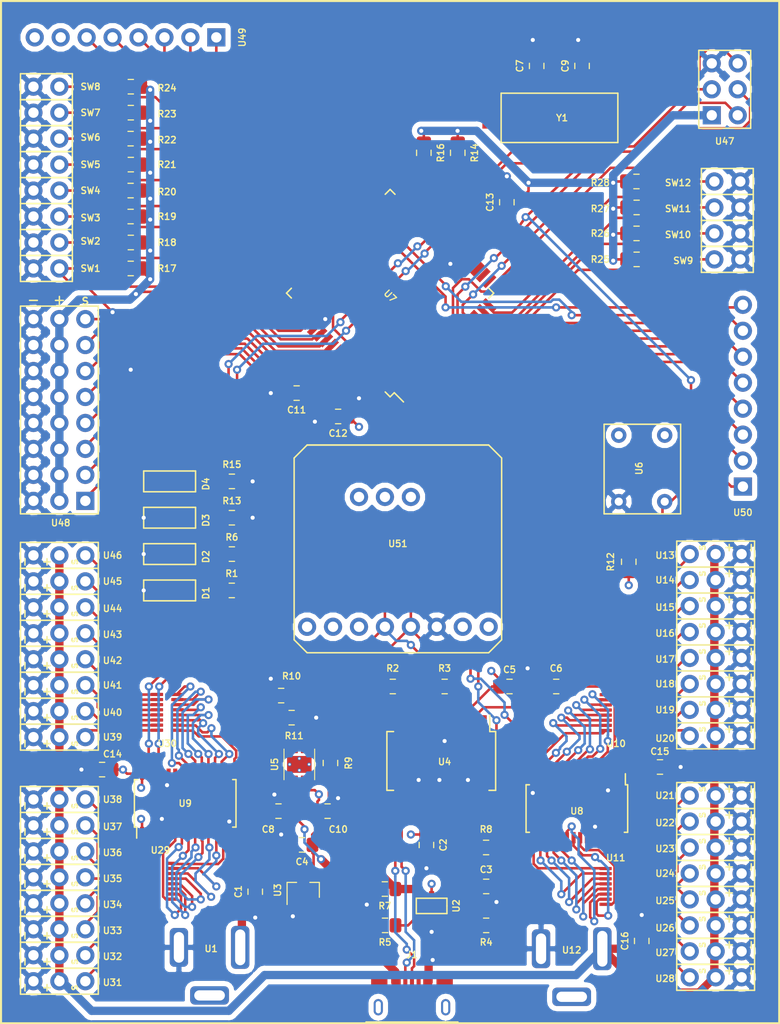
<source format=kicad_pcb>
(kicad_pcb (version 20171130) (host pcbnew "(5.0.0)")
  (layers (0 F.Cu signal) (31 B.Cu signal) (34 B.Paste user) (35 F.Paste user) (36 B.SilkS user) (37 F.SilkS user) (38 B.Mask user) (39 F.Mask user) (44 Edge.Cuts user))
  (net 0 "")
  (net 1 GND)
  (net 2 "Net-(C1-Pad1)")
  (net 3 +5V)
  (net 4 "Net-(C4-Pad1)")
  (net 5 /~RESET)
  (net 6 "Net-(C6-Pad2)")
  (net 7 "Net-(C7-Pad1)")
  (net 8 /USB_V+)
  (net 9 "Net-(C9-Pad1)")
  (net 10 "Net-(C11-Pad1)")
  (net 11 /servo_power)
  (net 12 "Net-(D1-Pad1)")
  (net 13 "Net-(D2-Pad1)")
  (net 14 "Net-(D3-Pad1)")
  (net 15 "Net-(D4-Pad1)")
  (net 16 /D0)
  (net 17 "Net-(J1-Pad6)")
  (net 18 "Net-(J1-Pad3)")
  (net 19 "Net-(J1-Pad4)")
  (net 20 "Net-(J1-Pad2)")
  (net 21 /~TX_LED)
  (net 22 /Atmega_TXD0)
  (net 23 /XBEE_RXD)
  (net 24 /USB_RXD)
  (net 25 "Net-(R4-Pad2)")
  (net 26 /USB_TXD)
  (net 27 /XBEE_TXD)
  (net 28 "Net-(R5-Pad1)")
  (net 29 /~RX_LED)
  (net 30 /Atmega_RXD0)
  (net 31 "Net-(R8-Pad2)")
  (net 32 "Net-(R10-Pad1)")
  (net 33 "Net-(R11-Pad1)")
  (net 34 /SCL)
  (net 35 /SDA)
  (net 36 /D1)
  (net 37 /D2)
  (net 38 /D3)
  (net 39 /D4)
  (net 40 /D5)
  (net 41 /D6)
  (net 42 /D7)
  (net 43 /D8)
  (net 44 /D9)
  (net 45 /D10)
  (net 46 /D11)
  (net 47 "Net-(U4-Pad3)")
  (net 48 "Net-(U4-Pad6)")
  (net 49 "Net-(U4-Pad9)")
  (net 50 "Net-(U4-Pad10)")
  (net 51 "Net-(U4-Pad11)")
  (net 52 "Net-(U4-Pad12)")
  (net 53 "Net-(U4-Pad13)")
  (net 54 "Net-(U4-Pad14)")
  (net 55 "Net-(U4-Pad17)")
  (net 56 "Net-(U4-Pad19)")
  (net 57 "Net-(U4-Pad27)")
  (net 58 "Net-(U4-Pad28)")
  (net 59 "Net-(U5-Pad1)")
  (net 60 "Net-(U7-Pad1)")
  (net 61 /D13)
  (net 62 /D14)
  (net 63 /D15)
  (net 64 /D16)
  (net 65 /D17)
  (net 66 /D18)
  (net 67 /SCK)
  (net 68 /MOSI)
  (net 69 /MISO)
  (net 70 "Net-(U7-Pad17)")
  (net 71 "Net-(U7-Pad18)")
  (net 72 "Net-(U7-Pad19)")
  (net 73 "Net-(U7-Pad27)")
  (net 74 "Net-(U7-Pad28)")
  (net 75 "Net-(U7-Pad29)")
  (net 76 "Net-(U7-Pad30)")
  (net 77 "Net-(U7-Pad31)")
  (net 78 "Net-(U7-Pad32)")
  (net 79 "Net-(U7-Pad33)")
  (net 80 "Net-(U7-Pad34)")
  (net 81 /D19)
  (net 82 /D20)
  (net 83 /D21)
  (net 84 /D22)
  (net 85 /D23)
  (net 86 /D24)
  (net 87 /D25)
  (net 88 /D26)
  (net 89 "Net-(U7-Pad43)")
  (net 90 /A7)
  (net 91 /A6)
  (net 92 /A5)
  (net 93 /A4)
  (net 94 /A3)
  (net 95 /A2)
  (net 96 /A1)
  (net 97 /A0)
  (net 98 "Net-(U10-Pad1)")
  (net 99 "Net-(U10-Pad2)")
  (net 100 "Net-(U10-Pad3)")
  (net 101 "Net-(U10-Pad4)")
  (net 102 "Net-(U10-Pad5)")
  (net 103 "Net-(U10-Pad6)")
  (net 104 "Net-(U10-Pad7)")
  (net 105 "Net-(U10-Pad8)")
  (net 106 "Net-(U11-Pad1)")
  (net 107 "Net-(U11-Pad2)")
  (net 108 "Net-(U11-Pad3)")
  (net 109 "Net-(U11-Pad4)")
  (net 110 "Net-(U11-Pad5)")
  (net 111 "Net-(U11-Pad6)")
  (net 112 "Net-(U11-Pad7)")
  (net 113 "Net-(U11-Pad8)")
  (net 114 "Net-(U30-Pad8)")
  (net 115 "Net-(U30-Pad7)")
  (net 116 "Net-(U30-Pad6)")
  (net 117 "Net-(U30-Pad5)")
  (net 118 "Net-(U30-Pad4)")
  (net 119 "Net-(U30-Pad3)")
  (net 120 "Net-(U30-Pad2)")
  (net 121 "Net-(U30-Pad1)")
  (net 122 "Net-(U29-Pad8)")
  (net 123 "Net-(U29-Pad7)")
  (net 124 "Net-(U29-Pad6)")
  (net 125 "Net-(U29-Pad5)")
  (net 126 "Net-(U29-Pad4)")
  (net 127 "Net-(U29-Pad3)")
  (net 128 "Net-(U29-Pad2)")
  (net 129 "Net-(U29-Pad1)")
  (net 130 /SSIG_0)
  (net 131 /SSIG_1)
  (net 132 /SSIG_2)
  (net 133 /SSIG_3)
  (net 134 /SSIG_4)
  (net 135 /SSIG_5)
  (net 136 /SSIG_6)
  (net 137 /SSIG_7)
  (net 138 /SSIG_15)
  (net 139 /SSIG_14)
  (net 140 /SSIG_13)
  (net 141 /SSIG_12)
  (net 142 /SSIG_11)
  (net 143 /SSIG_10)
  (net 144 /SSIG_9)
  (net 145 /SSIG_8)
  (net 146 /SSIG_16)
  (net 147 /SSIG_17)
  (net 148 /SSIG_18)
  (net 149 /SSIG_19)
  (net 150 /SSIG_20)
  (net 151 /SSIG_21)
  (net 152 /SSIG_22)
  (net 153 /SSIG_23)
  (net 154 /SSIG_31)
  (net 155 /SSIG_30)
  (net 156 /SSIG_29)
  (net 157 /SSIG_28)
  (net 158 /SSIG_27)
  (net 159 /SSIG_26)
  (net 160 /SSIG_25)
  (net 161 /SSIG_24)
  (net 162 "Net-(U49-Pad8)")
  (net 163 "Net-(U49-Pad7)")
  (net 164 "Net-(U6-Pad3)")
  (net 165 "Net-(U6-Pad1)")
  (net 166 "Net-(U51-Pad6)")
  (net 167 "Net-(U51-Pad7)")
  (net 168 "Net-(U51-Pad8)")
  (net 169 "Net-(U51-Pad2)")
  (net 170 "Net-(U51-Pad10)")
  (net 171 "Net-(U51-Pad11)")
  (net 172 "Net-(U51-Pad9)")
  (module Capacitor_SMD:C_0805_2012Metric_Pad1.15x1.40mm_HandSolder (layer F.Cu) (at 54.365 67.056 180)
    (fp_text reference C6 (at 0.009 1.778 180) (layer F.SilkS) (effects (font (size 0.635 0.635) (thickness 0.127))))
    (fp_text value 0.1uF)
    (pad 2 smd roundrect (at 1.025 0 180) (size 1.15 1.4) (layers F.Cu F.Paste F.Mask) (roundrect_rratio 0.217391) (net 6 "Net-(C6-Pad2)"))
    (pad 1 smd roundrect (at -1.025 0 180) (size 1.15 1.4) (layers F.Cu F.Paste F.Mask) (roundrect_rratio 0.217391) (net 5 /~RESET))
  )
  (module hex_master_board:LIS3DH_IMU_BOARD (layer F.Cu) (at 37.592 61.214)
    (fp_text reference U51 (at 1.27 -8.128) (layer F.SilkS) (effects (font (size 0.635 0.635) (thickness 0.127))))
    (fp_text value LIS3DH_breakout)
    (pad 9 thru_hole circle (at 2.54 -12.7) (size 1.778 1.778) (drill 1.016) (layers *.Cu *.Mask) (net 172 "Net-(U51-Pad9)"))
    (pad 11 thru_hole circle (at -2.54 -12.7) (size 1.778 1.778) (drill 1.016) (layers *.Cu *.Mask) (net 171 "Net-(U51-Pad11)"))
    (pad 10 thru_hole circle (at 0 -12.7) (size 1.778 1.778) (drill 1.016) (layers *.Cu *.Mask) (net 170 "Net-(U51-Pad10)"))
    (pad 1 thru_hole circle (at 10.16 0) (size 1.778 1.778) (drill 1.016) (layers *.Cu *.Mask) (net 3 +5V))
    (pad 2 thru_hole circle (at 7.62 0) (size 1.778 1.778) (drill 1.016) (layers *.Cu *.Mask) (net 169 "Net-(U51-Pad2)"))
    (pad 3 thru_hole circle (at 5.08 0) (size 1.778 1.778) (drill 1.016) (layers *.Cu *.Mask) (net 1 GND))
    (pad 4 thru_hole circle (at 2.54 0) (size 1.778 1.778) (drill 1.016) (layers *.Cu *.Mask) (net 34 /SCL))
    (pad 8 thru_hole circle (at -7.62 0) (size 1.778 1.778) (drill 1.016) (layers *.Cu *.Mask) (net 168 "Net-(U51-Pad8)"))
    (pad 7 thru_hole circle (at -5.08 0) (size 1.778 1.778) (drill 1.016) (layers *.Cu *.Mask) (net 167 "Net-(U51-Pad7)"))
    (pad 6 thru_hole circle (at -2.54 0) (size 1.778 1.778) (drill 1.016) (layers *.Cu *.Mask) (net 166 "Net-(U51-Pad6)"))
    (pad 5 thru_hole circle (at 0 0) (size 1.778 1.778) (drill 1.016) (layers *.Cu *.Mask) (net 35 /SDA))
  )
  (module hex_master_board:EXB-2HV221JV (layer F.Cu) (at 16.272 69.584 90)
    (fp_text reference U30 (at -3.048 0 180) (layer F.SilkS) (effects (font (size 0.635 0.635) (thickness 0.127))))
    (fp_text value EXB-2HV221JV)
    (pad 16 smd roundrect (at -1.75 -1 90) (size 0.3175 1.2) (layers F.Cu F.Paste F.Mask Eco1.User) (roundrect_rratio 0.15) (net 161 /SSIG_24))
    (pad 15 smd roundrect (at -1.25 -1 90) (size 0.3175 1.2) (layers F.Cu F.Paste F.Mask Eco1.User) (roundrect_rratio 0.15) (net 160 /SSIG_25))
    (pad 14 smd roundrect (at -0.75 -1 90) (size 0.3175 1.2) (layers F.Cu F.Paste F.Mask Eco1.User) (roundrect_rratio 0.15) (net 159 /SSIG_26))
    (pad 13 smd roundrect (at -0.25 -1 90) (size 0.3175 1.2) (layers F.Cu F.Paste F.Mask Eco1.User) (roundrect_rratio 0.15) (net 158 /SSIG_27))
    (pad 12 smd roundrect (at 0.25 -1 90) (size 0.3175 1.2) (layers F.Cu F.Paste F.Mask Eco1.User) (roundrect_rratio 0.15) (net 157 /SSIG_28))
    (pad 11 smd roundrect (at 0.75 -1 90) (size 0.3175 1.2) (layers F.Cu F.Adhes F.Paste F.Mask Eco1.User) (roundrect_rratio 0.15) (net 156 /SSIG_29))
    (pad 10 smd roundrect (at 1.25 -1 90) (size 0.3175 1.2) (layers F.Cu F.Paste F.Mask Eco1.User) (roundrect_rratio 0.15) (net 155 /SSIG_30))
    (pad 8 smd roundrect (at 1.75 1 90) (size 0.3175 1.2) (layers F.Cu F.Paste F.Mask Eco1.User) (roundrect_rratio 0.15) (net 114 "Net-(U30-Pad8)"))
    (pad 7 smd roundrect (at 1.25 1 90) (size 0.3175 1.2) (layers F.Cu F.Paste F.Mask Eco1.User) (roundrect_rratio 0.15) (net 115 "Net-(U30-Pad7)"))
    (pad 6 smd roundrect (at 0.75 1 90) (size 0.3175 1.2) (layers F.Cu F.Paste F.Mask Eco1.User) (roundrect_rratio 0.15) (net 116 "Net-(U30-Pad6)"))
    (pad 5 smd roundrect (at 0.25 1 90) (size 0.3175 1.2) (layers F.Cu F.Paste F.Mask Eco1.User) (roundrect_rratio 0.15) (net 117 "Net-(U30-Pad5)"))
    (pad 4 smd roundrect (at -0.25 1 90) (size 0.3175 1.2) (layers F.Cu F.Paste F.Mask Eco1.User) (roundrect_rratio 0.15) (net 118 "Net-(U30-Pad4)"))
    (pad 9 smd roundrect (at 1.75 -1 90) (size 0.3175 1.2) (layers F.Cu F.Paste F.Mask) (roundrect_rratio 0.15) (net 154 /SSIG_31))
    (pad 1 smd roundrect (at -1.75 1 90) (size 0.3175 1.2) (layers F.Cu F.Paste F.Mask) (roundrect_rratio 0.15) (net 121 "Net-(U30-Pad1)"))
    (pad 2 smd roundrect (at -1.25 1 90) (size 0.3175 1.2) (layers F.Cu F.Paste F.Mask) (roundrect_rratio 0.15) (net 120 "Net-(U30-Pad2)"))
    (pad 3 smd roundrect (at -0.75 1 90) (size 0.3175 1.2) (layers F.Cu F.Paste F.Mask Eco1.User) (roundrect_rratio 0.15) (net 119 "Net-(U30-Pad3)"))
  )
  (module Package_SO:TSSOP-28_4.4x9.7mm_P0.65mm (layer F.Cu) (at 18.034 78.486 90)
    (fp_text reference U9 (at 0 0 180) (layer F.SilkS) (effects (font (size 0.635 0.635) (thickness 0.127))))
    (fp_text value PCA9685PW)
    (pad 28 smd rect (at 2.85 -4.225 90) (size 1.1 0.4) (layers F.Cu F.Paste F.Mask) (net 3 +5V))
    (pad 27 smd rect (at 2.85 -3.575 90) (size 1.1 0.4) (layers F.Cu F.Paste F.Mask) (net 35 /SDA))
    (pad 26 smd rect (at 2.85 -2.925 90) (size 1.1 0.4) (layers F.Cu F.Paste F.Mask) (net 34 /SCL))
    (pad 25 smd rect (at 2.85 -2.275 90) (size 1.1 0.4) (layers F.Cu F.Paste F.Mask) (net 1 GND))
    (pad 24 smd rect (at 2.85 -1.625 90) (size 1.1 0.4) (layers F.Cu F.Paste F.Mask) (net 1 GND))
    (pad 23 smd rect (at 2.85 -0.975 90) (size 1.1 0.4) (layers F.Cu F.Paste F.Mask) (net 1 GND))
    (pad 22 smd rect (at 2.85 -0.325 90) (size 1.1 0.4) (layers F.Cu F.Paste F.Mask) (net 114 "Net-(U30-Pad8)"))
    (pad 21 smd rect (at 2.85 0.325 90) (size 1.1 0.4) (layers F.Cu F.Paste F.Mask) (net 115 "Net-(U30-Pad7)"))
    (pad 20 smd rect (at 2.85 0.975 90) (size 1.1 0.4) (layers F.Cu F.Paste F.Mask) (net 116 "Net-(U30-Pad6)"))
    (pad 19 smd rect (at 2.85 1.625 90) (size 1.1 0.4) (layers F.Cu F.Paste F.Mask) (net 117 "Net-(U30-Pad5)"))
    (pad 18 smd rect (at 2.85 2.275 90) (size 1.1 0.4) (layers F.Cu F.Paste F.Mask) (net 118 "Net-(U30-Pad4)"))
    (pad 17 smd rect (at 2.85 2.925 90) (size 1.1 0.4) (layers F.Cu F.Paste F.Mask) (net 119 "Net-(U30-Pad3)"))
    (pad 16 smd rect (at 2.85 3.575 90) (size 1.1 0.4) (layers F.Cu F.Paste F.Mask) (net 120 "Net-(U30-Pad2)"))
    (pad 15 smd rect (at 2.85 4.225 90) (size 1.1 0.4) (layers F.Cu F.Paste F.Mask) (net 121 "Net-(U30-Pad1)"))
    (pad 14 smd rect (at -2.85 4.225 90) (size 1.1 0.4) (layers F.Cu F.Paste F.Mask) (net 1 GND))
    (pad 13 smd rect (at -2.85 3.575 90) (size 1.1 0.4) (layers F.Cu F.Paste F.Mask) (net 122 "Net-(U29-Pad8)"))
    (pad 12 smd rect (at -2.85 2.925 90) (size 1.1 0.4) (layers F.Cu F.Paste F.Mask) (net 123 "Net-(U29-Pad7)"))
    (pad 11 smd rect (at -2.85 2.275 90) (size 1.1 0.4) (layers F.Cu F.Paste F.Mask) (net 124 "Net-(U29-Pad6)"))
    (pad 10 smd rect (at -2.85 1.625 90) (size 1.1 0.4) (layers F.Cu F.Paste F.Mask) (net 125 "Net-(U29-Pad5)"))
    (pad 9 smd rect (at -2.85 0.975 90) (size 1.1 0.4) (layers F.Cu F.Paste F.Mask) (net 126 "Net-(U29-Pad4)"))
    (pad 8 smd rect (at -2.85 0.325 90) (size 1.1 0.4) (layers F.Cu F.Paste F.Mask) (net 127 "Net-(U29-Pad3)"))
    (pad 7 smd rect (at -2.85 -0.325 90) (size 1.1 0.4) (layers F.Cu F.Paste F.Mask) (net 128 "Net-(U29-Pad2)"))
    (pad 6 smd rect (at -2.85 -0.975 90) (size 1.1 0.4) (layers F.Cu F.Paste F.Mask) (net 129 "Net-(U29-Pad1)"))
    (pad 5 smd rect (at -2.85 -1.625 90) (size 1.1 0.4) (layers F.Cu F.Paste F.Mask) (net 1 GND))
    (pad 4 smd rect (at -2.85 -2.275 90) (size 1.1 0.4) (layers F.Cu F.Paste F.Mask) (net 1 GND))
    (pad 3 smd rect (at -2.85 -2.925 90) (size 1.1 0.4) (layers F.Cu F.Paste F.Mask) (net 1 GND))
    (pad 2 smd rect (at -2.85 -3.575 90) (size 1.1 0.4) (layers F.Cu F.Paste F.Mask) (net 1 GND))
    (pad 1 smd rect (at -2.85 -4.225 90) (size 1.1 0.4) (layers F.Cu F.Paste F.Mask) (net 3 +5V))
  )
  (module Package_QFP:TQFP-64_14x14mm_P0.8mm (layer F.Cu) (at 38.1 28.575 135)
    (fp_text reference U7 (at -0.204611 -0.204611 135) (layer F.SilkS) (effects (font (size 0.635 0.635) (thickness 0.127))))
    (fp_text value ATmega2561-16AU)
    (pad 64 smd rect (at -6 -7.7 225) (size 1.5 0.55) (layers F.Cu F.Paste F.Mask) (net 3 +5V))
    (pad 63 smd rect (at -5.2 -7.7 225) (size 1.5 0.55) (layers F.Cu F.Paste F.Mask) (net 1 GND))
    (pad 62 smd rect (at -4.4 -7.7 225) (size 1.5 0.55) (layers F.Cu F.Paste F.Mask) (net 10 "Net-(C11-Pad1)"))
    (pad 61 smd rect (at -3.6 -7.7 225) (size 1.5 0.55) (layers F.Cu F.Paste F.Mask) (net 97 /A0))
    (pad 60 smd rect (at -2.8 -7.7 225) (size 1.5 0.55) (layers F.Cu F.Paste F.Mask) (net 96 /A1))
    (pad 59 smd rect (at -2 -7.7 225) (size 1.5 0.55) (layers F.Cu F.Paste F.Mask) (net 95 /A2))
    (pad 58 smd rect (at -1.2 -7.7 225) (size 1.5 0.55) (layers F.Cu F.Paste F.Mask) (net 94 /A3))
    (pad 57 smd rect (at -0.4 -7.7 225) (size 1.5 0.55) (layers F.Cu F.Paste F.Mask) (net 93 /A4))
    (pad 56 smd rect (at 0.4 -7.7 225) (size 1.5 0.55) (layers F.Cu F.Paste F.Mask) (net 92 /A5))
    (pad 55 smd rect (at 1.2 -7.7 225) (size 1.5 0.55) (layers F.Cu F.Paste F.Mask) (net 91 /A6))
    (pad 54 smd rect (at 2 -7.7 225) (size 1.5 0.55) (layers F.Cu F.Paste F.Mask) (net 90 /A7))
    (pad 53 smd rect (at 2.8 -7.7 225) (size 1.5 0.55) (layers F.Cu F.Paste F.Mask) (net 1 GND))
    (pad 52 smd rect (at 3.6 -7.7 225) (size 1.5 0.55) (layers F.Cu F.Paste F.Mask) (net 3 +5V))
    (pad 51 smd rect (at 4.4 -7.7 225) (size 1.5 0.55) (layers F.Cu F.Paste F.Mask) (net 16 /D0))
    (pad 50 smd rect (at 5.2 -7.7 225) (size 1.5 0.55) (layers F.Cu F.Paste F.Mask) (net 36 /D1))
    (pad 49 smd rect (at 6 -7.7 225) (size 1.5 0.55) (layers F.Cu F.Paste F.Mask) (net 37 /D2))
    (pad 48 smd rect (at 7.7 -6 135) (size 1.5 0.55) (layers F.Cu F.Paste F.Mask) (net 38 /D3))
    (pad 47 smd rect (at 7.7 -5.2 135) (size 1.5 0.55) (layers F.Cu F.Paste F.Mask) (net 39 /D4))
    (pad 46 smd rect (at 7.7 -4.4 135) (size 1.5 0.55) (layers F.Cu F.Paste F.Mask) (net 40 /D5))
    (pad 45 smd rect (at 7.7 -3.6 135) (size 1.5 0.55) (layers F.Cu F.Paste F.Mask) (net 41 /D6))
    (pad 44 smd rect (at 7.7 -2.8 135) (size 1.5 0.55) (layers F.Cu F.Paste F.Mask) (net 42 /D7))
    (pad 43 smd rect (at 7.7 -2 135) (size 1.5 0.55) (layers F.Cu F.Paste F.Mask) (net 89 "Net-(U7-Pad43)"))
    (pad 42 smd rect (at 7.7 -1.2 135) (size 1.5 0.55) (layers F.Cu F.Paste F.Mask) (net 88 /D26))
    (pad 41 smd rect (at 7.7 -0.4 135) (size 1.5 0.55) (layers F.Cu F.Paste F.Mask) (net 87 /D25))
    (pad 40 smd rect (at 7.7 0.4 135) (size 1.5 0.55) (layers F.Cu F.Paste F.Mask) (net 86 /D24))
    (pad 39 smd rect (at 7.7 1.2 135) (size 1.5 0.55) (layers F.Cu F.Paste F.Mask) (net 85 /D23))
    (pad 38 smd rect (at 7.7 2 135) (size 1.5 0.55) (layers F.Cu F.Paste F.Mask) (net 84 /D22))
    (pad 37 smd rect (at 7.7 2.8 135) (size 1.5 0.55) (layers F.Cu F.Paste F.Mask) (net 83 /D21))
    (pad 36 smd rect (at 7.7 3.6 135) (size 1.5 0.55) (layers F.Cu F.Paste F.Mask) (net 82 /D20))
    (pad 35 smd rect (at 7.7 4.4 135) (size 1.5 0.55) (layers F.Cu F.Paste F.Mask) (net 81 /D19))
    (pad 34 smd rect (at 7.7 5.2 135) (size 1.5 0.55) (layers F.Cu F.Paste F.Mask) (net 80 "Net-(U7-Pad34)"))
    (pad 33 smd rect (at 7.7 6 135) (size 1.5 0.55) (layers F.Cu F.Paste F.Mask) (net 79 "Net-(U7-Pad33)"))
    (pad 32 smd rect (at 6 7.7 225) (size 1.5 0.55) (layers F.Cu F.Paste F.Mask) (net 78 "Net-(U7-Pad32)"))
    (pad 31 smd rect (at 5.2 7.7 225) (size 1.5 0.55) (layers F.Cu F.Paste F.Mask) (net 77 "Net-(U7-Pad31)"))
    (pad 30 smd rect (at 4.4 7.7 225) (size 1.5 0.55) (layers F.Cu F.Paste F.Mask) (net 76 "Net-(U7-Pad30)"))
    (pad 29 smd rect (at 3.6 7.7 225) (size 1.5 0.55) (layers F.Cu F.Paste F.Mask) (net 75 "Net-(U7-Pad29)"))
    (pad 28 smd rect (at 2.8 7.7 225) (size 1.5 0.55) (layers F.Cu F.Paste F.Mask) (net 74 "Net-(U7-Pad28)"))
    (pad 27 smd rect (at 2 7.7 225) (size 1.5 0.55) (layers F.Cu F.Paste F.Mask) (net 73 "Net-(U7-Pad27)"))
    (pad 26 smd rect (at 1.2 7.7 225) (size 1.5 0.55) (layers F.Cu F.Paste F.Mask) (net 35 /SDA))
    (pad 25 smd rect (at 0.4 7.7 225) (size 1.5 0.55) (layers F.Cu F.Paste F.Mask) (net 34 /SCL))
    (pad 24 smd rect (at -0.4 7.7 225) (size 1.5 0.55) (layers F.Cu F.Paste F.Mask) (net 7 "Net-(C7-Pad1)"))
    (pad 23 smd rect (at -1.2 7.7 225) (size 1.5 0.55) (layers F.Cu F.Paste F.Mask) (net 9 "Net-(C9-Pad1)"))
    (pad 22 smd rect (at -2 7.7 225) (size 1.5 0.55) (layers F.Cu F.Paste F.Mask) (net 1 GND))
    (pad 21 smd rect (at -2.8 7.7 225) (size 1.5 0.55) (layers F.Cu F.Paste F.Mask) (net 3 +5V))
    (pad 20 smd rect (at -3.6 7.7 225) (size 1.5 0.55) (layers F.Cu F.Paste F.Mask) (net 5 /~RESET))
    (pad 19 smd rect (at -4.4 7.7 225) (size 1.5 0.55) (layers F.Cu F.Paste F.Mask) (net 72 "Net-(U7-Pad19)"))
    (pad 18 smd rect (at -5.2 7.7 225) (size 1.5 0.55) (layers F.Cu F.Paste F.Mask) (net 71 "Net-(U7-Pad18)"))
    (pad 17 smd rect (at -6 7.7 225) (size 1.5 0.55) (layers F.Cu F.Paste F.Mask) (net 70 "Net-(U7-Pad17)"))
    (pad 16 smd rect (at -7.7 6 135) (size 1.5 0.55) (layers F.Cu F.Paste F.Mask) (net 46 /D11))
    (pad 15 smd rect (at -7.7 5.2 135) (size 1.5 0.55) (layers F.Cu F.Paste F.Mask) (net 45 /D10))
    (pad 14 smd rect (at -7.7 4.4 135) (size 1.5 0.55) (layers F.Cu F.Paste F.Mask) (net 44 /D9))
    (pad 13 smd rect (at -7.7 3.6 135) (size 1.5 0.55) (layers F.Cu F.Paste F.Mask) (net 69 /MISO))
    (pad 12 smd rect (at -7.7 2.8 135) (size 1.5 0.55) (layers F.Cu F.Paste F.Mask) (net 68 /MOSI))
    (pad 11 smd rect (at -7.7 2 135) (size 1.5 0.55) (layers F.Cu F.Paste F.Mask) (net 67 /SCK))
    (pad 10 smd rect (at -7.7 1.2 135) (size 1.5 0.55) (layers F.Cu F.Paste F.Mask) (net 43 /D8))
    (pad 9 smd rect (at -7.7 0.4 135) (size 1.5 0.55) (layers F.Cu F.Paste F.Mask) (net 66 /D18))
    (pad 8 smd rect (at -7.7 -0.4 135) (size 1.5 0.55) (layers F.Cu F.Paste F.Mask) (net 65 /D17))
    (pad 7 smd rect (at -7.7 -1.2 135) (size 1.5 0.55) (layers F.Cu F.Paste F.Mask) (net 64 /D16))
    (pad 6 smd rect (at -7.7 -2 135) (size 1.5 0.55) (layers F.Cu F.Paste F.Mask) (net 63 /D15))
    (pad 5 smd rect (at -7.7 -2.8 135) (size 1.5 0.55) (layers F.Cu F.Paste F.Mask) (net 62 /D14))
    (pad 4 smd rect (at -7.7 -3.6 135) (size 1.5 0.55) (layers F.Cu F.Paste F.Mask) (net 61 /D13))
    (pad 3 smd rect (at -7.7 -4.4 135) (size 1.5 0.55) (layers F.Cu F.Paste F.Mask) (net 22 /Atmega_TXD0))
    (pad 2 smd rect (at -7.7 -5.2 135) (size 1.5 0.55) (layers F.Cu F.Paste F.Mask) (net 30 /Atmega_RXD0))
    (pad 1 smd rect (at -7.7 -6 135) (size 1.5 0.55) (layers F.Cu F.Paste F.Mask) (net 60 "Net-(U7-Pad1)"))
  )
  (module hex_master_board:EXB-2HV221JV (layer F.Cu) (at 60.198 86.614 270)
    (fp_text reference U11 (at -2.794 0) (layer F.SilkS) (effects (font (size 0.635 0.635) (thickness 0.127))))
    (fp_text value EXB-2HV221JV)
    (pad 16 smd roundrect (at -1.75 -1 270) (size 0.3175 1.2) (layers F.Cu F.Paste F.Mask Eco1.User) (roundrect_rratio 0.15) (net 145 /SSIG_8))
    (pad 15 smd roundrect (at -1.25 -1 270) (size 0.3175 1.2) (layers F.Cu F.Paste F.Mask Eco1.User) (roundrect_rratio 0.15) (net 144 /SSIG_9))
    (pad 14 smd roundrect (at -0.75 -1 270) (size 0.3175 1.2) (layers F.Cu F.Paste F.Mask Eco1.User) (roundrect_rratio 0.15) (net 143 /SSIG_10))
    (pad 13 smd roundrect (at -0.25 -1 270) (size 0.3175 1.2) (layers F.Cu F.Paste F.Mask Eco1.User) (roundrect_rratio 0.15) (net 142 /SSIG_11))
    (pad 12 smd roundrect (at 0.25 -1 270) (size 0.3175 1.2) (layers F.Cu F.Paste F.Mask Eco1.User) (roundrect_rratio 0.15) (net 141 /SSIG_12))
    (pad 11 smd roundrect (at 0.75 -1 270) (size 0.3175 1.2) (layers F.Cu F.Adhes F.Paste F.Mask Eco1.User) (roundrect_rratio 0.15) (net 140 /SSIG_13))
    (pad 10 smd roundrect (at 1.25 -1 270) (size 0.3175 1.2) (layers F.Cu F.Paste F.Mask Eco1.User) (roundrect_rratio 0.15) (net 139 /SSIG_14))
    (pad 8 smd roundrect (at 1.75 1 270) (size 0.3175 1.2) (layers F.Cu F.Paste F.Mask Eco1.User) (roundrect_rratio 0.15) (net 113 "Net-(U11-Pad8)"))
    (pad 7 smd roundrect (at 1.25 1 270) (size 0.3175 1.2) (layers F.Cu F.Paste F.Mask Eco1.User) (roundrect_rratio 0.15) (net 112 "Net-(U11-Pad7)"))
    (pad 6 smd roundrect (at 0.75 1 270) (size 0.3175 1.2) (layers F.Cu F.Paste F.Mask Eco1.User) (roundrect_rratio 0.15) (net 111 "Net-(U11-Pad6)"))
    (pad 5 smd roundrect (at 0.25 1 270) (size 0.3175 1.2) (layers F.Cu F.Paste F.Mask Eco1.User) (roundrect_rratio 0.15) (net 110 "Net-(U11-Pad5)"))
    (pad 4 smd roundrect (at -0.25 1 270) (size 0.3175 1.2) (layers F.Cu F.Paste F.Mask Eco1.User) (roundrect_rratio 0.15) (net 109 "Net-(U11-Pad4)"))
    (pad 9 smd roundrect (at 1.75 -1 270) (size 0.3175 1.2) (layers F.Cu F.Paste F.Mask) (roundrect_rratio 0.15) (net 138 /SSIG_15))
    (pad 1 smd roundrect (at -1.75 1 270) (size 0.3175 1.2) (layers F.Cu F.Paste F.Mask) (roundrect_rratio 0.15) (net 106 "Net-(U11-Pad1)"))
    (pad 2 smd roundrect (at -1.25 1 270) (size 0.3175 1.2) (layers F.Cu F.Paste F.Mask) (roundrect_rratio 0.15) (net 107 "Net-(U11-Pad2)"))
    (pad 3 smd roundrect (at -0.75 1 270) (size 0.3175 1.2) (layers F.Cu F.Paste F.Mask Eco1.User) (roundrect_rratio 0.15) (net 108 "Net-(U11-Pad3)"))
  )
  (module hex_master_board:header_0.1_8_power (layer F.Cu) (at 5.715 46.355 180)
    (fp_text reference U48 (at -0.127 -4.699 180) (layer F.SilkS) (effects (font (size 0.635 0.635) (thickness 0.127))))
    (fp_text value header_0.1_8_powered)
    (fp_text user - (at 2.54 17.145 180) (layer F.SilkS))
    (fp_text user + (at 0 17.145 180) (layer F.SilkS))
    (fp_text user s (at -2.54 17.145 180) (layer F.SilkS))
    (pad 1 thru_hole rect (at -2.54 -2.54 180) (size 1.778 1.778) (drill 1.016) (layers *.Cu *.Mask) (net 97 /A0))
    (pad 6 thru_hole circle (at -2.54 10.16 180) (size 1.778 1.778) (drill 1.016) (layers *.Cu *.Mask) (net 92 /A5))
    (pad 5 thru_hole circle (at -2.54 7.62 180) (size 1.778 1.778) (drill 1.016) (layers *.Cu *.Mask) (net 93 /A4))
    (pad 2 thru_hole circle (at -2.54 0 180) (size 1.778 1.778) (drill 1.016) (layers *.Cu *.Mask) (net 96 /A1))
    (pad 8 thru_hole circle (at -2.54 15.24 180) (size 1.778 1.778) (drill 1.016) (layers *.Cu *.Mask) (net 90 /A7))
    (pad 7 thru_hole circle (at -2.54 12.7 180) (size 1.778 1.778) (drill 1.016) (layers *.Cu *.Mask) (net 91 /A6))
    (pad 4 thru_hole circle (at -2.54 5.08 180) (size 1.778 1.778) (drill 1.016) (layers *.Cu *.Mask) (net 94 /A3))
    (pad 3 thru_hole circle (at -2.54 2.54 180) (size 1.778 1.778) (drill 1.016) (layers *.Cu *.Mask) (net 95 /A2))
    (pad 9 thru_hole circle (at 0 2.54 180) (size 1.778 1.778) (drill 1.016) (layers *.Cu *.Mask) (net 3 +5V))
    (pad 9 thru_hole circle (at 0 5.08 180) (size 1.778 1.778) (drill 1.016) (layers *.Cu *.Mask) (net 3 +5V))
    (pad 9 thru_hole circle (at 0 12.7 180) (size 1.778 1.778) (drill 1.016) (layers *.Cu *.Mask) (net 3 +5V))
    (pad 9 thru_hole circle (at 0 15.24 180) (size 1.778 1.778) (drill 1.016) (layers *.Cu *.Mask) (net 3 +5V))
    (pad 9 thru_hole circle (at 0 0 180) (size 1.778 1.778) (drill 1.016) (layers *.Cu *.Mask) (net 3 +5V))
    (pad 9 thru_hole circle (at 0 7.62 180) (size 1.778 1.778) (drill 1.016) (layers *.Cu *.Mask) (net 3 +5V))
    (pad 9 thru_hole circle (at 0 10.16 180) (size 1.778 1.778) (drill 1.016) (layers *.Cu *.Mask) (net 3 +5V))
    (pad 9 thru_hole circle (at 0 -2.54 180) (size 1.778 1.778) (drill 1.016) (layers *.Cu *.Mask) (net 3 +5V))
    (pad 10 thru_hole circle (at 2.54 2.54 180) (size 1.778 1.778) (drill 1.016) (layers *.Cu *.Mask) (net 1 GND))
    (pad 10 thru_hole circle (at 2.54 5.08 180) (size 1.778 1.778) (drill 1.016) (layers *.Cu *.Mask) (net 1 GND))
    (pad 10 thru_hole circle (at 2.54 12.7 180) (size 1.778 1.778) (drill 1.016) (layers *.Cu *.Mask) (net 1 GND))
    (pad 10 thru_hole circle (at 2.54 15.24 180) (size 1.778 1.778) (drill 1.016) (layers *.Cu *.Mask) (net 1 GND))
    (pad 10 thru_hole circle (at 2.54 0 180) (size 1.778 1.778) (drill 1.016) (layers *.Cu *.Mask) (net 1 GND))
    (pad 10 thru_hole circle (at 2.54 7.62 180) (size 1.778 1.778) (drill 1.016) (layers *.Cu *.Mask) (net 1 GND))
    (pad 10 thru_hole circle (at 2.54 10.16 180) (size 1.778 1.778) (drill 1.016) (layers *.Cu *.Mask) (net 1 GND))
    (pad 10 thru_hole circle (at 2.54 -2.54 180) (size 1.778 1.778) (drill 1.016) (layers *.Cu *.Mask) (net 1 GND))
  )
  (module Resistor_SMD:R_0805_2012Metric_Pad1.15x1.40mm_HandSolder (layer F.Cu) (at 32.258 74.54 90)
    (fp_text reference R9 (at -0.009 1.778 90) (layer F.SilkS) (effects (font (size 0.635 0.635) (thickness 0.127))))
    (fp_text value 20K)
    (pad 2 smd roundrect (at 1.025 0 90) (size 1.15 1.4) (layers F.Cu F.Paste F.Mask) (roundrect_rratio 0.217391) (net 32 "Net-(R10-Pad1)"))
    (pad 1 smd roundrect (at -1.025 0 90) (size 1.15 1.4) (layers F.Cu F.Paste F.Mask) (roundrect_rratio 0.217391) (net 4 "Net-(C4-Pad1)"))
  )
  (module hex_master_board:servo_header (layer F.Cu) (at 64.897 92.964 90)
    (fp_text reference U27 (at -0.127 0.127 180) (layer F.SilkS) (effects (font (size 0.635 0.635) (thickness 0.127))))
    (fp_text value Servo_connector)
    (fp_text user s (at 0.635 3.683 90) (layer F.SilkS) (effects (font (size 0.8 0.8))))
    (fp_text user + (at 0.635 6.35 90) (layer F.SilkS) (effects (font (size 0.8 0.8))))
    (fp_text user - (at 0.635 8.509 90) (layer F.SilkS) (effects (font (size 0.8 0.8))))
    (pad 3 thru_hole circle (at 0 7.62 90) (size 1.778 1.778) (drill 1.016) (layers *.Cu *.Mask) (net 1 GND))
    (pad 1 thru_hole circle (at 0 5.08 90) (size 1.778 1.778) (drill 1.016) (layers *.Cu *.Mask) (net 11 /servo_power))
    (pad 2 thru_hole circle (at 0 2.54 90) (size 1.778 1.778) (drill 1.016) (layers *.Cu *.Mask) (net 139 /SSIG_14))
  )
  (module hex_master_board:Pushbutton_Stockroom (layer F.Cu) (at 62.738 45.72 270)
    (fp_text reference U6 (at 0 0.254 270) (layer F.SilkS) (effects (font (size 0.635 0.635) (thickness 0.127))))
    (fp_text value Pushbutton_Stockroom)
    (pad 1 thru_hole circle (at -3.25 -2.25 270) (size 1.5 1.5) (drill 0.8) (layers *.Cu *.Mask) (net 165 "Net-(U6-Pad1)"))
    (pad 2 thru_hole circle (at 3.25 -2.25 270) (size 1.5 1.5) (drill 0.8) (layers *.Cu *.Mask) (net 5 /~RESET))
    (pad 3 thru_hole circle (at -3.25 2.25 270) (size 1.5 1.5) (drill 0.8) (layers *.Cu *.Mask) (net 164 "Net-(U6-Pad3)"))
    (pad 4 thru_hole circle (at 3.25 2.25 270) (size 1.5 1.5) (drill 0.8) (layers *.Cu *.Mask) (net 1 GND))
  )
  (module Capacitor_SMD:C_0805_2012Metric_Pad1.15x1.40mm_HandSolder (layer F.Cu) (at 49.53 19.685 90)
    (fp_text reference C13 (at 0 -1.65 90) (layer F.SilkS) (effects (font (size 0.635 0.635) (thickness 0.127))))
    (fp_text value 0.1uF)
    (pad 2 smd roundrect (at 1.025 0 90) (size 1.15 1.4) (layers F.Cu F.Paste F.Mask) (roundrect_rratio 0.217391) (net 1 GND))
    (pad 1 smd roundrect (at -1.025 0 90) (size 1.15 1.4) (layers F.Cu F.Paste F.Mask) (roundrect_rratio 0.217391) (net 3 +5V))
  )
  (module Capacitor_SMD:C_0805_2012Metric_Pad1.15x1.40mm_HandSolder (layer F.Cu) (at 33.011 40.64 180)
    (fp_text reference C12 (at 0 -1.65 180) (layer F.SilkS) (effects (font (size 0.635 0.635) (thickness 0.127))))
    (fp_text value 0.1uF)
    (pad 2 smd roundrect (at 1.025 0 180) (size 1.15 1.4) (layers F.Cu F.Paste F.Mask) (roundrect_rratio 0.217391) (net 1 GND))
    (pad 1 smd roundrect (at -1.025 0 180) (size 1.15 1.4) (layers F.Cu F.Paste F.Mask) (roundrect_rratio 0.217391) (net 3 +5V))
  )
  (module Resistor_SMD:R_0805_2012Metric_Pad1.15x1.40mm_HandSolder (layer F.Cu) (at 22.606 46.99)
    (fp_text reference R15 (at 0 -1.65) (layer F.SilkS) (effects (font (size 0.635 0.635) (thickness 0.127))))
    (fp_text value 1k)
    (pad 2 smd roundrect (at 1.025 0) (size 1.15 1.4) (layers F.Cu F.Paste F.Mask) (roundrect_rratio 0.217391) (net 1 GND))
    (pad 1 smd roundrect (at -1.025 0) (size 1.15 1.4) (layers F.Cu F.Paste F.Mask) (roundrect_rratio 0.217391) (net 15 "Net-(D4-Pad1)"))
  )
  (module Resistor_SMD:R_0805_2012Metric_Pad1.15x1.40mm_HandSolder (layer F.Cu) (at 61.468 54.855 90)
    (fp_text reference R12 (at -0.009 -1.778 90) (layer F.SilkS) (effects (font (size 0.635 0.635) (thickness 0.127))))
    (fp_text value 1k)
    (pad 2 smd roundrect (at 1.025 0 90) (size 1.15 1.4) (layers F.Cu F.Paste F.Mask) (roundrect_rratio 0.217391) (net 5 /~RESET))
    (pad 1 smd roundrect (at -1.025 0 90) (size 1.15 1.4) (layers F.Cu F.Paste F.Mask) (roundrect_rratio 0.217391) (net 3 +5V))
  )
  (module hex_master_board:Crystal_osc_535-10226-1-ND (layer F.Cu) (at 54.686 8.89)
    (fp_text reference Y1 (at 0.254 2.54) (layer F.SilkS) (effects (font (size 0.635 0.635) (thickness 0.127))))
    (fp_text value Crystal)
    (pad 1 smd rect (at -4.75 2.54) (size 5.6 2.1) (layers F.Cu F.Paste F.Mask) (net 7 "Net-(C7-Pad1)"))
    (pad 2 smd rect (at 4.75 2.54) (size 5.6 2.1) (layers F.Cu F.Paste F.Mask) (net 9 "Net-(C9-Pad1)"))
  )
  (module hex_master_board:ICSP_header_0.1 (layer F.Cu) (at 70.866 11.176 180)
    (fp_text reference U47 (at 0 -2.54 180) (layer F.SilkS) (effects (font (size 0.635 0.635) (thickness 0.127))))
    (fp_text value ICSP_breakout)
    (pad 6 thru_hole rect (at 1.27 0 180) (size 1.778 1.778) (drill 1.016) (layers *.Cu *.Mask) (net 3 +5V))
    (pad 5 thru_hole circle (at 1.27 2.54 180) (size 1.778 1.778) (drill 1.016) (layers *.Cu *.Mask) (net 68 /MOSI))
    (pad 4 thru_hole circle (at 1.27 5.08 180) (size 1.778 1.778) (drill 1.016) (layers *.Cu *.Mask) (net 1 GND))
    (pad 3 thru_hole circle (at -1.27 5.08 180) (size 1.778 1.778) (drill 1.016) (layers *.Cu *.Mask) (net 5 /~RESET))
    (pad 2 thru_hole circle (at -1.27 2.54 180) (size 1.778 1.778) (drill 1.016) (layers *.Cu *.Mask) (net 67 /SCK))
    (pad 1 thru_hole circle (at -1.27 0 180) (size 1.778 1.778) (drill 1.016) (layers *.Cu *.Mask) (net 69 /MISO))
  )
  (module Capacitor_SMD:C_0805_2012Metric_Pad1.15x1.40mm_HandSolder (layer F.Cu) (at 24.892 87.131 270)
    (fp_text reference C1 (at -0.009 1.651 270) (layer F.SilkS) (effects (font (size 0.635 0.635) (thickness 0.127))))
    (fp_text value 1uF)
    (pad 2 smd roundrect (at 1.025 0 270) (size 1.15 1.4) (layers F.Cu F.Paste F.Mask) (roundrect_rratio 0.217391) (net 1 GND))
    (pad 1 smd roundrect (at -1.025 0 270) (size 1.15 1.4) (layers F.Cu F.Paste F.Mask) (roundrect_rratio 0.217391) (net 2 "Net-(C1-Pad1)"))
  )
  (module Capacitor_SMD:C_0805_2012Metric_Pad1.15x1.40mm_HandSolder (layer F.Cu) (at 41.656 82.559 270)
    (fp_text reference C2 (at 0 -1.65 270) (layer F.SilkS) (effects (font (size 0.635 0.635) (thickness 0.127))))
    (fp_text value 0.1uF)
    (pad 2 smd roundrect (at 1.025 0 270) (size 1.15 1.4) (layers F.Cu F.Paste F.Mask) (roundrect_rratio 0.217391) (net 1 GND))
    (pad 1 smd roundrect (at -1.025 0 270) (size 1.15 1.4) (layers F.Cu F.Paste F.Mask) (roundrect_rratio 0.217391) (net 3 +5V))
  )
  (module Capacitor_SMD:C_0805_2012Metric_Pad1.15x1.40mm_HandSolder (layer F.Cu) (at 47.507 86.614)
    (fp_text reference C3 (at 0 -1.65) (layer F.SilkS) (effects (font (size 0.635 0.635) (thickness 0.127))))
    (fp_text value 0.1uF)
    (pad 2 smd roundrect (at 1.025 0) (size 1.15 1.4) (layers F.Cu F.Paste F.Mask) (roundrect_rratio 0.217391) (net 1 GND))
    (pad 1 smd roundrect (at -1.025 0) (size 1.15 1.4) (layers F.Cu F.Paste F.Mask) (roundrect_rratio 0.217391) (net 3 +5V))
  )
  (module Capacitor_SMD:C_0805_2012Metric_Pad1.15x1.40mm_HandSolder (layer F.Cu) (at 29.473 82.55 180)
    (fp_text reference C4 (at 0 -1.65 180) (layer F.SilkS) (effects (font (size 0.635 0.635) (thickness 0.127))))
    (fp_text value 1uF)
    (pad 2 smd roundrect (at 1.025 0 180) (size 1.15 1.4) (layers F.Cu F.Paste F.Mask) (roundrect_rratio 0.217391) (net 1 GND))
    (pad 1 smd roundrect (at -1.025 0 180) (size 1.15 1.4) (layers F.Cu F.Paste F.Mask) (roundrect_rratio 0.217391) (net 4 "Net-(C4-Pad1)"))
  )
  (module Capacitor_SMD:C_0805_2012Metric_Pad1.15x1.40mm_HandSolder (layer F.Cu) (at 49.793 67.056)
    (fp_text reference C5 (at 0 -1.65) (layer F.SilkS) (effects (font (size 0.635 0.635) (thickness 0.127))))
    (fp_text value 0.1uF)
    (pad 2 smd roundrect (at 1.025 0) (size 1.15 1.4) (layers F.Cu F.Paste F.Mask) (roundrect_rratio 0.217391) (net 1 GND))
    (pad 1 smd roundrect (at -1.025 0) (size 1.15 1.4) (layers F.Cu F.Paste F.Mask) (roundrect_rratio 0.217391) (net 3 +5V))
  )
  (module Capacitor_SMD:C_0805_2012Metric_Pad1.15x1.40mm_HandSolder (layer F.Cu) (at 52.451 6.35 90)
    (fp_text reference C7 (at 0 -1.65 90) (layer F.SilkS) (effects (font (size 0.635 0.635) (thickness 0.127))))
    (fp_text value 18pF)
    (pad 2 smd roundrect (at 1.025 0 90) (size 1.15 1.4) (layers F.Cu F.Paste F.Mask) (roundrect_rratio 0.217391) (net 1 GND))
    (pad 1 smd roundrect (at -1.025 0 90) (size 1.15 1.4) (layers F.Cu F.Paste F.Mask) (roundrect_rratio 0.217391) (net 7 "Net-(C7-Pad1)"))
  )
  (module Capacitor_SMD:C_0805_2012Metric_Pad1.15x1.40mm_HandSolder (layer F.Cu) (at 27.169 79.248 180)
    (fp_text reference C8 (at 1.007 -1.778 180) (layer F.SilkS) (effects (font (size 0.635 0.635) (thickness 0.127))))
    (fp_text value 10uF)
    (pad 2 smd roundrect (at 1.025 0 180) (size 1.15 1.4) (layers F.Cu F.Paste F.Mask) (roundrect_rratio 0.217391) (net 1 GND))
    (pad 1 smd roundrect (at -1.025 0 180) (size 1.15 1.4) (layers F.Cu F.Paste F.Mask) (roundrect_rratio 0.217391) (net 8 /USB_V+))
  )
  (module Capacitor_SMD:C_0805_2012Metric_Pad1.15x1.40mm_HandSolder (layer F.Cu) (at 56.896 6.35 90)
    (fp_text reference C9 (at 0 -1.65 90) (layer F.SilkS) (effects (font (size 0.635 0.635) (thickness 0.127))))
    (fp_text value 18pF)
    (pad 2 smd roundrect (at 1.025 0 90) (size 1.15 1.4) (layers F.Cu F.Paste F.Mask) (roundrect_rratio 0.217391) (net 1 GND))
    (pad 1 smd roundrect (at -1.025 0 90) (size 1.15 1.4) (layers F.Cu F.Paste F.Mask) (roundrect_rratio 0.217391) (net 9 "Net-(C9-Pad1)"))
  )
  (module Capacitor_SMD:C_0805_2012Metric_Pad1.15x1.40mm_HandSolder (layer F.Cu) (at 31.977 79.248)
    (fp_text reference C10 (at 1.043 1.778) (layer F.SilkS) (effects (font (size 0.635 0.635) (thickness 0.127))))
    (fp_text value 10uF)
    (pad 2 smd roundrect (at 1.025 0) (size 1.15 1.4) (layers F.Cu F.Paste F.Mask) (roundrect_rratio 0.217391) (net 1 GND))
    (pad 1 smd roundrect (at -1.025 0) (size 1.15 1.4) (layers F.Cu F.Paste F.Mask) (roundrect_rratio 0.217391) (net 3 +5V))
  )
  (module Capacitor_SMD:C_0805_2012Metric_Pad1.15x1.40mm_HandSolder (layer F.Cu) (at 28.947 38.354 180)
    (fp_text reference C11 (at 0 -1.65 180) (layer F.SilkS) (effects (font (size 0.635 0.635) (thickness 0.127))))
    (fp_text value 0.1uF)
    (pad 2 smd roundrect (at 1.025 0 180) (size 1.15 1.4) (layers F.Cu F.Paste F.Mask) (roundrect_rratio 0.217391) (net 1 GND))
    (pad 1 smd roundrect (at -1.025 0 180) (size 1.15 1.4) (layers F.Cu F.Paste F.Mask) (roundrect_rratio 0.217391) (net 10 "Net-(C11-Pad1)"))
  )
  (module Capacitor_SMD:C_0805_2012Metric_Pad1.15x1.40mm_HandSolder (layer F.Cu) (at 9.897 75.184 180)
    (fp_text reference C14 (at -1.025 1.524 180) (layer F.SilkS) (effects (font (size 0.635 0.635) (thickness 0.127))))
    (fp_text value 10uF)
    (pad 2 smd roundrect (at 1.025 0 180) (size 1.15 1.4) (layers F.Cu F.Paste F.Mask) (roundrect_rratio 0.217391) (net 1 GND))
    (pad 1 smd roundrect (at -1.025 0 180) (size 1.15 1.4) (layers F.Cu F.Paste F.Mask) (roundrect_rratio 0.217391) (net 3 +5V))
  )
  (module Capacitor_SMD:C_0805_2012Metric_Pad1.15x1.40mm_HandSolder (layer F.Cu) (at 64.525 74.93)
    (fp_text reference C15 (at -0.009 -1.524) (layer F.SilkS) (effects (font (size 0.635 0.635) (thickness 0.127))))
    (fp_text value 10uF)
    (pad 2 smd roundrect (at 1.025 0) (size 1.15 1.4) (layers F.Cu F.Paste F.Mask) (roundrect_rratio 0.217391) (net 1 GND))
    (pad 1 smd roundrect (at -1.025 0) (size 1.15 1.4) (layers F.Cu F.Paste F.Mask) (roundrect_rratio 0.217391) (net 3 +5V))
  )
  (module Capacitor_SMD:C_0805_2012Metric_Pad1.15x1.40mm_HandSolder (layer F.Cu) (at 62.738 91.948 90)
    (fp_text reference C16 (at 0 -1.65 90) (layer F.SilkS) (effects (font (size 0.635 0.635) (thickness 0.127))))
    (fp_text value 10uF)
    (pad 2 smd roundrect (at 1.025 0 90) (size 1.15 1.4) (layers F.Cu F.Paste F.Mask) (roundrect_rratio 0.217391) (net 1 GND))
    (pad 1 smd roundrect (at -1.025 0 90) (size 1.15 1.4) (layers F.Cu F.Paste F.Mask) (roundrect_rratio 0.217391) (net 11 /servo_power))
  )
  (module hex_master_board:LED_SMD_1206 (layer F.Cu) (at 18.034 57.658 270)
    (fp_text reference D1 (at 0.254 -2.032 270) (layer F.SilkS) (effects (font (size 0.635 0.635) (thickness 0.127))))
    (fp_text value LED)
    (pad 2 smd rect (at 0 3 270) (size 1.6 1.4) (layers F.Cu F.Paste F.Mask) (net 3 +5V))
    (pad 1 smd rect (at 0 0 270) (size 1.6 1.4) (layers F.Cu F.Paste F.Mask) (net 12 "Net-(D1-Pad1)"))
  )
  (module hex_master_board:LED_SMD_1206 (layer F.Cu) (at 18.034 54.102 270)
    (fp_text reference D2 (at 0.254 -2.032 270) (layer F.SilkS) (effects (font (size 0.635 0.635) (thickness 0.127))))
    (fp_text value LED)
    (pad 2 smd rect (at 0 3 270) (size 1.6 1.4) (layers F.Cu F.Paste F.Mask) (net 3 +5V))
    (pad 1 smd rect (at 0 0 270) (size 1.6 1.4) (layers F.Cu F.Paste F.Mask) (net 13 "Net-(D2-Pad1)"))
  )
  (module hex_master_board:LED_SMD_1206 (layer F.Cu) (at 18.034 50.546 270)
    (fp_text reference D3 (at 0.254 -2.032 270) (layer F.SilkS) (effects (font (size 0.635 0.635) (thickness 0.127))))
    (fp_text value POWER)
    (pad 2 smd rect (at 0 3 270) (size 1.6 1.4) (layers F.Cu F.Paste F.Mask) (net 3 +5V))
    (pad 1 smd rect (at 0 0 270) (size 1.6 1.4) (layers F.Cu F.Paste F.Mask) (net 14 "Net-(D3-Pad1)"))
  )
  (module hex_master_board:LED_SMD_1206 (layer F.Cu) (at 18.034 46.99 270)
    (fp_text reference D4 (at 0.254 -2.032 270) (layer F.SilkS) (effects (font (size 0.635 0.635) (thickness 0.127))))
    (fp_text value IO_LED)
    (pad 2 smd rect (at 0 3 270) (size 1.6 1.4) (layers F.Cu F.Paste F.Mask) (net 16 /D0))
    (pad 1 smd rect (at 0 0 270) (size 1.6 1.4) (layers F.Cu F.Paste F.Mask) (net 15 "Net-(D4-Pad1)"))
  )
  (module "hex_master_board:USB micro 609-4616-1-ND" (layer F.Cu) (at 40.24 98.43)
    (fp_text reference J1 (at 0 -5.129) (layer F.SilkS) (effects (font (size 0.635 0.635) (thickness 0.127))))
    (fp_text value USB_B_Micro)
    (pad 6 smd rect (at -3.2 -2.45) (size 1.6 1.4) (layers F.Cu F.Paste F.Mask) (net 17 "Net-(J1-Pad6)"))
    (pad 6 smd rect (at 3.2 -2.45) (size 1.6 1.4) (layers F.Cu F.Paste F.Mask) (net 17 "Net-(J1-Pad6)"))
    (pad 1 smd rect (at -1.3 -2.675) (size 0.4 1.35) (layers F.Cu F.Paste F.Mask) (net 8 /USB_V+))
    (pad 2 smd rect (at -0.65 -2.675) (size 0.4 1.35) (layers F.Cu F.Paste F.Mask) (net 20 "Net-(J1-Pad2)"))
    (pad 5 smd rect (at 1.3 -2.675) (size 0.4 1.35) (layers F.Cu F.Paste F.Mask) (net 1 GND))
    (pad 4 smd rect (at 0.65 -2.675) (size 0.4 1.35) (layers F.Cu F.Paste F.Mask) (net 19 "Net-(J1-Pad4)"))
    (pad 3 smd rect (at 0 -2.675) (size 0.4 1.35) (layers F.Cu F.Paste F.Mask) (net 18 "Net-(J1-Pad3)"))
    (pad 6 thru_hole oval (at -3.3 0) (size 0.9 1.6) (drill oval 0.5 1.2) (layers *.Cu *.Mask) (net 17 "Net-(J1-Pad6)"))
    (pad 6 thru_hole oval (at 3.3 0) (size 0.9 1.6) (drill oval 0.5 1.2) (layers *.Cu *.Mask) (net 17 "Net-(J1-Pad6)"))
    (pad 6 smd rect (at -1.2 0) (size 1.9 1.6) (layers F.Cu F.Paste F.Mask) (net 17 "Net-(J1-Pad6)"))
    (pad 6 smd rect (at 1.2 0) (size 1.9 1.6) (layers F.Cu F.Paste F.Mask) (net 17 "Net-(J1-Pad6)"))
  )
  (module Resistor_SMD:R_0805_2012Metric_Pad1.15x1.40mm_HandSolder (layer F.Cu) (at 22.597 57.658)
    (fp_text reference R1 (at 0 -1.65) (layer F.SilkS) (effects (font (size 0.635 0.635) (thickness 0.127))))
    (fp_text value 1kΩ)
    (pad 2 smd roundrect (at 1.025 0) (size 1.15 1.4) (layers F.Cu F.Paste F.Mask) (roundrect_rratio 0.217391) (net 21 /~TX_LED))
    (pad 1 smd roundrect (at -1.025 0) (size 1.15 1.4) (layers F.Cu F.Paste F.Mask) (roundrect_rratio 0.217391) (net 12 "Net-(D1-Pad1)"))
  )
  (module Resistor_SMD:R_0805_2012Metric_Pad1.15x1.40mm_HandSolder (layer F.Cu) (at 38.363 67.056 180)
    (fp_text reference R2 (at 0.009 1.778 180) (layer F.SilkS) (effects (font (size 0.635 0.635) (thickness 0.127))))
    (fp_text value 1k)
    (pad 2 smd roundrect (at 1.025 0 180) (size 1.15 1.4) (layers F.Cu F.Paste F.Mask) (roundrect_rratio 0.217391) (net 23 /XBEE_RXD))
    (pad 1 smd roundrect (at -1.025 0 180) (size 1.15 1.4) (layers F.Cu F.Paste F.Mask) (roundrect_rratio 0.217391) (net 22 /Atmega_TXD0))
  )
  (module Resistor_SMD:R_0805_2012Metric_Pad1.15x1.40mm_HandSolder (layer F.Cu) (at 43.443 67.056)
    (fp_text reference R3 (at -0.009 -1.778) (layer F.SilkS) (effects (font (size 0.635 0.635) (thickness 0.127))))
    (fp_text value 1k)
    (pad 2 smd roundrect (at 1.025 0) (size 1.15 1.4) (layers F.Cu F.Paste F.Mask) (roundrect_rratio 0.217391) (net 24 /USB_RXD))
    (pad 1 smd roundrect (at -1.025 0) (size 1.15 1.4) (layers F.Cu F.Paste F.Mask) (roundrect_rratio 0.217391) (net 22 /Atmega_TXD0))
  )
  (module Resistor_SMD:R_0805_2012Metric_Pad1.15x1.40mm_HandSolder (layer F.Cu) (at 47.507 90.424 180)
    (fp_text reference R4 (at 0 -1.65 180) (layer F.SilkS) (effects (font (size 0.635 0.635) (thickness 0.127))))
    (fp_text value 1k)
    (pad 2 smd roundrect (at 1.025 0 180) (size 1.15 1.4) (layers F.Cu F.Paste F.Mask) (roundrect_rratio 0.217391) (net 25 "Net-(R4-Pad2)"))
    (pad 1 smd roundrect (at -1.025 0 180) (size 1.15 1.4) (layers F.Cu F.Paste F.Mask) (roundrect_rratio 0.217391) (net 26 /USB_TXD))
  )
  (module Resistor_SMD:R_0805_2012Metric_Pad1.15x1.40mm_HandSolder (layer F.Cu) (at 37.601 90.424 180)
    (fp_text reference R5 (at 0 -1.65 180) (layer F.SilkS) (effects (font (size 0.635 0.635) (thickness 0.127))))
    (fp_text value 1k)
    (pad 2 smd roundrect (at 1.025 0 180) (size 1.15 1.4) (layers F.Cu F.Paste F.Mask) (roundrect_rratio 0.217391) (net 27 /XBEE_TXD))
    (pad 1 smd roundrect (at -1.025 0 180) (size 1.15 1.4) (layers F.Cu F.Paste F.Mask) (roundrect_rratio 0.217391) (net 28 "Net-(R5-Pad1)"))
  )
  (module Resistor_SMD:R_0805_2012Metric_Pad1.15x1.40mm_HandSolder (layer F.Cu) (at 22.606 54.102)
    (fp_text reference R6 (at 0 -1.65) (layer F.SilkS) (effects (font (size 0.635 0.635) (thickness 0.127))))
    (fp_text value 1kΩ)
    (pad 2 smd roundrect (at 1.025 0) (size 1.15 1.4) (layers F.Cu F.Paste F.Mask) (roundrect_rratio 0.217391) (net 29 /~RX_LED))
    (pad 1 smd roundrect (at -1.025 0) (size 1.15 1.4) (layers F.Cu F.Paste F.Mask) (roundrect_rratio 0.217391) (net 13 "Net-(D2-Pad1)"))
  )
  (module Resistor_SMD:R_0805_2012Metric_Pad1.15x1.40mm_HandSolder (layer F.Cu) (at 37.583 86.868 180)
    (fp_text reference R7 (at 0 -1.65 180) (layer F.SilkS) (effects (font (size 0.635 0.635) (thickness 0.127))))
    (fp_text value 10k)
    (pad 2 smd roundrect (at 1.025 0 180) (size 1.15 1.4) (layers F.Cu F.Paste F.Mask) (roundrect_rratio 0.217391) (net 1 GND))
    (pad 1 smd roundrect (at -1.025 0 180) (size 1.15 1.4) (layers F.Cu F.Paste F.Mask) (roundrect_rratio 0.217391) (net 8 /USB_V+))
  )
  (module Resistor_SMD:R_0805_2012Metric_Pad1.15x1.40mm_HandSolder (layer F.Cu) (at 47.498 82.804 180)
    (fp_text reference R8 (at 0 1.778 180) (layer F.SilkS) (effects (font (size 0.635 0.635) (thickness 0.127))))
    (fp_text value 1k)
    (pad 2 smd roundrect (at 1.025 0 180) (size 1.15 1.4) (layers F.Cu F.Paste F.Mask) (roundrect_rratio 0.217391) (net 31 "Net-(R8-Pad2)"))
    (pad 1 smd roundrect (at -1.025 0 180) (size 1.15 1.4) (layers F.Cu F.Paste F.Mask) (roundrect_rratio 0.217391) (net 30 /Atmega_RXD0))
  )
  (module Resistor_SMD:R_0805_2012Metric_Pad1.15x1.40mm_HandSolder (layer F.Cu) (at 27.432 67.945 180)
    (fp_text reference R10 (at -1.016 1.905 180) (layer F.SilkS) (effects (font (size 0.635 0.635) (thickness 0.127))))
    (fp_text value 10K)
    (pad 2 smd roundrect (at 1.025 0 180) (size 1.15 1.4) (layers F.Cu F.Paste F.Mask) (roundrect_rratio 0.217391) (net 1 GND))
    (pad 1 smd roundrect (at -1.025 0 180) (size 1.15 1.4) (layers F.Cu F.Paste F.Mask) (roundrect_rratio 0.217391) (net 32 "Net-(R10-Pad1)"))
  )
  (module Resistor_SMD:R_0805_2012Metric_Pad1.15x1.40mm_HandSolder (layer F.Cu) (at 28.457 70.104)
    (fp_text reference R11 (at 0.245 1.778) (layer F.SilkS) (effects (font (size 0.635 0.635) (thickness 0.127))))
    (fp_text value 1K)
    (pad 2 smd roundrect (at 1.025 0) (size 1.15 1.4) (layers F.Cu F.Paste F.Mask) (roundrect_rratio 0.217391) (net 1 GND))
    (pad 1 smd roundrect (at -1.025 0) (size 1.15 1.4) (layers F.Cu F.Paste F.Mask) (roundrect_rratio 0.217391) (net 33 "Net-(R11-Pad1)"))
  )
  (module Resistor_SMD:R_0805_2012Metric_Pad1.15x1.40mm_HandSolder (layer F.Cu) (at 22.606 50.546)
    (fp_text reference R13 (at 0 -1.65) (layer F.SilkS) (effects (font (size 0.635 0.635) (thickness 0.127))))
    (fp_text value 1kΩ)
    (pad 2 smd roundrect (at 1.025 0) (size 1.15 1.4) (layers F.Cu F.Paste F.Mask) (roundrect_rratio 0.217391) (net 1 GND))
    (pad 1 smd roundrect (at -1.025 0) (size 1.15 1.4) (layers F.Cu F.Paste F.Mask) (roundrect_rratio 0.217391) (net 14 "Net-(D3-Pad1)"))
  )
  (module Resistor_SMD:R_0805_2012Metric_Pad1.15x1.40mm_HandSolder (layer F.Cu) (at 44.722 14.85 270)
    (fp_text reference R14 (at 0 -1.65 270) (layer F.SilkS) (effects (font (size 0.635 0.635) (thickness 0.127))))
    (fp_text value 10k)
    (pad 2 smd roundrect (at 1.025 0 270) (size 1.15 1.4) (layers F.Cu F.Paste F.Mask) (roundrect_rratio 0.217391) (net 34 /SCL))
    (pad 1 smd roundrect (at -1.025 0 270) (size 1.15 1.4) (layers F.Cu F.Paste F.Mask) (roundrect_rratio 0.217391) (net 3 +5V))
  )
  (module Resistor_SMD:R_0805_2012Metric_Pad1.15x1.40mm_HandSolder (layer F.Cu) (at 41.402 14.85 270)
    (fp_text reference R16 (at 0 -1.65 270) (layer F.SilkS) (effects (font (size 0.635 0.635) (thickness 0.127))))
    (fp_text value 10k)
    (pad 2 smd roundrect (at 1.025 0 270) (size 1.15 1.4) (layers F.Cu F.Paste F.Mask) (roundrect_rratio 0.217391) (net 35 /SDA))
    (pad 1 smd roundrect (at -1.025 0 270) (size 1.15 1.4) (layers F.Cu F.Paste F.Mask) (roundrect_rratio 0.217391) (net 3 +5V))
  )
  (module Resistor_SMD:R_0805_2012Metric_Pad1.15x1.40mm_HandSolder (layer F.Cu) (at 12.7 26.162 180)
    (fp_text reference R17 (at -3.556 0 180) (layer F.SilkS) (effects (font (size 0.635 0.635) (thickness 0.127))))
    (fp_text value 10k)
    (pad 2 smd roundrect (at 1.025 0 180) (size 1.15 1.4) (layers F.Cu F.Paste F.Mask) (roundrect_rratio 0.217391) (net 16 /D0))
    (pad 1 smd roundrect (at -1.025 0 180) (size 1.15 1.4) (layers F.Cu F.Paste F.Mask) (roundrect_rratio 0.217391) (net 3 +5V))
  )
  (module Resistor_SMD:R_0805_2012Metric_Pad1.15x1.40mm_HandSolder (layer F.Cu) (at 12.709 23.622 180)
    (fp_text reference R18 (at -3.547 0 180) (layer F.SilkS) (effects (font (size 0.635 0.635) (thickness 0.127))))
    (fp_text value 10k)
    (pad 2 smd roundrect (at 1.025 0 180) (size 1.15 1.4) (layers F.Cu F.Paste F.Mask) (roundrect_rratio 0.217391) (net 36 /D1))
    (pad 1 smd roundrect (at -1.025 0 180) (size 1.15 1.4) (layers F.Cu F.Paste F.Mask) (roundrect_rratio 0.217391) (net 3 +5V))
  )
  (module Resistor_SMD:R_0805_2012Metric_Pad1.15x1.40mm_HandSolder (layer F.Cu) (at 12.691 21.082 180)
    (fp_text reference R19 (at -3.565 0 180) (layer F.SilkS) (effects (font (size 0.635 0.635) (thickness 0.127))))
    (fp_text value 10k)
    (pad 2 smd roundrect (at 1.025 0 180) (size 1.15 1.4) (layers F.Cu F.Paste F.Mask) (roundrect_rratio 0.217391) (net 37 /D2))
    (pad 1 smd roundrect (at -1.025 0 180) (size 1.15 1.4) (layers F.Cu F.Paste F.Mask) (roundrect_rratio 0.217391) (net 3 +5V))
  )
  (module Resistor_SMD:R_0805_2012Metric_Pad1.15x1.40mm_HandSolder (layer F.Cu) (at 12.691 18.542 180)
    (fp_text reference R20 (at -3.565 -0.127 180) (layer F.SilkS) (effects (font (size 0.635 0.635) (thickness 0.127))))
    (fp_text value 10k)
    (pad 2 smd roundrect (at 1.025 0 180) (size 1.15 1.4) (layers F.Cu F.Paste F.Mask) (roundrect_rratio 0.217391) (net 38 /D3))
    (pad 1 smd roundrect (at -1.025 0 180) (size 1.15 1.4) (layers F.Cu F.Paste F.Mask) (roundrect_rratio 0.217391) (net 3 +5V))
  )
  (module Resistor_SMD:R_0805_2012Metric_Pad1.15x1.40mm_HandSolder (layer F.Cu) (at 12.709 16.002 180)
    (fp_text reference R21 (at -3.547 0 180) (layer F.SilkS) (effects (font (size 0.635 0.635) (thickness 0.127))))
    (fp_text value 10k)
    (pad 2 smd roundrect (at 1.025 0 180) (size 1.15 1.4) (layers F.Cu F.Paste F.Mask) (roundrect_rratio 0.217391) (net 39 /D4))
    (pad 1 smd roundrect (at -1.025 0 180) (size 1.15 1.4) (layers F.Cu F.Paste F.Mask) (roundrect_rratio 0.217391) (net 3 +5V))
  )
  (module Resistor_SMD:R_0805_2012Metric_Pad1.15x1.40mm_HandSolder (layer F.Cu) (at 12.691 13.462 180)
    (fp_text reference R22 (at -3.565 -0.127 180) (layer F.SilkS) (effects (font (size 0.635 0.635) (thickness 0.127))))
    (fp_text value 10k)
    (pad 2 smd roundrect (at 1.025 0 180) (size 1.15 1.4) (layers F.Cu F.Paste F.Mask) (roundrect_rratio 0.217391) (net 40 /D5))
    (pad 1 smd roundrect (at -1.025 0 180) (size 1.15 1.4) (layers F.Cu F.Paste F.Mask) (roundrect_rratio 0.217391) (net 3 +5V))
  )
  (module Resistor_SMD:R_0805_2012Metric_Pad1.15x1.40mm_HandSolder (layer F.Cu) (at 12.709 10.922 180)
    (fp_text reference R23 (at -3.547 -0.127 180) (layer F.SilkS) (effects (font (size 0.635 0.635) (thickness 0.127))))
    (fp_text value 10k)
    (pad 2 smd roundrect (at 1.025 0 180) (size 1.15 1.4) (layers F.Cu F.Paste F.Mask) (roundrect_rratio 0.217391) (net 41 /D6))
    (pad 1 smd roundrect (at -1.025 0 180) (size 1.15 1.4) (layers F.Cu F.Paste F.Mask) (roundrect_rratio 0.217391) (net 3 +5V))
  )
  (module Resistor_SMD:R_0805_2012Metric_Pad1.15x1.40mm_HandSolder (layer F.Cu) (at 12.709 8.382 180)
    (fp_text reference R24 (at -3.547 -0.127 180) (layer F.SilkS) (effects (font (size 0.635 0.635) (thickness 0.127))))
    (fp_text value 10k)
    (pad 2 smd roundrect (at 1.025 0 180) (size 1.15 1.4) (layers F.Cu F.Paste F.Mask) (roundrect_rratio 0.217391) (net 42 /D7))
    (pad 1 smd roundrect (at -1.025 0 180) (size 1.15 1.4) (layers F.Cu F.Paste F.Mask) (roundrect_rratio 0.217391) (net 3 +5V))
  )
  (module Resistor_SMD:R_0805_2012Metric_Pad1.15x1.40mm_HandSolder (layer F.Cu) (at 62.239 25.273)
    (fp_text reference R25 (at -3.565 0) (layer F.SilkS) (effects (font (size 0.635 0.635) (thickness 0.127))))
    (fp_text value 10k)
    (pad 2 smd roundrect (at 1.025 0) (size 1.15 1.4) (layers F.Cu F.Paste F.Mask) (roundrect_rratio 0.217391) (net 43 /D8))
    (pad 1 smd roundrect (at -1.025 0) (size 1.15 1.4) (layers F.Cu F.Paste F.Mask) (roundrect_rratio 0.217391) (net 3 +5V))
  )
  (module Resistor_SMD:R_0805_2012Metric_Pad1.15x1.40mm_HandSolder (layer F.Cu) (at 62.23 22.733)
    (fp_text reference R26 (at -3.556 0) (layer F.SilkS) (effects (font (size 0.635 0.635) (thickness 0.127))))
    (fp_text value 10k)
    (pad 2 smd roundrect (at 1.025 0) (size 1.15 1.4) (layers F.Cu F.Paste F.Mask) (roundrect_rratio 0.217391) (net 44 /D9))
    (pad 1 smd roundrect (at -1.025 0) (size 1.15 1.4) (layers F.Cu F.Paste F.Mask) (roundrect_rratio 0.217391) (net 3 +5V))
  )
  (module Resistor_SMD:R_0805_2012Metric_Pad1.15x1.40mm_HandSolder (layer F.Cu) (at 62.239 20.193)
    (fp_text reference R27 (at -3.565 0.127) (layer F.SilkS) (effects (font (size 0.635 0.635) (thickness 0.127))))
    (fp_text value 10k)
    (pad 2 smd roundrect (at 1.025 0) (size 1.15 1.4) (layers F.Cu F.Paste F.Mask) (roundrect_rratio 0.217391) (net 45 /D10))
    (pad 1 smd roundrect (at -1.025 0) (size 1.15 1.4) (layers F.Cu F.Paste F.Mask) (roundrect_rratio 0.217391) (net 3 +5V))
  )
  (module Resistor_SMD:R_0805_2012Metric_Pad1.15x1.40mm_HandSolder (layer F.Cu) (at 62.221 17.653)
    (fp_text reference R28 (at -3.547 0.127) (layer F.SilkS) (effects (font (size 0.635 0.635) (thickness 0.127))))
    (fp_text value 10k)
    (pad 2 smd roundrect (at 1.025 0) (size 1.15 1.4) (layers F.Cu F.Paste F.Mask) (roundrect_rratio 0.217391) (net 46 /D11))
    (pad 1 smd roundrect (at -1.025 0) (size 1.15 1.4) (layers F.Cu F.Paste F.Mask) (roundrect_rratio 0.217391) (net 3 +5V))
  )
  (module hex_master_board:switch_ins (layer F.Cu) (at 8.255 26.162 270)
    (fp_text reference SW1 (at 0 -0.508) (layer F.SilkS) (effects (font (size 0.635 0.635) (thickness 0.127))))
    (fp_text value SW_DIP_x01)
    (pad 2 thru_hole circle (at 0 5.08 270) (size 1.778 1.778) (drill 1.016) (layers *.Cu *.Mask) (net 1 GND))
    (pad 1 thru_hole circle (at 0 2.54 270) (size 1.778 1.778) (drill 1.016) (layers *.Cu *.Mask) (net 16 /D0))
  )
  (module hex_master_board:switch_ins (layer F.Cu) (at 8.255 23.622 270)
    (fp_text reference SW2 (at -0.127 -0.508) (layer F.SilkS) (effects (font (size 0.635 0.635) (thickness 0.127))))
    (fp_text value SW_DIP_x01)
    (pad 2 thru_hole circle (at 0 5.08 270) (size 1.778 1.778) (drill 1.016) (layers *.Cu *.Mask) (net 1 GND))
    (pad 1 thru_hole circle (at 0 2.54 270) (size 1.778 1.778) (drill 1.016) (layers *.Cu *.Mask) (net 36 /D1))
  )
  (module hex_master_board:switch_ins (layer F.Cu) (at 8.255 21.082 270)
    (fp_text reference SW3 (at 0.127 -0.508) (layer F.SilkS) (effects (font (size 0.635 0.635) (thickness 0.127))))
    (fp_text value SW_DIP_x01)
    (pad 2 thru_hole circle (at 0 5.08 270) (size 1.778 1.778) (drill 1.016) (layers *.Cu *.Mask) (net 1 GND))
    (pad 1 thru_hole circle (at 0 2.54 270) (size 1.778 1.778) (drill 1.016) (layers *.Cu *.Mask) (net 37 /D2))
  )
  (module hex_master_board:switch_ins (layer F.Cu) (at 8.255 18.542 270)
    (fp_text reference SW4 (at 0 -0.508) (layer F.SilkS) (effects (font (size 0.635 0.635) (thickness 0.127))))
    (fp_text value SW_DIP_x01)
    (pad 2 thru_hole circle (at 0 5.08 270) (size 1.778 1.778) (drill 1.016) (layers *.Cu *.Mask) (net 1 GND))
    (pad 1 thru_hole circle (at 0 2.54 270) (size 1.778 1.778) (drill 1.016) (layers *.Cu *.Mask) (net 38 /D3))
  )
  (module hex_master_board:switch_ins (layer F.Cu) (at 8.255 16.002 270)
    (fp_text reference SW5 (at 0 -0.508) (layer F.SilkS) (effects (font (size 0.635 0.635) (thickness 0.127))))
    (fp_text value SW_DIP_x01)
    (pad 2 thru_hole circle (at 0 5.08 270) (size 1.778 1.778) (drill 1.016) (layers *.Cu *.Mask) (net 1 GND))
    (pad 1 thru_hole circle (at 0 2.54 270) (size 1.778 1.778) (drill 1.016) (layers *.Cu *.Mask) (net 39 /D4))
  )
  (module hex_master_board:switch_ins (layer F.Cu) (at 8.255 13.462 270)
    (fp_text reference SW6 (at -0.127 -0.508) (layer F.SilkS) (effects (font (size 0.635 0.635) (thickness 0.127))))
    (fp_text value SW_DIP_x01)
    (pad 2 thru_hole circle (at 0 5.08 270) (size 1.778 1.778) (drill 1.016) (layers *.Cu *.Mask) (net 1 GND))
    (pad 1 thru_hole circle (at 0 2.54 270) (size 1.778 1.778) (drill 1.016) (layers *.Cu *.Mask) (net 40 /D5))
  )
  (module hex_master_board:switch_ins (layer F.Cu) (at 8.255 10.922 270)
    (fp_text reference SW7 (at 0 -0.508) (layer F.SilkS) (effects (font (size 0.635 0.635) (thickness 0.127))))
    (fp_text value SW_DIP_x01)
    (pad 2 thru_hole circle (at 0 5.08 270) (size 1.778 1.778) (drill 1.016) (layers *.Cu *.Mask) (net 1 GND))
    (pad 1 thru_hole circle (at 0 2.54 270) (size 1.778 1.778) (drill 1.016) (layers *.Cu *.Mask) (net 41 /D6))
  )
  (module hex_master_board:switch_ins (layer F.Cu) (at 8.255 8.382 270)
    (fp_text reference SW8 (at 0 -0.508) (layer F.SilkS) (effects (font (size 0.635 0.635) (thickness 0.127))))
    (fp_text value SW_DIP_x01)
    (pad 2 thru_hole circle (at 0 5.08 270) (size 1.778 1.778) (drill 1.016) (layers *.Cu *.Mask) (net 1 GND))
    (pad 1 thru_hole circle (at 0 2.54 270) (size 1.778 1.778) (drill 1.016) (layers *.Cu *.Mask) (net 42 /D7))
  )
  (module hex_master_board:switch_ins (layer F.Cu) (at 67.31 25.273 90)
    (fp_text reference SW9 (at -0.127 -0.508 -180) (layer F.SilkS) (effects (font (size 0.635 0.635) (thickness 0.127))))
    (fp_text value SW_DIP_x01)
    (pad 2 thru_hole circle (at 0 5.08 90) (size 1.778 1.778) (drill 1.016) (layers *.Cu *.Mask) (net 1 GND))
    (pad 1 thru_hole circle (at 0 2.54 90) (size 1.778 1.778) (drill 1.016) (layers *.Cu *.Mask) (net 43 /D8))
  )
  (module hex_master_board:switch_ins (layer F.Cu) (at 67.31 22.733 90)
    (fp_text reference SW10 (at -0.127 -1.016 -180) (layer F.SilkS) (effects (font (size 0.635 0.635) (thickness 0.127))))
    (fp_text value SW_DIP_x01)
    (pad 2 thru_hole circle (at 0 5.08 90) (size 1.778 1.778) (drill 1.016) (layers *.Cu *.Mask) (net 1 GND))
    (pad 1 thru_hole circle (at 0 2.54 90) (size 1.778 1.778) (drill 1.016) (layers *.Cu *.Mask) (net 44 /D9))
  )
  (module hex_master_board:switch_ins (layer F.Cu) (at 67.31 20.193 90)
    (fp_text reference SW11 (at -0.127 -1.016 -180) (layer F.SilkS) (effects (font (size 0.635 0.635) (thickness 0.127))))
    (fp_text value SW_DIP_x01)
    (pad 2 thru_hole circle (at 0 5.08 90) (size 1.778 1.778) (drill 1.016) (layers *.Cu *.Mask) (net 1 GND))
    (pad 1 thru_hole circle (at 0 2.54 90) (size 1.778 1.778) (drill 1.016) (layers *.Cu *.Mask) (net 45 /D10))
  )
  (module hex_master_board:switch_ins (layer F.Cu) (at 67.31 17.653 90)
    (fp_text reference SW12 (at -0.127 -1.016 -180) (layer F.SilkS) (effects (font (size 0.635 0.635) (thickness 0.127))))
    (fp_text value SW_DIP_x01)
    (pad 2 thru_hole circle (at 0 5.08 90) (size 1.778 1.778) (drill 1.016) (layers *.Cu *.Mask) (net 1 GND))
    (pad 1 thru_hole circle (at 0 2.54 90) (size 1.778 1.778) (drill 1.016) (layers *.Cu *.Mask) (net 46 /D11))
  )
  (module hex_master_board:Jack_CP-002B-ND (layer F.Cu) (at 20.421 92.576 180)
    (fp_text reference U1 (at -0.153 -0.134 180) (layer F.SilkS) (effects (font (size 0.635 0.635) (thickness 0.127))))
    (fp_text value Jack_CP-002B-ND)
    (pad 3 thru_hole roundrect (at 0 -4.7 180) (size 3.8 1.8) (drill oval 3 1) (layers *.Cu *.Mask))
    (pad 1 thru_hole roundrect (at -3 0 180) (size 1.8 4.2) (drill oval 1 3.5) (layers *.Cu *.Mask) (net 2 "Net-(C1-Pad1)"))
    (pad 2 thru_hole roundrect (at 3 0 180) (size 1.8 3.8) (drill oval 1 3) (layers *.Cu *.Mask) (net 1 GND))
  )
  (module hex_master_board:74LVC1G157_MUX2_TSOP6 (layer F.Cu) (at 42.164 88.519 90)
    (fp_text reference U2 (at 0 2.413 90) (layer F.SilkS) (effects (font (size 0.635 0.635) (thickness 0.127))))
    (fp_text value 74LVC1G157GV_MUX2)
    (pad 6 smd rect (at 1.05 -0.95 90) (size 0.8 0.5) (layers F.Cu F.Paste F.Mask) (net 8 /USB_V+))
    (pad 5 smd rect (at 1.05 0 90) (size 0.8 0.5) (layers F.Cu F.Paste F.Mask) (net 3 +5V))
    (pad 4 smd rect (at 1.05 0.95 90) (size 0.8 0.5) (layers F.Cu F.Paste F.Mask) (net 31 "Net-(R8-Pad2)"))
    (pad 3 smd rect (at -1.05 0.95 90) (size 0.8 0.5) (layers F.Cu F.Paste F.Mask) (net 25 "Net-(R4-Pad2)"))
    (pad 1 smd rect (at -1.05 -0.95 90) (size 0.8 0.5) (layers F.Cu F.Paste F.Mask) (net 28 "Net-(R5-Pad1)"))
    (pad 2 smd rect (at -1.05 0 90) (size 0.8 0.5) (layers F.Cu F.Paste F.Mask) (net 1 GND))
  )
  (module Package_TO_SOT_SMD:SOT-23 (layer F.Cu) (at 29.591 86.979 90)
    (fp_text reference U3 (at 0 -2.5 90) (layer F.SilkS) (effects (font (size 0.635 0.635) (thickness 0.127))))
    (fp_text value AP2210N-5.0TRG1-lin-reg)
    (pad 3 smd rect (at 1 0 90) (size 0.9 0.8) (layers F.Cu F.Paste F.Mask) (net 2 "Net-(C1-Pad1)"))
    (pad 2 smd rect (at -1 0.95 90) (size 0.9 0.8) (layers F.Cu F.Paste F.Mask) (net 4 "Net-(C4-Pad1)"))
    (pad 1 smd rect (at -1 -0.95 90) (size 0.9 0.8) (layers F.Cu F.Paste F.Mask) (net 1 GND))
  )
  (module Package_SO:SSOP-28_5.3x10.2mm_P0.65mm (layer F.Cu) (at 43.109 74.339 270)
    (fp_text reference U4 (at 0.083 -0.325) (layer F.SilkS) (effects (font (size 0.635 0.635) (thickness 0.127))))
    (fp_text value FT232RL)
    (pad 28 smd rect (at 3.6 -4.225 270) (size 1.75 0.45) (layers F.Cu F.Paste F.Mask) (net 58 "Net-(U4-Pad28)"))
    (pad 27 smd rect (at 3.6 -3.575 270) (size 1.75 0.45) (layers F.Cu F.Paste F.Mask) (net 57 "Net-(U4-Pad27)"))
    (pad 26 smd rect (at 3.6 -2.925 270) (size 1.75 0.45) (layers F.Cu F.Paste F.Mask) (net 1 GND))
    (pad 25 smd rect (at 3.6 -2.275 270) (size 1.75 0.45) (layers F.Cu F.Paste F.Mask) (net 1 GND))
    (pad 24 smd rect (at 3.6 -1.625 270) (size 1.75 0.45) (layers F.Cu F.Paste F.Mask))
    (pad 23 smd rect (at 3.6 -0.975 270) (size 1.75 0.45) (layers F.Cu F.Paste F.Mask) (net 29 /~RX_LED))
    (pad 22 smd rect (at 3.6 -0.325 270) (size 1.75 0.45) (layers F.Cu F.Paste F.Mask) (net 21 /~TX_LED))
    (pad 21 smd rect (at 3.6 0.325 270) (size 1.75 0.45) (layers F.Cu F.Paste F.Mask) (net 1 GND))
    (pad 20 smd rect (at 3.6 0.975 270) (size 1.75 0.45) (layers F.Cu F.Paste F.Mask) (net 3 +5V))
    (pad 19 smd rect (at 3.6 1.625 270) (size 1.75 0.45) (layers F.Cu F.Paste F.Mask) (net 56 "Net-(U4-Pad19)"))
    (pad 18 smd rect (at 3.6 2.275 270) (size 1.75 0.45) (layers F.Cu F.Paste F.Mask) (net 1 GND))
    (pad 17 smd rect (at 3.6 2.925 270) (size 1.75 0.45) (layers F.Cu F.Paste F.Mask) (net 55 "Net-(U4-Pad17)"))
    (pad 16 smd rect (at 3.6 3.575 270) (size 1.75 0.45) (layers F.Cu F.Paste F.Mask) (net 20 "Net-(J1-Pad2)"))
    (pad 15 smd rect (at 3.6 4.225 270) (size 1.75 0.45) (layers F.Cu F.Paste F.Mask) (net 18 "Net-(J1-Pad3)"))
    (pad 14 smd rect (at -3.6 4.225 270) (size 1.75 0.45) (layers F.Cu F.Paste F.Mask) (net 54 "Net-(U4-Pad14)"))
    (pad 13 smd rect (at -3.6 3.575 270) (size 1.75 0.45) (layers F.Cu F.Paste F.Mask) (net 53 "Net-(U4-Pad13)"))
    (pad 12 smd rect (at -3.6 2.925 270) (size 1.75 0.45) (layers F.Cu F.Paste F.Mask) (net 52 "Net-(U4-Pad12)"))
    (pad 11 smd rect (at -3.6 2.275 270) (size 1.75 0.45) (layers F.Cu F.Paste F.Mask) (net 51 "Net-(U4-Pad11)"))
    (pad 10 smd rect (at -3.6 1.625 270) (size 1.75 0.45) (layers F.Cu F.Paste F.Mask) (net 50 "Net-(U4-Pad10)"))
    (pad 9 smd rect (at -3.6 0.975 270) (size 1.75 0.45) (layers F.Cu F.Paste F.Mask) (net 49 "Net-(U4-Pad9)"))
    (pad 8 smd rect (at -3.6 0.325 270) (size 1.75 0.45) (layers F.Cu F.Paste F.Mask))
    (pad 7 smd rect (at -3.6 -0.325 270) (size 1.75 0.45) (layers F.Cu F.Paste F.Mask) (net 1 GND))
    (pad 6 smd rect (at -3.6 -0.975 270) (size 1.75 0.45) (layers F.Cu F.Paste F.Mask) (net 48 "Net-(U4-Pad6)"))
    (pad 5 smd rect (at -3.6 -1.625 270) (size 1.75 0.45) (layers F.Cu F.Paste F.Mask) (net 24 /USB_RXD))
    (pad 4 smd rect (at -3.6 -2.275 270) (size 1.75 0.45) (layers F.Cu F.Paste F.Mask) (net 3 +5V))
    (pad 3 smd rect (at -3.6 -2.925 270) (size 1.75 0.45) (layers F.Cu F.Paste F.Mask) (net 47 "Net-(U4-Pad3)"))
    (pad 2 smd rect (at -3.6 -3.575 270) (size 1.75 0.45) (layers F.Cu F.Paste F.Mask) (net 6 "Net-(C6-Pad2)"))
    (pad 1 smd rect (at -3.6 -4.225 270) (size 1.75 0.45) (layers F.Cu F.Paste F.Mask) (net 26 /USB_TXD))
  )
  (module hex_master_board:TPS2113ADRBR (layer F.Cu) (at 29.21 74.676 270)
    (fp_text reference U5 (at 0 2.413 270) (layer F.SilkS) (effects (font (size 0.635 0.635) (thickness 0.127))))
    (fp_text value TPS2113A)
    (pad 9 thru_hole circle (at -0.575 0 270) (size 0.35 0.35) (drill 0.2) (layers *.Cu *.Mask))
    (pad 9 thru_hole circle (at 0.575 0 270) (size 0.35 0.35) (drill 0.2) (layers *.Cu *.Mask))
    (pad 9 thru_hole circle (at 0 -0.95 270) (size 0.35 0.35) (drill 0.2) (layers *.Cu *.Mask))
    (pad 9 thru_hole circle (at 0 0.95 270) (size 0.35 0.35) (drill 0.2) (layers *.Cu *.Mask))
    (pad 7 smd roundrect (at 1.4 -0.3 270) (size 0.6 0.3) (layers F.Cu F.Paste F.Mask) (roundrect_rratio 0.1) (net 3 +5V))
    (pad 6 smd roundrect (at 1.4 0.3 270) (size 0.6 0.3) (layers F.Cu F.Paste F.Mask) (roundrect_rratio 0.1) (net 8 /USB_V+))
    (pad 3 smd roundrect (at -1.4 0.3 270) (size 0.6 0.3) (layers F.Cu F.Paste F.Mask) (roundrect_rratio 0.1) (net 32 "Net-(R10-Pad1)"))
    (pad 2 smd roundrect (at -1.4 -0.3 270) (size 0.6 0.3) (layers F.Cu F.Paste F.Mask) (roundrect_rratio 0.1) (net 1 GND))
    (pad 5 smd roundrect (at 1.4 0.95 270) (size 0.6 0.3) (layers F.Cu F.Paste F.Mask) (roundrect_rratio 0.1) (net 1 GND))
    (pad 8 smd roundrect (at 1.4 -0.95 270) (size 0.6 0.3) (layers F.Cu F.Paste F.Mask) (roundrect_rratio 0.1) (net 4 "Net-(C4-Pad1)"))
    (pad 4 smd roundrect (at -1.4 0.95 270) (size 0.6 0.3) (layers F.Cu F.Paste F.Mask) (roundrect_rratio 0.1) (net 33 "Net-(R11-Pad1)"))
    (pad 1 smd roundrect (at -1.4 -0.95 270) (size 0.6 0.3) (layers F.Cu F.Paste F.Mask) (roundrect_rratio 0.1) (net 59 "Net-(U5-Pad1)"))
    (pad 9 smd roundrect (at 0 0 270) (size 1.65 2.4) (layers F.Cu F.Paste F.Mask) (roundrect_rratio 0.03))
  )
  (module Package_SO:TSSOP-28_4.4x9.7mm_P0.65mm (layer F.Cu) (at 56.388 78.994 270)
    (fp_text reference U8 (at 0.254 0) (layer F.SilkS) (effects (font (size 0.635 0.635) (thickness 0.127))))
    (fp_text value PCA9685PW)
    (pad 28 smd rect (at 2.85 -4.225 270) (size 1.1 0.4) (layers F.Cu F.Paste F.Mask) (net 3 +5V))
    (pad 27 smd rect (at 2.85 -3.575 270) (size 1.1 0.4) (layers F.Cu F.Paste F.Mask) (net 35 /SDA))
    (pad 26 smd rect (at 2.85 -2.925 270) (size 1.1 0.4) (layers F.Cu F.Paste F.Mask) (net 34 /SCL))
    (pad 25 smd rect (at 2.85 -2.275 270) (size 1.1 0.4) (layers F.Cu F.Paste F.Mask) (net 1 GND))
    (pad 24 smd rect (at 2.85 -1.625 270) (size 1.1 0.4) (layers F.Cu F.Paste F.Mask) (net 1 GND))
    (pad 23 smd rect (at 2.85 -0.975 270) (size 1.1 0.4) (layers F.Cu F.Paste F.Mask) (net 1 GND))
    (pad 22 smd rect (at 2.85 -0.325 270) (size 1.1 0.4) (layers F.Cu F.Paste F.Mask) (net 113 "Net-(U11-Pad8)"))
    (pad 21 smd rect (at 2.85 0.325 270) (size 1.1 0.4) (layers F.Cu F.Paste F.Mask) (net 112 "Net-(U11-Pad7)"))
    (pad 20 smd rect (at 2.85 0.975 270) (size 1.1 0.4) (layers F.Cu F.Paste F.Mask) (net 111 "Net-(U11-Pad6)"))
    (pad 19 smd rect (at 2.85 1.625 270) (size 1.1 0.4) (layers F.Cu F.Paste F.Mask) (net 110 "Net-(U11-Pad5)"))
    (pad 18 smd rect (at 2.85 2.275 270) (size 1.1 0.4) (layers F.Cu F.Paste F.Mask) (net 109 "Net-(U11-Pad4)"))
    (pad 17 smd rect (at 2.85 2.925 270) (size 1.1 0.4) (layers F.Cu F.Paste F.Mask) (net 108 "Net-(U11-Pad3)"))
    (pad 16 smd rect (at 2.85 3.575 270) (size 1.1 0.4) (layers F.Cu F.Paste F.Mask) (net 107 "Net-(U11-Pad2)"))
    (pad 15 smd rect (at 2.85 4.225 270) (size 1.1 0.4) (layers F.Cu F.Paste F.Mask) (net 106 "Net-(U11-Pad1)"))
    (pad 14 smd rect (at -2.85 4.225 270) (size 1.1 0.4) (layers F.Cu F.Paste F.Mask) (net 1 GND))
    (pad 13 smd rect (at -2.85 3.575 270) (size 1.1 0.4) (layers F.Cu F.Paste F.Mask) (net 105 "Net-(U10-Pad8)"))
    (pad 12 smd rect (at -2.85 2.925 270) (size 1.1 0.4) (layers F.Cu F.Paste F.Mask) (net 104 "Net-(U10-Pad7)"))
    (pad 11 smd rect (at -2.85 2.275 270) (size 1.1 0.4) (layers F.Cu F.Paste F.Mask) (net 103 "Net-(U10-Pad6)"))
    (pad 10 smd rect (at -2.85 1.625 270) (size 1.1 0.4) (layers F.Cu F.Paste F.Mask) (net 102 "Net-(U10-Pad5)"))
    (pad 9 smd rect (at -2.85 0.975 270) (size 1.1 0.4) (layers F.Cu F.Paste F.Mask) (net 101 "Net-(U10-Pad4)"))
    (pad 8 smd rect (at -2.85 0.325 270) (size 1.1 0.4) (layers F.Cu F.Paste F.Mask) (net 100 "Net-(U10-Pad3)"))
    (pad 7 smd rect (at -2.85 -0.325 270) (size 1.1 0.4) (layers F.Cu F.Paste F.Mask) (net 99 "Net-(U10-Pad2)"))
    (pad 6 smd rect (at -2.85 -0.975 270) (size 1.1 0.4) (layers F.Cu F.Paste F.Mask) (net 98 "Net-(U10-Pad1)"))
    (pad 5 smd rect (at -2.85 -1.625 270) (size 1.1 0.4) (layers F.Cu F.Paste F.Mask) (net 1 GND))
    (pad 4 smd rect (at -2.85 -2.275 270) (size 1.1 0.4) (layers F.Cu F.Paste F.Mask) (net 1 GND))
    (pad 3 smd rect (at -2.85 -2.925 270) (size 1.1 0.4) (layers F.Cu F.Paste F.Mask) (net 1 GND))
    (pad 2 smd rect (at -2.85 -3.575 270) (size 1.1 0.4) (layers F.Cu F.Paste F.Mask) (net 1 GND))
    (pad 1 smd rect (at -2.85 -4.225 270) (size 1.1 0.4) (layers F.Cu F.Paste F.Mask) (net 1 GND))
  )
  (module hex_master_board:EXB-2HV221JV (layer F.Cu) (at 60.214 69.608 270)
    (fp_text reference U10 (at 3.036 -0.016) (layer F.SilkS) (effects (font (size 0.635 0.635) (thickness 0.127))))
    (fp_text value EXB-2HV221JV)
    (pad 16 smd roundrect (at -1.75 -1 270) (size 0.3175 1.2) (layers F.Cu F.Paste F.Mask Eco1.User) (roundrect_rratio 0.15) (net 130 /SSIG_0))
    (pad 15 smd roundrect (at -1.25 -1 270) (size 0.3175 1.2) (layers F.Cu F.Paste F.Mask Eco1.User) (roundrect_rratio 0.15) (net 131 /SSIG_1))
    (pad 14 smd roundrect (at -0.75 -1 270) (size 0.3175 1.2) (layers F.Cu F.Paste F.Mask Eco1.User) (roundrect_rratio 0.15) (net 132 /SSIG_2))
    (pad 13 smd roundrect (at -0.25 -1 270) (size 0.3175 1.2) (layers F.Cu F.Paste F.Mask Eco1.User) (roundrect_rratio 0.15) (net 133 /SSIG_3))
    (pad 12 smd roundrect (at 0.25 -1 270) (size 0.3175 1.2) (layers F.Cu F.Paste F.Mask Eco1.User) (roundrect_rratio 0.15) (net 134 /SSIG_4))
    (pad 11 smd roundrect (at 0.75 -1 270) (size 0.3175 1.2) (layers F.Cu F.Adhes F.Paste F.Mask Eco1.User) (roundrect_rratio 0.15) (net 135 /SSIG_5))
    (pad 10 smd roundrect (at 1.25 -1 270) (size 0.3175 1.2) (layers F.Cu F.Paste F.Mask Eco1.User) (roundrect_rratio 0.15) (net 136 /SSIG_6))
    (pad 8 smd roundrect (at 1.75 1 270) (size 0.3175 1.2) (layers F.Cu F.Paste F.Mask Eco1.User) (roundrect_rratio 0.15) (net 105 "Net-(U10-Pad8)"))
    (pad 7 smd roundrect (at 1.25 1 270) (size 0.3175 1.2) (layers F.Cu F.Paste F.Mask Eco1.User) (roundrect_rratio 0.15) (net 104 "Net-(U10-Pad7)"))
    (pad 6 smd roundrect (at 0.75 1 270) (size 0.3175 1.2) (layers F.Cu F.Paste F.Mask Eco1.User) (roundrect_rratio 0.15) (net 103 "Net-(U10-Pad6)"))
    (pad 5 smd roundrect (at 0.25 1 270) (size 0.3175 1.2) (layers F.Cu F.Paste F.Mask Eco1.User) (roundrect_rratio 0.15) (net 102 "Net-(U10-Pad5)"))
    (pad 4 smd roundrect (at -0.25 1 270) (size 0.3175 1.2) (layers F.Cu F.Paste F.Mask Eco1.User) (roundrect_rratio 0.15) (net 101 "Net-(U10-Pad4)"))
    (pad 9 smd roundrect (at 1.75 -1 270) (size 0.3175 1.2) (layers F.Cu F.Paste F.Mask) (roundrect_rratio 0.15) (net 137 /SSIG_7))
    (pad 1 smd roundrect (at -1.75 1 270) (size 0.3175 1.2) (layers F.Cu F.Paste F.Mask) (roundrect_rratio 0.15) (net 98 "Net-(U10-Pad1)"))
    (pad 2 smd roundrect (at -1.25 1 270) (size 0.3175 1.2) (layers F.Cu F.Paste F.Mask) (roundrect_rratio 0.15) (net 99 "Net-(U10-Pad2)"))
    (pad 3 smd roundrect (at -0.75 1 270) (size 0.3175 1.2) (layers F.Cu F.Paste F.Mask Eco1.User) (roundrect_rratio 0.15) (net 100 "Net-(U10-Pad3)"))
  )
  (module hex_master_board:Jack_CP-002B-ND (layer F.Cu) (at 55.88 92.71 180)
    (fp_text reference U12 (at 0 -0.13 180) (layer F.SilkS) (effects (font (size 0.635 0.635) (thickness 0.127))))
    (fp_text value Jack_CP-002B-ND)
    (pad 3 thru_hole roundrect (at 0 -4.7 180) (size 3.8 1.8) (drill oval 3 1) (layers *.Cu *.Mask))
    (pad 1 thru_hole roundrect (at -3 0 180) (size 1.8 4.2) (drill oval 1 3.5) (layers *.Cu *.Mask) (net 11 /servo_power))
    (pad 2 thru_hole roundrect (at 3 0 180) (size 1.8 3.8) (drill oval 1 3) (layers *.Cu *.Mask) (net 1 GND))
  )
  (module hex_master_board:servo_header (layer F.Cu) (at 64.897 54.102 90)
    (fp_text reference U13 (at -0.127 0.127 180) (layer F.SilkS) (effects (font (size 0.635 0.635) (thickness 0.127))))
    (fp_text value Servo_connector)
    (fp_text user s (at 0.635 3.683 90) (layer F.SilkS) (effects (font (size 0.8 0.8))))
    (fp_text user + (at 0.635 6.35 90) (layer F.SilkS) (effects (font (size 0.8 0.8))))
    (fp_text user - (at 0.635 8.509 90) (layer F.SilkS) (effects (font (size 0.8 0.8))))
    (pad 3 thru_hole circle (at 0 7.62 90) (size 1.778 1.778) (drill 1.016) (layers *.Cu *.Mask) (net 1 GND))
    (pad 1 thru_hole circle (at 0 5.08 90) (size 1.778 1.778) (drill 1.016) (layers *.Cu *.Mask) (net 11 /servo_power))
    (pad 2 thru_hole circle (at 0 2.54 90) (size 1.778 1.778) (drill 1.016) (layers *.Cu *.Mask) (net 130 /SSIG_0))
  )
  (module hex_master_board:servo_header (layer F.Cu) (at 64.897 56.642 90)
    (fp_text reference U14 (at 0 0.127 180) (layer F.SilkS) (effects (font (size 0.635 0.635) (thickness 0.127))))
    (fp_text value Servo_connector)
    (fp_text user s (at 0.635 3.683 90) (layer F.SilkS) (effects (font (size 0.8 0.8))))
    (fp_text user + (at 0.635 6.35 90) (layer F.SilkS) (effects (font (size 0.8 0.8))))
    (fp_text user - (at 0.635 8.509 90) (layer F.SilkS) (effects (font (size 0.8 0.8))))
    (pad 3 thru_hole circle (at 0 7.62 90) (size 1.778 1.778) (drill 1.016) (layers *.Cu *.Mask) (net 1 GND))
    (pad 1 thru_hole circle (at 0 5.08 90) (size 1.778 1.778) (drill 1.016) (layers *.Cu *.Mask) (net 11 /servo_power))
    (pad 2 thru_hole circle (at 0 2.54 90) (size 1.778 1.778) (drill 1.016) (layers *.Cu *.Mask) (net 131 /SSIG_1))
  )
  (module hex_master_board:servo_header (layer F.Cu) (at 64.897 59.182 90)
    (fp_text reference U15 (at -0.127 0.127 180) (layer F.SilkS) (effects (font (size 0.635 0.635) (thickness 0.127))))
    (fp_text value Servo_connector)
    (fp_text user s (at 0.635 3.683 90) (layer F.SilkS) (effects (font (size 0.8 0.8))))
    (fp_text user + (at 0.635 6.35 90) (layer F.SilkS) (effects (font (size 0.8 0.8))))
    (fp_text user - (at 0.635 8.509 90) (layer F.SilkS) (effects (font (size 0.8 0.8))))
    (pad 3 thru_hole circle (at 0 7.62 90) (size 1.778 1.778) (drill 1.016) (layers *.Cu *.Mask) (net 1 GND))
    (pad 1 thru_hole circle (at 0 5.08 90) (size 1.778 1.778) (drill 1.016) (layers *.Cu *.Mask) (net 11 /servo_power))
    (pad 2 thru_hole circle (at 0 2.54 90) (size 1.778 1.778) (drill 1.016) (layers *.Cu *.Mask) (net 132 /SSIG_2))
  )
  (module hex_master_board:servo_header (layer F.Cu) (at 64.897 61.722 90)
    (fp_text reference U16 (at -0.127 0.127 180) (layer F.SilkS) (effects (font (size 0.635 0.635) (thickness 0.127))))
    (fp_text value Servo_connector)
    (fp_text user s (at 0.635 3.683 90) (layer F.SilkS) (effects (font (size 0.8 0.8))))
    (fp_text user + (at 0.635 6.35 90) (layer F.SilkS) (effects (font (size 0.8 0.8))))
    (fp_text user - (at 0.635 8.509 90) (layer F.SilkS) (effects (font (size 0.8 0.8))))
    (pad 3 thru_hole circle (at 0 7.62 90) (size 1.778 1.778) (drill 1.016) (layers *.Cu *.Mask) (net 1 GND))
    (pad 1 thru_hole circle (at 0 5.08 90) (size 1.778 1.778) (drill 1.016) (layers *.Cu *.Mask) (net 11 /servo_power))
    (pad 2 thru_hole circle (at 0 2.54 90) (size 1.778 1.778) (drill 1.016) (layers *.Cu *.Mask) (net 133 /SSIG_3))
  )
  (module hex_master_board:servo_header (layer F.Cu) (at 64.897 64.262 90)
    (fp_text reference U17 (at -0.127 0.127 180) (layer F.SilkS) (effects (font (size 0.635 0.635) (thickness 0.127))))
    (fp_text value Servo_connector)
    (fp_text user s (at 0.635 3.683 90) (layer F.SilkS) (effects (font (size 0.8 0.8))))
    (fp_text user + (at 0.635 6.35 90) (layer F.SilkS) (effects (font (size 0.8 0.8))))
    (fp_text user - (at 0.635 8.509 90) (layer F.SilkS) (effects (font (size 0.8 0.8))))
    (pad 3 thru_hole circle (at 0 7.62 90) (size 1.778 1.778) (drill 1.016) (layers *.Cu *.Mask) (net 1 GND))
    (pad 1 thru_hole circle (at 0 5.08 90) (size 1.778 1.778) (drill 1.016) (layers *.Cu *.Mask) (net 11 /servo_power))
    (pad 2 thru_hole circle (at 0 2.54 90) (size 1.778 1.778) (drill 1.016) (layers *.Cu *.Mask) (net 134 /SSIG_4))
  )
  (module hex_master_board:servo_header (layer F.Cu) (at 64.897 66.802 90)
    (fp_text reference U18 (at 0 0.127 180) (layer F.SilkS) (effects (font (size 0.635 0.635) (thickness 0.127))))
    (fp_text value Servo_connector)
    (fp_text user s (at 0.635 3.683 90) (layer F.SilkS) (effects (font (size 0.8 0.8))))
    (fp_text user + (at 0.635 6.35 90) (layer F.SilkS) (effects (font (size 0.8 0.8))))
    (fp_text user - (at 0.635 8.509 90) (layer F.SilkS) (effects (font (size 0.8 0.8))))
    (pad 3 thru_hole circle (at 0 7.62 90) (size 1.778 1.778) (drill 1.016) (layers *.Cu *.Mask) (net 1 GND))
    (pad 1 thru_hole circle (at 0 5.08 90) (size 1.778 1.778) (drill 1.016) (layers *.Cu *.Mask) (net 11 /servo_power))
    (pad 2 thru_hole circle (at 0 2.54 90) (size 1.778 1.778) (drill 1.016) (layers *.Cu *.Mask) (net 135 /SSIG_5))
  )
  (module hex_master_board:servo_header (layer F.Cu) (at 64.897 69.342 90)
    (fp_text reference U19 (at 0 0.127 180) (layer F.SilkS) (effects (font (size 0.635 0.635) (thickness 0.127))))
    (fp_text value Servo_connector)
    (fp_text user s (at 0.635 3.683 90) (layer F.SilkS) (effects (font (size 0.8 0.8))))
    (fp_text user + (at 0.635 6.35 90) (layer F.SilkS) (effects (font (size 0.8 0.8))))
    (fp_text user - (at 0.635 8.509 90) (layer F.SilkS) (effects (font (size 0.8 0.8))))
    (pad 3 thru_hole circle (at 0 7.62 90) (size 1.778 1.778) (drill 1.016) (layers *.Cu *.Mask) (net 1 GND))
    (pad 1 thru_hole circle (at 0 5.08 90) (size 1.778 1.778) (drill 1.016) (layers *.Cu *.Mask) (net 11 /servo_power))
    (pad 2 thru_hole circle (at 0 2.54 90) (size 1.778 1.778) (drill 1.016) (layers *.Cu *.Mask) (net 136 /SSIG_6))
  )
  (module hex_master_board:servo_header (layer F.Cu) (at 64.897 71.882 90)
    (fp_text reference U20 (at -0.254 0.127 180) (layer F.SilkS) (effects (font (size 0.635 0.635) (thickness 0.127))))
    (fp_text value Servo_connector)
    (fp_text user s (at 0.635 3.683 90) (layer F.SilkS) (effects (font (size 0.8 0.8))))
    (fp_text user + (at 0.635 6.35 90) (layer F.SilkS) (effects (font (size 0.8 0.8))))
    (fp_text user - (at 0.635 8.509 90) (layer F.SilkS) (effects (font (size 0.8 0.8))))
    (pad 3 thru_hole circle (at 0 7.62 90) (size 1.778 1.778) (drill 1.016) (layers *.Cu *.Mask) (net 1 GND))
    (pad 1 thru_hole circle (at 0 5.08 90) (size 1.778 1.778) (drill 1.016) (layers *.Cu *.Mask) (net 11 /servo_power))
    (pad 2 thru_hole circle (at 0 2.54 90) (size 1.778 1.778) (drill 1.016) (layers *.Cu *.Mask) (net 137 /SSIG_7))
  )
  (module hex_master_board:servo_header (layer F.Cu) (at 64.897 77.724 90)
    (fp_text reference U21 (at 0 0.127 180) (layer F.SilkS) (effects (font (size 0.635 0.635) (thickness 0.127))))
    (fp_text value Servo_connector)
    (fp_text user s (at 0.635 3.683 90) (layer F.SilkS) (effects (font (size 0.8 0.8))))
    (fp_text user + (at 0.635 6.35 90) (layer F.SilkS) (effects (font (size 0.8 0.8))))
    (fp_text user - (at 0.635 8.509 90) (layer F.SilkS) (effects (font (size 0.8 0.8))))
    (pad 3 thru_hole circle (at 0 7.62 90) (size 1.778 1.778) (drill 1.016) (layers *.Cu *.Mask) (net 1 GND))
    (pad 1 thru_hole circle (at 0 5.08 90) (size 1.778 1.778) (drill 1.016) (layers *.Cu *.Mask) (net 11 /servo_power))
    (pad 2 thru_hole circle (at 0 2.54 90) (size 1.778 1.778) (drill 1.016) (layers *.Cu *.Mask) (net 145 /SSIG_8))
  )
  (module hex_master_board:servo_header (layer F.Cu) (at 64.897 80.264 90)
    (fp_text reference U22 (at -0.127 0.127 180) (layer F.SilkS) (effects (font (size 0.635 0.635) (thickness 0.127))))
    (fp_text value Servo_connector)
    (fp_text user s (at 0.635 3.683 90) (layer F.SilkS) (effects (font (size 0.8 0.8))))
    (fp_text user + (at 0.635 6.35 90) (layer F.SilkS) (effects (font (size 0.8 0.8))))
    (fp_text user - (at 0.635 8.509 90) (layer F.SilkS) (effects (font (size 0.8 0.8))))
    (pad 3 thru_hole circle (at 0 7.62 90) (size 1.778 1.778) (drill 1.016) (layers *.Cu *.Mask) (net 1 GND))
    (pad 1 thru_hole circle (at 0 5.08 90) (size 1.778 1.778) (drill 1.016) (layers *.Cu *.Mask) (net 11 /servo_power))
    (pad 2 thru_hole circle (at 0 2.54 90) (size 1.778 1.778) (drill 1.016) (layers *.Cu *.Mask) (net 144 /SSIG_9))
  )
  (module hex_master_board:servo_header (layer F.Cu) (at 64.897 82.804 90)
    (fp_text reference U23 (at -0.127 0.127 180) (layer F.SilkS) (effects (font (size 0.635 0.635) (thickness 0.127))))
    (fp_text value Servo_connector)
    (fp_text user s (at 0.635 3.683 90) (layer F.SilkS) (effects (font (size 0.8 0.8))))
    (fp_text user + (at 0.635 6.35 90) (layer F.SilkS) (effects (font (size 0.8 0.8))))
    (fp_text user - (at 0.635 8.509 90) (layer F.SilkS) (effects (font (size 0.8 0.8))))
    (pad 3 thru_hole circle (at 0 7.62 90) (size 1.778 1.778) (drill 1.016) (layers *.Cu *.Mask) (net 1 GND))
    (pad 1 thru_hole circle (at 0 5.08 90) (size 1.778 1.778) (drill 1.016) (layers *.Cu *.Mask) (net 11 /servo_power))
    (pad 2 thru_hole circle (at 0 2.54 90) (size 1.778 1.778) (drill 1.016) (layers *.Cu *.Mask) (net 143 /SSIG_10))
  )
  (module hex_master_board:servo_header (layer F.Cu) (at 64.897 85.344 90)
    (fp_text reference U24 (at 0 0.127 180) (layer F.SilkS) (effects (font (size 0.635 0.635) (thickness 0.127))))
    (fp_text value Servo_connector)
    (fp_text user s (at 0.635 3.683 90) (layer F.SilkS) (effects (font (size 0.8 0.8))))
    (fp_text user + (at 0.635 6.35 90) (layer F.SilkS) (effects (font (size 0.8 0.8))))
    (fp_text user - (at 0.635 8.509 90) (layer F.SilkS) (effects (font (size 0.8 0.8))))
    (pad 3 thru_hole circle (at 0 7.62 90) (size 1.778 1.778) (drill 1.016) (layers *.Cu *.Mask) (net 1 GND))
    (pad 1 thru_hole circle (at 0 5.08 90) (size 1.778 1.778) (drill 1.016) (layers *.Cu *.Mask) (net 11 /servo_power))
    (pad 2 thru_hole circle (at 0 2.54 90) (size 1.778 1.778) (drill 1.016) (layers *.Cu *.Mask) (net 142 /SSIG_11))
  )
  (module hex_master_board:servo_header (layer F.Cu) (at 64.897 87.884 90)
    (fp_text reference U25 (at -0.127 0.127 180) (layer F.SilkS) (effects (font (size 0.635 0.635) (thickness 0.127))))
    (fp_text value Servo_connector)
    (fp_text user s (at 0.635 3.683 90) (layer F.SilkS) (effects (font (size 0.8 0.8))))
    (fp_text user + (at 0.635 6.35 90) (layer F.SilkS) (effects (font (size 0.8 0.8))))
    (fp_text user - (at 0.635 8.509 90) (layer F.SilkS) (effects (font (size 0.8 0.8))))
    (pad 3 thru_hole circle (at 0 7.62 90) (size 1.778 1.778) (drill 1.016) (layers *.Cu *.Mask) (net 1 GND))
    (pad 1 thru_hole circle (at 0 5.08 90) (size 1.778 1.778) (drill 1.016) (layers *.Cu *.Mask) (net 11 /servo_power))
    (pad 2 thru_hole circle (at 0 2.54 90) (size 1.778 1.778) (drill 1.016) (layers *.Cu *.Mask) (net 141 /SSIG_12))
  )
  (module hex_master_board:servo_header (layer F.Cu) (at 64.897 90.424 90)
    (fp_text reference U26 (at -0.254 0.127 180) (layer F.SilkS) (effects (font (size 0.635 0.635) (thickness 0.127))))
    (fp_text value Servo_connector)
    (fp_text user s (at 0.635 3.683 90) (layer F.SilkS) (effects (font (size 0.8 0.8))))
    (fp_text user + (at 0.635 6.35 90) (layer F.SilkS) (effects (font (size 0.8 0.8))))
    (fp_text user - (at 0.635 8.509 90) (layer F.SilkS) (effects (font (size 0.8 0.8))))
    (pad 3 thru_hole circle (at 0 7.62 90) (size 1.778 1.778) (drill 1.016) (layers *.Cu *.Mask) (net 1 GND))
    (pad 1 thru_hole circle (at 0 5.08 90) (size 1.778 1.778) (drill 1.016) (layers *.Cu *.Mask) (net 11 /servo_power))
    (pad 2 thru_hole circle (at 0 2.54 90) (size 1.778 1.778) (drill 1.016) (layers *.Cu *.Mask) (net 140 /SSIG_13))
  )
  (module hex_master_board:servo_header (layer F.Cu) (at 64.897 95.504 90)
    (fp_text reference U28 (at -0.127 0.127 180) (layer F.SilkS) (effects (font (size 0.635 0.635) (thickness 0.127))))
    (fp_text value Servo_connector)
    (fp_text user s (at 0.635 3.683 90) (layer F.SilkS) (effects (font (size 0.8 0.8))))
    (fp_text user + (at 0.635 6.35 90) (layer F.SilkS) (effects (font (size 0.8 0.8))))
    (fp_text user - (at 0.635 8.509 90) (layer F.SilkS) (effects (font (size 0.8 0.8))))
    (pad 3 thru_hole circle (at 0 7.62 90) (size 1.778 1.778) (drill 1.016) (layers *.Cu *.Mask) (net 1 GND))
    (pad 1 thru_hole circle (at 0 5.08 90) (size 1.778 1.778) (drill 1.016) (layers *.Cu *.Mask) (net 11 /servo_power))
    (pad 2 thru_hole circle (at 0 2.54 90) (size 1.778 1.778) (drill 1.016) (layers *.Cu *.Mask) (net 138 /SSIG_15))
  )
  (module hex_master_board:EXB-2HV221JV (layer F.Cu) (at 15.748 86.106 90)
    (fp_text reference U29 (at 3.036 -0.143 180) (layer F.SilkS) (effects (font (size 0.635 0.635) (thickness 0.127))))
    (fp_text value EXB-2HV221JV)
    (pad 16 smd roundrect (at -1.75 -1 90) (size 0.3175 1.2) (layers F.Cu F.Paste F.Mask Eco1.User) (roundrect_rratio 0.15) (net 146 /SSIG_16))
    (pad 15 smd roundrect (at -1.25 -1 90) (size 0.3175 1.2) (layers F.Cu F.Paste F.Mask Eco1.User) (roundrect_rratio 0.15) (net 147 /SSIG_17))
    (pad 14 smd roundrect (at -0.75 -1 90) (size 0.3175 1.2) (layers F.Cu F.Paste F.Mask Eco1.User) (roundrect_rratio 0.15) (net 148 /SSIG_18))
    (pad 13 smd roundrect (at -0.25 -1 90) (size 0.3175 1.2) (layers F.Cu F.Paste F.Mask Eco1.User) (roundrect_rratio 0.15) (net 149 /SSIG_19))
    (pad 12 smd roundrect (at 0.25 -1 90) (size 0.3175 1.2) (layers F.Cu F.Paste F.Mask Eco1.User) (roundrect_rratio 0.15) (net 150 /SSIG_20))
    (pad 11 smd roundrect (at 0.75 -1 90) (size 0.3175 1.2) (layers F.Cu F.Adhes F.Paste F.Mask Eco1.User) (roundrect_rratio 0.15) (net 151 /SSIG_21))
    (pad 10 smd roundrect (at 1.25 -1 90) (size 0.3175 1.2) (layers F.Cu F.Paste F.Mask Eco1.User) (roundrect_rratio 0.15) (net 152 /SSIG_22))
    (pad 8 smd roundrect (at 1.75 1 90) (size 0.3175 1.2) (layers F.Cu F.Paste F.Mask Eco1.User) (roundrect_rratio 0.15) (net 122 "Net-(U29-Pad8)"))
    (pad 7 smd roundrect (at 1.25 1 90) (size 0.3175 1.2) (layers F.Cu F.Paste F.Mask Eco1.User) (roundrect_rratio 0.15) (net 123 "Net-(U29-Pad7)"))
    (pad 6 smd roundrect (at 0.75 1 90) (size 0.3175 1.2) (layers F.Cu F.Paste F.Mask Eco1.User) (roundrect_rratio 0.15) (net 124 "Net-(U29-Pad6)"))
    (pad 5 smd roundrect (at 0.25 1 90) (size 0.3175 1.2) (layers F.Cu F.Paste F.Mask Eco1.User) (roundrect_rratio 0.15) (net 125 "Net-(U29-Pad5)"))
    (pad 4 smd roundrect (at -0.25 1 90) (size 0.3175 1.2) (layers F.Cu F.Paste F.Mask Eco1.User) (roundrect_rratio 0.15) (net 126 "Net-(U29-Pad4)"))
    (pad 9 smd roundrect (at 1.75 -1 90) (size 0.3175 1.2) (layers F.Cu F.Paste F.Mask) (roundrect_rratio 0.15) (net 153 /SSIG_23))
    (pad 1 smd roundrect (at -1.75 1 90) (size 0.3175 1.2) (layers F.Cu F.Paste F.Mask) (roundrect_rratio 0.15) (net 129 "Net-(U29-Pad1)"))
    (pad 2 smd roundrect (at -1.25 1 90) (size 0.3175 1.2) (layers F.Cu F.Paste F.Mask) (roundrect_rratio 0.15) (net 128 "Net-(U29-Pad2)"))
    (pad 3 smd roundrect (at -0.75 1 90) (size 0.3175 1.2) (layers F.Cu F.Paste F.Mask Eco1.User) (roundrect_rratio 0.15) (net 127 "Net-(U29-Pad3)"))
  )
  (module hex_master_board:servo_header (layer F.Cu) (at 10.795 95.885 270)
    (fp_text reference U31 (at 0.127 -0.127) (layer F.SilkS) (effects (font (size 0.635 0.635) (thickness 0.127))))
    (fp_text value Servo_connector)
    (fp_text user s (at 0.635 3.683 270) (layer F.SilkS) (effects (font (size 0.8 0.8))))
    (fp_text user + (at 0.635 6.35 270) (layer F.SilkS) (effects (font (size 0.8 0.8))))
    (fp_text user - (at 0.635 8.509 270) (layer F.SilkS) (effects (font (size 0.8 0.8))))
    (pad 3 thru_hole circle (at 0 7.62 270) (size 1.778 1.778) (drill 1.016) (layers *.Cu *.Mask) (net 1 GND))
    (pad 1 thru_hole circle (at 0 5.08 270) (size 1.778 1.778) (drill 1.016) (layers *.Cu *.Mask) (net 11 /servo_power))
    (pad 2 thru_hole circle (at 0 2.54 270) (size 1.778 1.778) (drill 1.016) (layers *.Cu *.Mask) (net 146 /SSIG_16))
  )
  (module hex_master_board:servo_header (layer F.Cu) (at 10.795 93.345 270)
    (fp_text reference U32 (at 0.127 -0.127) (layer F.SilkS) (effects (font (size 0.635 0.635) (thickness 0.127))))
    (fp_text value Servo_connector)
    (fp_text user s (at 0.635 3.683 270) (layer F.SilkS) (effects (font (size 0.8 0.8))))
    (fp_text user + (at 0.635 6.35 270) (layer F.SilkS) (effects (font (size 0.8 0.8))))
    (fp_text user - (at 0.635 8.509 270) (layer F.SilkS) (effects (font (size 0.8 0.8))))
    (pad 3 thru_hole circle (at 0 7.62 270) (size 1.778 1.778) (drill 1.016) (layers *.Cu *.Mask) (net 1 GND))
    (pad 1 thru_hole circle (at 0 5.08 270) (size 1.778 1.778) (drill 1.016) (layers *.Cu *.Mask) (net 11 /servo_power))
    (pad 2 thru_hole circle (at 0 2.54 270) (size 1.778 1.778) (drill 1.016) (layers *.Cu *.Mask) (net 147 /SSIG_17))
  )
  (module hex_master_board:servo_header (layer F.Cu) (at 10.795 90.805 270)
    (fp_text reference U33 (at 0.127 -0.127) (layer F.SilkS) (effects (font (size 0.635 0.635) (thickness 0.127))))
    (fp_text value Servo_connector)
    (fp_text user s (at 0.635 3.683 270) (layer F.SilkS) (effects (font (size 0.8 0.8))))
    (fp_text user + (at 0.635 6.35 270) (layer F.SilkS) (effects (font (size 0.8 0.8))))
    (fp_text user - (at 0.635 8.509 270) (layer F.SilkS) (effects (font (size 0.8 0.8))))
    (pad 3 thru_hole circle (at 0 7.62 270) (size 1.778 1.778) (drill 1.016) (layers *.Cu *.Mask) (net 1 GND))
    (pad 1 thru_hole circle (at 0 5.08 270) (size 1.778 1.778) (drill 1.016) (layers *.Cu *.Mask) (net 11 /servo_power))
    (pad 2 thru_hole circle (at 0 2.54 270) (size 1.778 1.778) (drill 1.016) (layers *.Cu *.Mask) (net 148 /SSIG_18))
  )
  (module hex_master_board:servo_header (layer F.Cu) (at 10.795 88.265 270)
    (fp_text reference U34 (at 0.127 -0.127) (layer F.SilkS) (effects (font (size 0.635 0.635) (thickness 0.127))))
    (fp_text value Servo_connector)
    (fp_text user s (at 0.635 3.683 270) (layer F.SilkS) (effects (font (size 0.8 0.8))))
    (fp_text user + (at 0.635 6.35 270) (layer F.SilkS) (effects (font (size 0.8 0.8))))
    (fp_text user - (at 0.635 8.509 270) (layer F.SilkS) (effects (font (size 0.8 0.8))))
    (pad 3 thru_hole circle (at 0 7.62 270) (size 1.778 1.778) (drill 1.016) (layers *.Cu *.Mask) (net 1 GND))
    (pad 1 thru_hole circle (at 0 5.08 270) (size 1.778 1.778) (drill 1.016) (layers *.Cu *.Mask) (net 11 /servo_power))
    (pad 2 thru_hole circle (at 0 2.54 270) (size 1.778 1.778) (drill 1.016) (layers *.Cu *.Mask) (net 149 /SSIG_19))
  )
  (module hex_master_board:servo_header (layer F.Cu) (at 10.795 85.725 270)
    (fp_text reference U35 (at 0.127 -0.127) (layer F.SilkS) (effects (font (size 0.635 0.635) (thickness 0.127))))
    (fp_text value Servo_connector)
    (fp_text user s (at 0.635 3.683 270) (layer F.SilkS) (effects (font (size 0.8 0.8))))
    (fp_text user + (at 0.635 6.35 270) (layer F.SilkS) (effects (font (size 0.8 0.8))))
    (fp_text user - (at 0.635 8.509 270) (layer F.SilkS) (effects (font (size 0.8 0.8))))
    (pad 3 thru_hole circle (at 0 7.62 270) (size 1.778 1.778) (drill 1.016) (layers *.Cu *.Mask) (net 1 GND))
    (pad 1 thru_hole circle (at 0 5.08 270) (size 1.778 1.778) (drill 1.016) (layers *.Cu *.Mask) (net 11 /servo_power))
    (pad 2 thru_hole circle (at 0 2.54 270) (size 1.778 1.778) (drill 1.016) (layers *.Cu *.Mask) (net 150 /SSIG_20))
  )
  (module hex_master_board:servo_header (layer F.Cu) (at 10.795 83.185 270)
    (fp_text reference U36 (at 0.127 -0.127) (layer F.SilkS) (effects (font (size 0.635 0.635) (thickness 0.127))))
    (fp_text value Servo_connector)
    (fp_text user s (at 0.635 3.683 270) (layer F.SilkS) (effects (font (size 0.8 0.8))))
    (fp_text user + (at 0.635 6.35 270) (layer F.SilkS) (effects (font (size 0.8 0.8))))
    (fp_text user - (at 0.635 8.509 270) (layer F.SilkS) (effects (font (size 0.8 0.8))))
    (pad 3 thru_hole circle (at 0 7.62 270) (size 1.778 1.778) (drill 1.016) (layers *.Cu *.Mask) (net 1 GND))
    (pad 1 thru_hole circle (at 0 5.08 270) (size 1.778 1.778) (drill 1.016) (layers *.Cu *.Mask) (net 11 /servo_power))
    (pad 2 thru_hole circle (at 0 2.54 270) (size 1.778 1.778) (drill 1.016) (layers *.Cu *.Mask) (net 151 /SSIG_21))
  )
  (module hex_master_board:servo_header (layer F.Cu) (at 10.795 80.645 270)
    (fp_text reference U37 (at 0.127 -0.127) (layer F.SilkS) (effects (font (size 0.635 0.635) (thickness 0.127))))
    (fp_text value Servo_connector)
    (fp_text user s (at 0.635 3.683 270) (layer F.SilkS) (effects (font (size 0.8 0.8))))
    (fp_text user + (at 0.635 6.35 270) (layer F.SilkS) (effects (font (size 0.8 0.8))))
    (fp_text user - (at 0.635 8.509 270) (layer F.SilkS) (effects (font (size 0.8 0.8))))
    (pad 3 thru_hole circle (at 0 7.62 270) (size 1.778 1.778) (drill 1.016) (layers *.Cu *.Mask) (net 1 GND))
    (pad 1 thru_hole circle (at 0 5.08 270) (size 1.778 1.778) (drill 1.016) (layers *.Cu *.Mask) (net 11 /servo_power))
    (pad 2 thru_hole circle (at 0 2.54 270) (size 1.778 1.778) (drill 1.016) (layers *.Cu *.Mask) (net 152 /SSIG_22))
  )
  (module hex_master_board:servo_header (layer F.Cu) (at 10.795 78.105 270)
    (fp_text reference U38 (at 0 -0.127) (layer F.SilkS) (effects (font (size 0.635 0.635) (thickness 0.127))))
    (fp_text value Servo_connector)
    (fp_text user s (at 0.635 3.683 270) (layer F.SilkS) (effects (font (size 0.8 0.8))))
    (fp_text user + (at 0.635 6.35 270) (layer F.SilkS) (effects (font (size 0.8 0.8))))
    (fp_text user - (at 0.635 8.509 270) (layer F.SilkS) (effects (font (size 0.8 0.8))))
    (pad 3 thru_hole circle (at 0 7.62 270) (size 1.778 1.778) (drill 1.016) (layers *.Cu *.Mask) (net 1 GND))
    (pad 1 thru_hole circle (at 0 5.08 270) (size 1.778 1.778) (drill 1.016) (layers *.Cu *.Mask) (net 11 /servo_power))
    (pad 2 thru_hole circle (at 0 2.54 270) (size 1.778 1.778) (drill 1.016) (layers *.Cu *.Mask) (net 153 /SSIG_23))
  )
  (module hex_master_board:servo_header (layer F.Cu) (at 10.795 72.009 270)
    (fp_text reference U39 (at 0 -0.127) (layer F.SilkS) (effects (font (size 0.635 0.635) (thickness 0.127))))
    (fp_text value Servo_connector)
    (fp_text user s (at 0.635 3.683 270) (layer F.SilkS) (effects (font (size 0.8 0.8))))
    (fp_text user + (at 0.635 6.35 270) (layer F.SilkS) (effects (font (size 0.8 0.8))))
    (fp_text user - (at 0.635 8.509 270) (layer F.SilkS) (effects (font (size 0.8 0.8))))
    (pad 3 thru_hole circle (at 0 7.62 270) (size 1.778 1.778) (drill 1.016) (layers *.Cu *.Mask) (net 1 GND))
    (pad 1 thru_hole circle (at 0 5.08 270) (size 1.778 1.778) (drill 1.016) (layers *.Cu *.Mask) (net 11 /servo_power))
    (pad 2 thru_hole circle (at 0 2.54 270) (size 1.778 1.778) (drill 1.016) (layers *.Cu *.Mask) (net 161 /SSIG_24))
  )
  (module hex_master_board:servo_header (layer F.Cu) (at 10.795 69.469 270)
    (fp_text reference U40 (at 0.127 -0.127) (layer F.SilkS) (effects (font (size 0.635 0.635) (thickness 0.127))))
    (fp_text value Servo_connector)
    (fp_text user s (at 0.635 3.683 270) (layer F.SilkS) (effects (font (size 0.8 0.8))))
    (fp_text user + (at 0.635 6.35 270) (layer F.SilkS) (effects (font (size 0.8 0.8))))
    (fp_text user - (at 0.635 8.509 270) (layer F.SilkS) (effects (font (size 0.8 0.8))))
    (pad 3 thru_hole circle (at 0 7.62 270) (size 1.778 1.778) (drill 1.016) (layers *.Cu *.Mask) (net 1 GND))
    (pad 1 thru_hole circle (at 0 5.08 270) (size 1.778 1.778) (drill 1.016) (layers *.Cu *.Mask) (net 11 /servo_power))
    (pad 2 thru_hole circle (at 0 2.54 270) (size 1.778 1.778) (drill 1.016) (layers *.Cu *.Mask) (net 160 /SSIG_25))
  )
  (module hex_master_board:servo_header (layer F.Cu) (at 10.795 66.929 270)
    (fp_text reference U41 (at 0 -0.127) (layer F.SilkS) (effects (font (size 0.635 0.635) (thickness 0.127))))
    (fp_text value Servo_connector)
    (fp_text user s (at 0.635 3.683 270) (layer F.SilkS) (effects (font (size 0.8 0.8))))
    (fp_text user + (at 0.635 6.35 270) (layer F.SilkS) (effects (font (size 0.8 0.8))))
    (fp_text user - (at 0.635 8.509 270) (layer F.SilkS) (effects (font (size 0.8 0.8))))
    (pad 3 thru_hole circle (at 0 7.62 270) (size 1.778 1.778) (drill 1.016) (layers *.Cu *.Mask) (net 1 GND))
    (pad 1 thru_hole circle (at 0 5.08 270) (size 1.778 1.778) (drill 1.016) (layers *.Cu *.Mask) (net 11 /servo_power))
    (pad 2 thru_hole circle (at 0 2.54 270) (size 1.778 1.778) (drill 1.016) (layers *.Cu *.Mask) (net 159 /SSIG_26))
  )
  (module hex_master_board:servo_header (layer F.Cu) (at 10.795 64.389 270)
    (fp_text reference U42 (at 0.127 -0.127) (layer F.SilkS) (effects (font (size 0.635 0.635) (thickness 0.127))))
    (fp_text value Servo_connector)
    (fp_text user s (at 0.635 3.683 270) (layer F.SilkS) (effects (font (size 0.8 0.8))))
    (fp_text user + (at 0.635 6.35 270) (layer F.SilkS) (effects (font (size 0.8 0.8))))
    (fp_text user - (at 0.635 8.509 270) (layer F.SilkS) (effects (font (size 0.8 0.8))))
    (pad 3 thru_hole circle (at 0 7.62 270) (size 1.778 1.778) (drill 1.016) (layers *.Cu *.Mask) (net 1 GND))
    (pad 1 thru_hole circle (at 0 5.08 270) (size 1.778 1.778) (drill 1.016) (layers *.Cu *.Mask) (net 11 /servo_power))
    (pad 2 thru_hole circle (at 0 2.54 270) (size 1.778 1.778) (drill 1.016) (layers *.Cu *.Mask) (net 158 /SSIG_27))
  )
  (module hex_master_board:servo_header (layer F.Cu) (at 10.795 61.849 270)
    (fp_text reference U43 (at 0.127 -0.127) (layer F.SilkS) (effects (font (size 0.635 0.635) (thickness 0.127))))
    (fp_text value Servo_connector)
    (fp_text user s (at 0.635 3.683 270) (layer F.SilkS) (effects (font (size 0.8 0.8))))
    (fp_text user + (at 0.635 6.35 270) (layer F.SilkS) (effects (font (size 0.8 0.8))))
    (fp_text user - (at 0.635 8.509 270) (layer F.SilkS) (effects (font (size 0.8 0.8))))
    (pad 3 thru_hole circle (at 0 7.62 270) (size 1.778 1.778) (drill 1.016) (layers *.Cu *.Mask) (net 1 GND))
    (pad 1 thru_hole circle (at 0 5.08 270) (size 1.778 1.778) (drill 1.016) (layers *.Cu *.Mask) (net 11 /servo_power))
    (pad 2 thru_hole circle (at 0 2.54 270) (size 1.778 1.778) (drill 1.016) (layers *.Cu *.Mask) (net 157 /SSIG_28))
  )
  (module hex_master_board:servo_header (layer F.Cu) (at 10.795 59.309 270)
    (fp_text reference U44 (at 0.127 -0.127) (layer F.SilkS) (effects (font (size 0.635 0.635) (thickness 0.127))))
    (fp_text value Servo_connector)
    (fp_text user s (at 0.635 3.683 270) (layer F.SilkS) (effects (font (size 0.8 0.8))))
    (fp_text user + (at 0.635 6.35 270) (layer F.SilkS) (effects (font (size 0.8 0.8))))
    (fp_text user - (at 0.635 8.509 270) (layer F.SilkS) (effects (font (size 0.8 0.8))))
    (pad 3 thru_hole circle (at 0 7.62 270) (size 1.778 1.778) (drill 1.016) (layers *.Cu *.Mask) (net 1 GND))
    (pad 1 thru_hole circle (at 0 5.08 270) (size 1.778 1.778) (drill 1.016) (layers *.Cu *.Mask) (net 11 /servo_power))
    (pad 2 thru_hole circle (at 0 2.54 270) (size 1.778 1.778) (drill 1.016) (layers *.Cu *.Mask) (net 156 /SSIG_29))
  )
  (module hex_master_board:servo_header (layer F.Cu) (at 10.795 56.769 270)
    (fp_text reference U45 (at 0 -0.127) (layer F.SilkS) (effects (font (size 0.635 0.635) (thickness 0.127))))
    (fp_text value Servo_connector)
    (fp_text user s (at 0.635 3.683 270) (layer F.SilkS) (effects (font (size 0.8 0.8))))
    (fp_text user + (at 0.635 6.35 270) (layer F.SilkS) (effects (font (size 0.8 0.8))))
    (fp_text user - (at 0.635 8.509 270) (layer F.SilkS) (effects (font (size 0.8 0.8))))
    (pad 3 thru_hole circle (at 0 7.62 270) (size 1.778 1.778) (drill 1.016) (layers *.Cu *.Mask) (net 1 GND))
    (pad 1 thru_hole circle (at 0 5.08 270) (size 1.778 1.778) (drill 1.016) (layers *.Cu *.Mask) (net 11 /servo_power))
    (pad 2 thru_hole circle (at 0 2.54 270) (size 1.778 1.778) (drill 1.016) (layers *.Cu *.Mask) (net 155 /SSIG_30))
  )
  (module hex_master_board:servo_header (layer F.Cu) (at 10.795 54.229 270)
    (fp_text reference U46 (at 0 -0.127) (layer F.SilkS) (effects (font (size 0.635 0.635) (thickness 0.127))))
    (fp_text value Servo_connector)
    (fp_text user s (at 0.635 3.683 270) (layer F.SilkS) (effects (font (size 0.8 0.8))))
    (fp_text user + (at 0.635 6.35 270) (layer F.SilkS) (effects (font (size 0.8 0.8))))
    (fp_text user - (at 0.635 8.509 270) (layer F.SilkS) (effects (font (size 0.8 0.8))))
    (pad 3 thru_hole circle (at 0 7.62 270) (size 1.778 1.778) (drill 1.016) (layers *.Cu *.Mask) (net 1 GND))
    (pad 1 thru_hole circle (at 0 5.08 270) (size 1.778 1.778) (drill 1.016) (layers *.Cu *.Mask) (net 11 /servo_power))
    (pad 2 thru_hole circle (at 0 2.54 270) (size 1.778 1.778) (drill 1.016) (layers *.Cu *.Mask) (net 154 /SSIG_31))
  )
  (module hex_master_board:header_0.1_8x (layer F.Cu) (at 17.272 3.556 270)
    (fp_text reference U49 (at 0 -6.35 270) (layer F.SilkS) (effects (font (size 0.635 0.635) (thickness 0.127))))
    (fp_text value header_0.1_8)
    (pad 8 thru_hole circle (at 0 13.97 270) (size 1.778 1.778) (drill 1.016) (layers *.Cu *.Mask) (net 162 "Net-(U49-Pad8)"))
    (pad 7 thru_hole circle (at 0 11.43 270) (size 1.778 1.778) (drill 1.016) (layers *.Cu *.Mask) (net 163 "Net-(U49-Pad7)"))
    (pad 6 thru_hole circle (at 0 8.89 270) (size 1.778 1.778) (drill 1.016) (layers *.Cu *.Mask) (net 88 /D26))
    (pad 5 thru_hole circle (at 0 6.35 270) (size 1.778 1.778) (drill 1.016) (layers *.Cu *.Mask) (net 87 /D25))
    (pad 4 thru_hole circle (at 0 3.81 270) (size 1.778 1.778) (drill 1.016) (layers *.Cu *.Mask) (net 86 /D24))
    (pad 3 thru_hole circle (at 0 1.27 270) (size 1.778 1.778) (drill 1.016) (layers *.Cu *.Mask) (net 85 /D23))
    (pad 2 thru_hole circle (at 0 -1.27 270) (size 1.778 1.778) (drill 1.016) (layers *.Cu *.Mask) (net 84 /D22))
    (pad 1 thru_hole rect (at 0 -3.81 270) (size 1.778 1.778) (drill 1.016) (layers *.Cu *.Mask) (net 83 /D21))
  )
  (module hex_master_board:header_0.1_8x (layer F.Cu) (at 72.644 43.688 180)
    (fp_text reference U50 (at 0 -6.35 180) (layer F.SilkS) (effects (font (size 0.635 0.635) (thickness 0.127))))
    (fp_text value header_0.1_8)
    (pad 8 thru_hole circle (at 0 13.97 180) (size 1.778 1.778) (drill 1.016) (layers *.Cu *.Mask) (net 82 /D20))
    (pad 7 thru_hole circle (at 0 11.43 180) (size 1.778 1.778) (drill 1.016) (layers *.Cu *.Mask) (net 81 /D19))
    (pad 6 thru_hole circle (at 0 8.89 180) (size 1.778 1.778) (drill 1.016) (layers *.Cu *.Mask) (net 66 /D18))
    (pad 5 thru_hole circle (at 0 6.35 180) (size 1.778 1.778) (drill 1.016) (layers *.Cu *.Mask) (net 65 /D17))
    (pad 4 thru_hole circle (at 0 3.81 180) (size 1.778 1.778) (drill 1.016) (layers *.Cu *.Mask) (net 64 /D16))
    (pad 3 thru_hole circle (at 0 1.27 180) (size 1.778 1.778) (drill 1.016) (layers *.Cu *.Mask) (net 63 /D15))
    (pad 2 thru_hole circle (at 0 -1.27 180) (size 1.778 1.778) (drill 1.016) (layers *.Cu *.Mask) (net 62 /D14))
    (pad 1 thru_hole rect (at 0 -3.81 180) (size 1.778 1.778) (drill 1.016) (layers *.Cu *.Mask) (net 61 /D13))
  )
  (gr_line (start 0 0) (end 76.2 0) (layer F.SilkS) (width 0.2))
  (gr_line (start 76.2 100) (end 76.2 0) (layer F.SilkS) (width 0.2))
  (gr_line (start 0 100) (end 76.2 100) (layer F.SilkS) (width 0.2))
  (gr_line (start 0 0) (end 0 100) (layer F.SilkS) (width 0.2))
  (via (at 33.002 77.978) (size 0.8) (drill 0.4) (layers F.Cu B.Cu) (net 1))
  (segment (start 29.51 73.276) (end 29.51 70.312) (width 0.25) (layer F.Cu) (net 1))
  (via (at 30.861 70.104) (size 0.8) (drill 0.4) (layers F.Cu B.Cu) (net 1))
  (segment (start 29.482 70.104) (end 30.861 70.104) (width 0.25) (layer F.Cu) (net 1))
  (via (at 26.416 66.294) (size 0.8) (drill 0.4) (layers F.Cu B.Cu) (net 1))
  (segment (start 26.407 67.945) (end 26.407 66.303) (width 0.25) (layer F.Cu) (net 1))
  (segment (start 26.407 66.303) (end 26.416 66.294) (width 0.25) (layer F.Cu) (net 1))
  (via (at 28.575 89.535) (size 0.8) (drill 0.4) (layers F.Cu B.Cu) (net 1))
  (segment (start 28.641 87.979) (end 28.641 89.469) (width 0.25) (layer F.Cu) (net 1))
  (segment (start 28.641 89.469) (end 28.575 89.535) (width 0.25) (layer F.Cu) (net 1))
  (via (at 24.892 89.662) (size 0.8) (drill 0.4) (layers F.Cu B.Cu) (net 1))
  (segment (start 24.892 88.156) (end 24.892 89.662) (width 0.25) (layer F.Cu) (net 1))
  (via (at 42.164 91.059) (size 0.8) (drill 0.4) (layers F.Cu B.Cu) (net 1))
  (segment (start 42.164 89.569) (end 42.164 91.059) (width 0.25) (layer F.Cu) (net 1))
  (via (at 42.267 93.809) (size 0.8) (drill 0.4) (layers F.Cu B.Cu) (net 1))
  (segment (start 45.859 77.939) (end 45.898 77.978) (width 0.25) (layer F.Cu) (net 1))
  (segment (start 45.384 77.939) (end 45.859 77.939) (width 0.25) (layer F.Cu) (net 1))
  (segment (start 45.898 77.978) (end 45.974 77.978) (width 0.25) (layer F.Cu) (net 1))
  (via (at 45.72 76.2) (size 0.8) (drill 0.4) (layers F.Cu B.Cu) (net 1))
  (segment (start 45.384 77.939) (end 45.384 76.536) (width 0.25) (layer F.Cu) (net 1))
  (segment (start 45.384 76.536) (end 45.72 76.2) (width 0.25) (layer F.Cu) (net 1))
  (via (at 43.434 72.39) (size 0.8) (drill 0.4) (layers F.Cu B.Cu) (net 1))
  (segment (start 43.434 70.739) (end 43.434 72.39) (width 0.25) (layer F.Cu) (net 1))
  (via (at 42.926 76.2) (size 0.8) (drill 0.4) (layers F.Cu B.Cu) (net 1))
  (segment (start 42.784 77.939) (end 42.784 76.342) (width 0.25) (layer F.Cu) (net 1))
  (segment (start 42.784 76.342) (end 42.926 76.2) (width 0.25) (layer F.Cu) (net 1))
  (via (at 40.894 76.2) (size 0.8) (drill 0.4) (layers F.Cu B.Cu) (net 1))
  (segment (start 40.834 77.939) (end 40.834 76.26) (width 0.25) (layer F.Cu) (net 1))
  (segment (start 40.834 76.26) (end 40.894 76.2) (width 0.25) (layer F.Cu) (net 1))
  (via (at 41.656 84.836) (size 0.8) (drill 0.4) (layers F.Cu B.Cu) (net 1))
  (segment (start 41.656 83.584) (end 41.656 84.836) (width 0.25) (layer F.Cu) (net 1))
  (via (at 51.562 65.278) (size 0.8) (drill 0.4) (layers F.Cu B.Cu) (net 1))
  (segment (start 50.818 67.056) (end 50.818 66.022) (width 0.25) (layer F.Cu) (net 1))
  (segment (start 50.818 66.022) (end 51.562 65.278) (width 0.25) (layer F.Cu) (net 1))
  (via (at 48.514 88.138) (size 0.8) (drill 0.4) (layers F.Cu B.Cu) (net 1))
  (segment (start 48.532 86.614) (end 48.532 88.12) (width 0.25) (layer F.Cu) (net 1))
  (segment (start 48.532 88.12) (end 48.514 88.138) (width 0.25) (layer F.Cu) (net 1))
  (via (at 35.814 88.392) (size 0.8) (drill 0.4) (layers F.Cu B.Cu) (net 1))
  (segment (start 36.558 86.868) (end 36.558 87.648) (width 0.25) (layer F.Cu) (net 1))
  (segment (start 36.558 87.648) (end 35.814 88.392) (width 0.25) (layer F.Cu) (net 1))
  (segment (start 26.767372 78.624628) (end 26.767372 77.626628) (width 0.25) (layer F.Cu) (net 1))
  (segment (start 26.144 79.248) (end 26.767372 78.624628) (width 0.25) (layer F.Cu) (net 1))
  (segment (start 26.767372 77.626628) (end 28.194 76.2) (width 0.25) (layer F.Cu) (net 1))
  (via (at 26.767372 77.626628) (size 0.8) (drill 0.4) (layers F.Cu B.Cu) (net 1))
  (via (at 27.432 81.534) (size 0.8) (drill 0.4) (layers F.Cu B.Cu) (net 1))
  (segment (start 28.448 82.55) (end 27.432 81.534) (width 0.25) (layer F.Cu) (net 1))
  (segment (start 33.002 77.978) (end 33.002 78.976) (width 0.25) (layer F.Cu) (net 1))
  (segment (start 33.002 78.976) (end 33.02 78.994) (width 0.25) (layer F.Cu) (net 1))
  (via (at 49.53 17.145) (size 0.8) (drill 0.4) (layers F.Cu B.Cu) (net 1))
  (segment (start 49.53 18.66) (end 49.53 17.145) (width 0.25) (layer F.Cu) (net 1))
  (via (at 44.000464 25.711513) (size 0.8) (drill 0.4) (layers F.Cu B.Cu) (net 1))
  (segment (start 44.958936 24.544491) (end 44.958936 24.753041) (width 0.25) (layer F.Cu) (net 1))
  (segment (start 44.958936 24.753041) (end 44.000464 25.711513) (width 0.25) (layer F.Cu) (net 1))
  (via (at 52.07 3.81) (size 0.8) (drill 0.4) (layers F.Cu B.Cu) (net 1))
  (segment (start 52.451 5.325) (end 52.451 4.191) (width 0.25) (layer F.Cu) (net 1))
  (segment (start 52.451 4.191) (end 52.07 3.81) (width 0.25) (layer F.Cu) (net 1))
  (via (at 56.515 3.81) (size 0.8) (drill 0.4) (layers F.Cu B.Cu) (net 1))
  (segment (start 56.896 5.325) (end 56.896 4.191) (width 0.25) (layer F.Cu) (net 1))
  (segment (start 56.896 4.191) (end 56.515 3.81) (width 0.25) (layer F.Cu) (net 1))
  (via (at 31.75 31.115) (size 0.8) (drill 0.4) (layers F.Cu B.Cu) (net 1))
  (segment (start 30.675379 32.039823) (end 30.825177 32.039823) (width 0.25) (layer F.Cu) (net 1))
  (segment (start 30.825177 32.039823) (end 31.75 31.115) (width 0.25) (layer F.Cu) (net 1))
  (via (at 62.738 89.408) (size 0.8) (drill 0.4) (layers F.Cu B.Cu) (net 1))
  (segment (start 62.738 90.923) (end 62.738 89.408) (width 0.25) (layer F.Cu) (net 1))
  (via (at 66.548 74.93) (size 0.8) (drill 0.4) (layers F.Cu B.Cu) (net 1))
  (segment (start 65.55 74.93) (end 66.548 74.93) (width 0.25) (layer F.Cu) (net 1))
  (via (at 7.874 75.184) (size 0.8) (drill 0.4) (layers F.Cu B.Cu) (net 1))
  (segment (start 8.872 75.184) (end 7.874 75.184) (width 0.25) (layer F.Cu) (net 1))
  (via (at 26.416 38.354) (size 0.8) (drill 0.4) (layers F.Cu B.Cu) (net 1))
  (segment (start 27.922 38.354) (end 26.416 38.354) (width 0.25) (layer F.Cu) (net 1))
  (via (at 30.734 41.148) (size 0.8) (drill 0.4) (layers F.Cu B.Cu) (net 1))
  (segment (start 31.986 40.64) (end 31.242 40.64) (width 0.25) (layer F.Cu) (net 1))
  (segment (start 31.242 40.64) (end 30.734 41.148) (width 0.25) (layer F.Cu) (net 1))
  (via (at 35.052 38.862) (size 0.8) (drill 0.4) (layers F.Cu B.Cu) (net 1))
  (segment (start 36.332233 37.696677) (end 36.217323 37.696677) (width 0.25) (layer F.Cu) (net 1))
  (segment (start 36.217323 37.696677) (end 35.052 38.862) (width 0.25) (layer F.Cu) (net 1))
  (segment (start 14.459 81.336) (end 16.454 81.336) (width 0.25) (layer F.Cu) (net 1))
  (via (at 15.748 80.01) (size 0.8) (drill 0.4) (layers F.Cu B.Cu) (net 1))
  (segment (start 15.759 81.336) (end 15.759 80.021) (width 0.25) (layer F.Cu) (net 1))
  (segment (start 15.759 80.021) (end 15.748 80.01) (width 0.25) (layer F.Cu) (net 1))
  (segment (start 16.209 75.636) (end 16.265 75.692) (width 0.25) (layer F.Cu) (net 1))
  (segment (start 15.759 75.636) (end 16.209 75.636) (width 0.25) (layer F.Cu) (net 1))
  (segment (start 16.265 75.692) (end 16.764 75.692) (width 0.25) (layer F.Cu) (net 1))
  (segment (start 16.764 75.692) (end 17.018 75.692) (width 0.25) (layer F.Cu) (net 1))
  (via (at 16.256 76.708) (size 0.8) (drill 0.4) (layers F.Cu B.Cu) (net 1))
  (segment (start 16.409 75.636) (end 16.409 76.555) (width 0.25) (layer F.Cu) (net 1))
  (segment (start 16.409 76.555) (end 16.256 76.708) (width 0.25) (layer F.Cu) (net 1))
  (via (at 22.352 80.264) (size 0.8) (drill 0.4) (layers F.Cu B.Cu) (net 1))
  (segment (start 22.259 81.336) (end 22.259 80.357) (width 0.25) (layer F.Cu) (net 1))
  (segment (start 22.259 80.357) (end 22.352 80.264) (width 0.25) (layer F.Cu) (net 1))
  (segment (start 41.867001 94.208999) (end 41.867001 95.969001) (width 0.8128) (layer F.Cu) (net 1))
  (segment (start 42.267 93.809) (end 41.867001 94.208999) (width 0.8128) (layer F.Cu) (net 1))
  (segment (start 60.163 76.144) (end 60.107 76.2) (width 0.25) (layer F.Cu) (net 1))
  (segment (start 60.613 76.144) (end 60.163 76.144) (width 0.25) (layer F.Cu) (net 1))
  (segment (start 60.107 76.2) (end 58.166 76.2) (width 0.25) (layer F.Cu) (net 1))
  (via (at 59.436 77.216) (size 0.8) (drill 0.4) (layers F.Cu B.Cu) (net 1))
  (segment (start 59.313 76.144) (end 59.313 77.093) (width 0.25) (layer F.Cu) (net 1))
  (segment (start 59.313 77.093) (end 59.436 77.216) (width 0.25) (layer F.Cu) (net 1))
  (segment (start 57.363 81.844) (end 58.476 81.844) (width 0.25) (layer F.Cu) (net 1))
  (segment (start 58.476 81.844) (end 58.674 82.042) (width 0.25) (layer F.Cu) (net 1))
  (via (at 58.166 80.772) (size 0.8) (drill 0.4) (layers F.Cu B.Cu) (net 1))
  (segment (start 58.013 81.844) (end 58.013 80.925) (width 0.25) (layer F.Cu) (net 1))
  (segment (start 58.013 80.925) (end 58.166 80.772) (width 0.25) (layer F.Cu) (net 1))
  (via (at 52.07 77.47) (size 0.8) (drill 0.4) (layers F.Cu B.Cu) (net 1))
  (segment (start 52.163 76.144) (end 52.163 77.377) (width 0.25) (layer F.Cu) (net 1))
  (segment (start 52.163 77.377) (end 52.07 77.47) (width 0.25) (layer F.Cu) (net 1))
  (via (at 24.638 46.99) (size 0.8) (drill 0.4) (layers F.Cu B.Cu) (net 1))
  (segment (start 23.631 46.99) (end 24.638 46.99) (width 0.25) (layer F.Cu) (net 1))
  (via (at 24.638 50.546) (size 0.8) (drill 0.4) (layers F.Cu B.Cu) (net 1))
  (segment (start 23.631 50.546) (end 24.638 50.546) (width 0.25) (layer F.Cu) (net 1))
  (segment (start 24.892 86.106) (end 29.591 86.106) (width 0.25) (layer F.Cu) (net 2))
  (segment (start 23.58559 87.41241) (end 24.268628 86.729372) (width 0.8128) (layer F.Cu) (net 2))
  (segment (start 23.58559 91.81059) (end 23.58559 87.41241) (width 0.8128) (layer F.Cu) (net 2))
  (segment (start 24.268628 86.729372) (end 24.892 86.106) (width 0.8128) (layer F.Cu) (net 2))
  (via (at 31.12701 77.597) (size 0.8) (drill 0.4) (layers F.Cu B.Cu) (net 3))
  (segment (start 42.134 79.064) (end 41.656 79.542) (width 0.25) (layer F.Cu) (net 3))
  (segment (start 42.134 77.939) (end 42.134 79.064) (width 0.25) (layer F.Cu) (net 3))
  (segment (start 41.656 79.542) (end 41.656 81.28) (width 0.25) (layer F.Cu) (net 3))
  (segment (start 30.727011 77.197001) (end 31.12701 77.597) (width 0.25) (layer F.Cu) (net 3))
  (segment (start 30.231001 77.197001) (end 30.727011 77.197001) (width 0.25) (layer F.Cu) (net 3))
  (segment (start 29.51 76.476) (end 30.231001 77.197001) (width 0.25) (layer F.Cu) (net 3))
  (segment (start 29.51 76.076) (end 29.51 76.476) (width 0.25) (layer F.Cu) (net 3))
  (via (at 40.132 81.534) (size 0.8) (drill 0.4) (layers F.Cu B.Cu) (net 3))
  (segment (start 41.656 81.534) (end 40.132 81.534) (width 0.25) (layer F.Cu) (net 3))
  (via (at 48.006 65.532) (size 0.8) (drill 0.4) (layers F.Cu B.Cu) (net 3))
  (segment (start 48.768 66.294) (end 48.006 65.532) (width 0.25) (layer F.Cu) (net 3))
  (segment (start 31.12701 78.162685) (end 30.988 78.301695) (width 0.25) (layer F.Cu) (net 3))
  (segment (start 31.12701 77.597) (end 31.12701 78.162685) (width 0.25) (layer F.Cu) (net 3))
  (segment (start 30.988 78.301695) (end 30.988 79.248) (width 0.25) (layer F.Cu) (net 3))
  (segment (start 48.906628 21.333372) (end 48.906628 21.578372) (width 0.25) (layer F.Cu) (net 3))
  (segment (start 49.53 20.71) (end 48.906628 21.333372) (width 0.25) (layer F.Cu) (net 3))
  (segment (start 48.906628 21.578372) (end 45.72 24.765) (width 0.25) (layer F.Cu) (net 3))
  (via (at 14.605 27.215) (size 0.8) (drill 0.4) (layers F.Cu B.Cu) (net 3))
  (segment (start 13.725 26.162) (end 13.725 26.335) (width 0.25) (layer F.Cu) (net 3))
  (segment (start 13.725 26.335) (end 14.605 27.215) (width 0.25) (layer F.Cu) (net 3))
  (via (at 14.605 24.41199) (size 0.8) (drill 0.4) (layers F.Cu B.Cu) (net 3))
  (segment (start 13.734 23.622) (end 13.81501 23.622) (width 0.25) (layer F.Cu) (net 3))
  (segment (start 13.81501 23.622) (end 14.605 24.41199) (width 0.25) (layer F.Cu) (net 3))
  (via (at 14.605 21.38201) (size 0.8) (drill 0.4) (layers F.Cu B.Cu) (net 3))
  (segment (start 13.716 21.082) (end 14.30499 21.082) (width 0.25) (layer F.Cu) (net 3))
  (segment (start 14.30499 21.082) (end 14.605 21.38201) (width 0.25) (layer F.Cu) (net 3))
  (via (at 14.605 19.33199) (size 0.8) (drill 0.4) (layers F.Cu B.Cu) (net 3))
  (segment (start 13.716 18.542) (end 13.81501 18.542) (width 0.25) (layer F.Cu) (net 3))
  (segment (start 13.81501 18.542) (end 14.605 19.33199) (width 0.25) (layer F.Cu) (net 3))
  (via (at 14.605 16.79199) (size 0.8) (drill 0.4) (layers F.Cu B.Cu) (net 3))
  (segment (start 13.734 16.002) (end 13.81501 16.002) (width 0.25) (layer F.Cu) (net 3))
  (segment (start 13.81501 16.002) (end 14.605 16.79199) (width 0.25) (layer F.Cu) (net 3))
  (via (at 14.605 13.76201) (size 0.8) (drill 0.4) (layers F.Cu B.Cu) (net 3))
  (segment (start 13.716 13.462) (end 14.30499 13.462) (width 0.25) (layer F.Cu) (net 3))
  (segment (start 14.30499 13.462) (end 14.605 13.76201) (width 0.25) (layer F.Cu) (net 3))
  (via (at 14.605 11.71199) (size 0.8) (drill 0.4) (layers F.Cu B.Cu) (net 3))
  (segment (start 13.734 10.922) (end 13.81501 10.922) (width 0.25) (layer F.Cu) (net 3))
  (segment (start 13.81501 10.922) (end 14.605 11.71199) (width 0.25) (layer F.Cu) (net 3))
  (via (at 14.605 8.68201) (size 0.8) (drill 0.4) (layers F.Cu B.Cu) (net 3))
  (segment (start 13.734 8.382) (end 14.30499 8.382) (width 0.25) (layer F.Cu) (net 3))
  (segment (start 14.30499 8.382) (end 14.605 8.68201) (width 0.25) (layer F.Cu) (net 3))
  (segment (start 5.715 31.115) (end 5.715 48.895) (width 0.8128) (layer B.Cu) (net 3))
  (segment (start 5.715 31.115) (end 7.62 29.21) (width 0.8128) (layer B.Cu) (net 3))
  (segment (start 14.605 27.215) (end 14.605 8.68201) (width 0.8128) (layer B.Cu) (net 3))
  (segment (start 7.62 29.21) (end 12.61 29.21) (width 0.8128) (layer B.Cu) (net 3))
  (segment (start 63.5 74.93) (end 63.5 74.676) (width 0.25) (layer F.Cu) (net 3))
  (via (at 61.468 57.15) (size 0.8) (drill 0.4) (layers F.Cu B.Cu) (net 3))
  (segment (start 61.468 55.88) (end 61.468 57.15) (width 0.25) (layer F.Cu) (net 3))
  (segment (start 41.402 13.825) (end 44.595 13.825) (width 0.25) (layer F.Cu) (net 3))
  (segment (start 36.897918 38.262363) (end 34.520281 40.64) (width 0.25) (layer F.Cu) (net 3))
  (segment (start 34.520281 40.64) (end 34.036 40.64) (width 0.25) (layer F.Cu) (net 3))
  (via (at 35.052 41.656) (size 0.8) (drill 0.4) (layers F.Cu B.Cu) (net 3))
  (segment (start 34.036 40.64) (end 35.052 41.656) (width 0.25) (layer F.Cu) (net 3))
  (via (at 59.944 17.78) (size 0.8) (drill 0.4) (layers F.Cu B.Cu) (net 3))
  (segment (start 61.196 17.653) (end 60.071 17.653) (width 0.25) (layer F.Cu) (net 3))
  (segment (start 60.071 17.653) (end 59.944 17.78) (width 0.25) (layer F.Cu) (net 3))
  (via (at 59.944 20.32) (size 0.8) (drill 0.4) (layers F.Cu B.Cu) (net 3))
  (segment (start 61.214 20.193) (end 60.071 20.193) (width 0.25) (layer F.Cu) (net 3))
  (segment (start 60.071 20.193) (end 59.944 20.32) (width 0.25) (layer F.Cu) (net 3))
  (via (at 59.944 22.86) (size 0.8) (drill 0.4) (layers F.Cu B.Cu) (net 3))
  (segment (start 61.205 22.733) (end 60.071 22.733) (width 0.25) (layer F.Cu) (net 3))
  (segment (start 60.071 22.733) (end 59.944 22.86) (width 0.25) (layer F.Cu) (net 3))
  (segment (start 69.596 11.176) (end 67.8942 11.176) (width 0.8128) (layer B.Cu) (net 3))
  (segment (start 13.425 28.448) (end 13.208 28.665) (width 0.25) (layer F.Cu) (net 3))
  (segment (start 12.61 29.21) (end 13.208 28.665) (width 0.8128) (layer B.Cu) (net 3))
  (segment (start 23.36941 28.448) (end 13.425 28.448) (width 0.25) (layer F.Cu) (net 3))
  (via (at 13.208 28.665) (size 0.8) (drill 0.4) (layers F.Cu B.Cu) (net 3))
  (segment (start 30.109693 31.474138) (end 29.325831 32.258) (width 0.25) (layer F.Cu) (net 3))
  (segment (start 13.208 28.665) (end 14.605 27.215) (width 0.8128) (layer B.Cu) (net 3))
  (segment (start 29.325831 32.258) (end 27.17941 32.258) (width 0.25) (layer F.Cu) (net 3))
  (segment (start 27.17941 32.258) (end 23.36941 28.448) (width 0.25) (layer F.Cu) (net 3))
  (segment (start 31.193832 30.389999) (end 32.167999 30.389999) (width 0.25) (layer F.Cu) (net 3))
  (segment (start 30.109693 31.474138) (end 31.193832 30.389999) (width 0.25) (layer F.Cu) (net 3))
  (segment (start 32.167999 30.389999) (end 32.512 30.734) (width 0.25) (layer F.Cu) (net 3))
  (segment (start 32.512 30.734) (end 32.512 32.004) (width 0.25) (layer F.Cu) (net 3))
  (segment (start 37.382027 36.874027) (end 37.382027 37.801973) (width 0.25) (layer F.Cu) (net 3))
  (segment (start 32.512 32.004) (end 37.382027 36.874027) (width 0.25) (layer F.Cu) (net 3))
  (segment (start 37.382027 37.801973) (end 37.084 38.1) (width 0.25) (layer F.Cu) (net 3))
  (segment (start 59.944 17.018) (end 59.944 25.4) (width 0.8128) (layer B.Cu) (net 3))
  (via (at 59.944 25.4) (size 0.8) (drill 0.4) (layers F.Cu B.Cu) (net 3))
  (segment (start 61.214 25.273) (end 60.071 25.273) (width 0.25) (layer F.Cu) (net 3))
  (segment (start 60.071 25.273) (end 59.944 25.4) (width 0.25) (layer F.Cu) (net 3))
  (segment (start 59.944 17.78) (end 51.816 17.78) (width 0.8128) (layer B.Cu) (net 3))
  (segment (start 51.654474 17.78) (end 46.574474 12.7) (width 0.8128) (layer B.Cu) (net 3))
  (segment (start 51.816 17.78) (end 51.654474 17.78) (width 0.8128) (layer B.Cu) (net 3))
  (via (at 41.148 12.7) (size 0.8) (drill 0.4) (layers F.Cu B.Cu) (net 3))
  (segment (start 41.402 13.825) (end 41.402 12.954) (width 0.25) (layer F.Cu) (net 3))
  (segment (start 41.402 12.954) (end 41.148 12.7) (width 0.25) (layer F.Cu) (net 3))
  (via (at 44.704 12.7) (size 0.8) (drill 0.4) (layers F.Cu B.Cu) (net 3))
  (segment (start 44.722 12.718) (end 44.704 12.7) (width 0.25) (layer F.Cu) (net 3))
  (segment (start 44.722 13.825) (end 44.722 12.718) (width 0.25) (layer F.Cu) (net 3))
  (segment (start 46.574474 12.7) (end 44.704 12.7) (width 0.8128) (layer B.Cu) (net 3))
  (segment (start 44.704 12.7) (end 41.148 12.7) (width 0.8128) (layer B.Cu) (net 3))
  (via (at 51.654474 17.78) (size 0.8) (drill 0.4) (layers F.Cu B.Cu) (net 3))
  (segment (start 49.53 20.71) (end 51.654474 18.585526) (width 0.25) (layer F.Cu) (net 3))
  (segment (start 51.654474 18.585526) (end 51.654474 17.78) (width 0.25) (layer F.Cu) (net 3))
  (segment (start 67.8942 11.176) (end 65.786 11.176) (width 0.8128) (layer B.Cu) (net 3))
  (segment (start 65.786 11.176) (end 59.944 17.018) (width 0.8128) (layer B.Cu) (net 3))
  (via (at 13.716 76.962) (size 0.8) (drill 0.4) (layers F.Cu B.Cu) (net 3))
  (segment (start 13.809 75.636) (end 13.809 76.869) (width 0.25) (layer F.Cu) (net 3))
  (segment (start 13.809 76.869) (end 13.716 76.962) (width 0.25) (layer F.Cu) (net 3))
  (via (at 13.716 80.01) (size 0.8) (drill 0.4) (layers F.Cu B.Cu) (net 3))
  (segment (start 13.809 81.336) (end 13.809 80.103) (width 0.25) (layer F.Cu) (net 3))
  (segment (start 13.809 80.103) (end 13.716 80.01) (width 0.25) (layer F.Cu) (net 3))
  (via (at 11.938 75.184) (size 0.8) (drill 0.4) (layers F.Cu B.Cu) (net 3))
  (via (at 42.164 86.36) (size 0.8) (drill 0.4) (layers F.Cu B.Cu) (net 3))
  (segment (start 42.164 87.469) (end 42.164 86.36) (width 0.25) (layer F.Cu) (net 3))
  (segment (start 10.922 75.184) (end 11.938 75.184) (width 0.25) (layer F.Cu) (net 3))
  (segment (start 48.093 67.056) (end 45.466 69.683) (width 0.25) (layer F.Cu) (net 3))
  (segment (start 48.768 67.056) (end 48.093 67.056) (width 0.25) (layer F.Cu) (net 3))
  (segment (start 45.466 69.683) (end 45.466 70.612) (width 0.25) (layer F.Cu) (net 3))
  (segment (start 12.337999 75.583999) (end 13.607999 75.583999) (width 0.25) (layer F.Cu) (net 3))
  (segment (start 11.938 75.184) (end 12.337999 75.583999) (width 0.25) (layer F.Cu) (net 3))
  (segment (start 13.607999 75.583999) (end 13.716 75.692) (width 0.25) (layer F.Cu) (net 3))
  (segment (start 63.5 74.93) (end 63.5 78.74) (width 0.25) (layer F.Cu) (net 3))
  (segment (start 63.5 78.74) (end 60.706 81.534) (width 0.25) (layer F.Cu) (net 3))
  (via (at 13.97 50.546) (size 0.8) (drill 0.4) (layers F.Cu B.Cu) (net 3))
  (segment (start 15.034 50.546) (end 13.97 50.546) (width 0.25) (layer F.Cu) (net 3))
  (via (at 13.97 54.102) (size 0.8) (drill 0.4) (layers F.Cu B.Cu) (net 3))
  (segment (start 15.034 54.102) (end 13.97 54.102) (width 0.25) (layer F.Cu) (net 3))
  (via (at 13.97 57.658) (size 0.8) (drill 0.4) (layers F.Cu B.Cu) (net 3))
  (segment (start 15.034 57.658) (end 13.97 57.658) (width 0.25) (layer F.Cu) (net 3))
  (segment (start 30.498 83.35) (end 30.607 83.459) (width 0.25) (layer F.Cu) (net 4))
  (segment (start 30.498 82.55) (end 30.498 83.35) (width 0.25) (layer F.Cu) (net 4))
  (segment (start 30.607 83.459) (end 30.607 85.344) (width 0.25) (layer F.Cu) (net 4))
  (segment (start 30.607 84.983) (end 30.607 85.344) (width 0.25) (layer F.Cu) (net 4))
  (segment (start 30.38071 75.85529) (end 32.09471 75.85529) (width 0.25) (layer F.Cu) (net 4))
  (segment (start 30.16 76.076) (end 30.38071 75.85529) (width 0.25) (layer F.Cu) (net 4))
  (segment (start 32.09471 75.85529) (end 32.258 75.692) (width 0.25) (layer F.Cu) (net 4))
  (segment (start 32.10199 79.9402) (end 32.10199 75.84801) (width 0.25) (layer F.Cu) (net 4))
  (segment (start 30.861 81.18119) (end 32.10199 79.9402) (width 0.25) (layer F.Cu) (net 4))
  (segment (start 30.861 81.18119) (end 30.83281 81.18119) (width 0.25) (layer F.Cu) (net 4))
  (segment (start 30.83281 81.18119) (end 30.48 81.534) (width 0.25) (layer F.Cu) (net 4))
  (segment (start 30.48 81.534) (end 30.48 82.296) (width 0.25) (layer F.Cu) (net 4))
  (segment (start 30.607 85.344) (end 30.607 87.757) (width 0.25) (layer F.Cu) (net 4))
  (segment (start 61.45 53.83) (end 61.468 53.848) (width 0.25) (layer F.Cu) (net 5))
  (segment (start 49.276705 22.489464) (end 50.408536 22.489464) (width 0.25) (layer F.Cu) (net 5))
  (segment (start 46.090307 25.675862) (end 49.276705 22.489464) (width 0.25) (layer F.Cu) (net 5))
  (segment (start 68.381999 5.513279) (end 69.323278 4.572) (width 0.25) (layer F.Cu) (net 5))
  (segment (start 68.381999 6.919003) (end 68.381999 5.513279) (width 0.25) (layer F.Cu) (net 5))
  (segment (start 59.69 13.208) (end 62.093002 13.208) (width 0.25) (layer F.Cu) (net 5))
  (segment (start 62.093002 13.208) (end 68.381999 6.919003) (width 0.25) (layer F.Cu) (net 5))
  (segment (start 69.323278 4.572) (end 70.612 4.572) (width 0.25) (layer F.Cu) (net 5))
  (segment (start 70.612 4.572) (end 72.136 6.096) (width 0.25) (layer F.Cu) (net 5))
  (via (at 67.564 37.084) (size 0.8) (drill 0.4) (layers F.Cu B.Cu) (net 5))
  (segment (start 67.564 46.736) (end 67.564 37.084) (width 0.25) (layer F.Cu) (net 5))
  (via (at 51.367552 21.141552) (size 0.8) (drill 0.4) (layers F.Cu B.Cu) (net 5))
  (segment (start 51.621552 21.141552) (end 51.367552 21.141552) (width 0.25) (layer B.Cu) (net 5))
  (segment (start 67.564 37.084) (end 51.621552 21.141552) (width 0.25) (layer B.Cu) (net 5))
  (segment (start 50.408536 22.489464) (end 51.367552 21.141552) (width 0.25) (layer F.Cu) (net 5))
  (segment (start 51.367552 21.141552) (end 59.69 13.208) (width 0.25) (layer F.Cu) (net 5))
  (segment (start 67.564 46.736) (end 67.564 46.99) (width 0.25) (layer F.Cu) (net 5))
  (segment (start 67.564 46.99) (end 65.278 49.276) (width 0.25) (layer F.Cu) (net 5))
  (segment (start 64.77 51.562) (end 64.77 49.53) (width 0.25) (layer F.Cu) (net 5))
  (segment (start 55.39 67.056) (end 60.96 67.056) (width 0.25) (layer F.Cu) (net 5))
  (segment (start 62.49301 65.52299) (end 62.49301 54.87301) (width 0.25) (layer F.Cu) (net 5))
  (segment (start 60.96 67.056) (end 62.49301 65.52299) (width 0.25) (layer F.Cu) (net 5))
  (segment (start 62.49301 54.87301) (end 61.468 53.848) (width 0.25) (layer F.Cu) (net 5))
  (segment (start 64.77 51.562) (end 62.992 53.34) (width 0.25) (layer F.Cu) (net 5))
  (segment (start 62.992 53.34) (end 62.484 53.848) (width 0.25) (layer F.Cu) (net 5))
  (segment (start 62.484 53.848) (end 61.214 53.848) (width 0.25) (layer F.Cu) (net 5))
  (segment (start 53.34 67.056) (end 51.308 69.088) (width 0.25) (layer F.Cu) (net 6))
  (segment (start 47.299998 69.088) (end 46.736 69.651998) (width 0.25) (layer F.Cu) (net 6))
  (segment (start 51.308 69.088) (end 47.299998 69.088) (width 0.25) (layer F.Cu) (net 6))
  (segment (start 46.736 69.651998) (end 46.736 70.358) (width 0.25) (layer F.Cu) (net 6))
  (segment (start 52.451 8.05) (end 51.308 9.193) (width 0.25) (layer F.Cu) (net 7))
  (segment (start 52.451 7.375) (end 52.451 8.05) (width 0.25) (layer F.Cu) (net 7))
  (segment (start 51.308 9.193) (end 51.308 11.176) (width 0.25) (layer F.Cu) (net 7))
  (segment (start 44.428605 22.81208) (end 44.49792 22.81208) (width 0.25) (layer F.Cu) (net 7))
  (segment (start 43.827565 23.41312) (end 44.428605 22.81208) (width 0.25) (layer F.Cu) (net 7))
  (segment (start 44.49792 22.81208) (end 45.72 21.59) (width 0.25) (layer F.Cu) (net 7))
  (segment (start 45.72 19.04859) (end 51.435 13.33359) (width 0.25) (layer F.Cu) (net 7))
  (segment (start 45.72 21.59) (end 45.72 19.04859) (width 0.25) (layer F.Cu) (net 7))
  (segment (start 51.435 13.33359) (end 51.435 11.43) (width 0.25) (layer F.Cu) (net 7))
  (via (at 31.332 83.947) (size 0.8) (drill 0.4) (layers F.Cu B.Cu) (net 8))
  (via (at 29.718 81.026) (size 0.8) (drill 0.4) (layers F.Cu B.Cu) (net 8))
  (segment (start 29.718 80.899) (end 29.718 81.026) (width 0.25) (layer F.Cu) (net 8))
  (segment (start 29.718 82.333) (end 31.332 83.947) (width 0.25) (layer B.Cu) (net 8))
  (segment (start 29.718 81.026) (end 29.718 82.333) (width 0.25) (layer B.Cu) (net 8))
  (segment (start 28.194 77.03406) (end 28.956 76.27206) (width 0.25) (layer F.Cu) (net 8))
  (segment (start 28.194 79.248) (end 28.194 77.03406) (width 0.25) (layer F.Cu) (net 8))
  (segment (start 28.956 76.27206) (end 28.956 76.2) (width 0.25) (layer F.Cu) (net 8))
  (segment (start 29.718 81.026) (end 29.718 80.772) (width 0.25) (layer F.Cu) (net 8))
  (segment (start 29.718 80.772) (end 28.194 79.248) (width 0.25) (layer F.Cu) (net 8))
  (segment (start 34.807599 91.156077) (end 38.608 94.956478) (width 0.8128) (layer F.Cu) (net 8))
  (segment (start 34.807599 86.632253) (end 34.807599 91.156077) (width 0.8128) (layer F.Cu) (net 8))
  (segment (start 35.878262 85.56159) (end 34.807599 86.632253) (width 0.8128) (layer F.Cu) (net 8))
  (segment (start 38.608 86.868) (end 37.30159 85.56159) (width 0.8128) (layer F.Cu) (net 8))
  (segment (start 37.30159 85.56159) (end 35.878262 85.56159) (width 0.8128) (layer F.Cu) (net 8))
  (segment (start 38.608 94.956478) (end 38.608 96.012) (width 0.8128) (layer F.Cu) (net 8))
  (segment (start 38.608 86.868) (end 40.64 86.868) (width 0.8128) (layer F.Cu) (net 8))
  (segment (start 40.64 86.868) (end 41.148 87.376) (width 0.8128) (layer F.Cu) (net 8))
  (segment (start 31.33841 83.95341) (end 31.33841 83.947) (width 0.8128) (layer F.Cu) (net 8))
  (segment (start 34.017253 86.632253) (end 31.33841 83.95341) (width 0.8128) (layer F.Cu) (net 8))
  (segment (start 34.807599 86.632253) (end 34.017253 86.632253) (width 0.8128) (layer F.Cu) (net 8))
  (segment (start 56.896 8.05) (end 58.166 9.32) (width 0.25) (layer F.Cu) (net 9))
  (segment (start 56.896 7.375) (end 56.896 8.05) (width 0.25) (layer F.Cu) (net 9))
  (segment (start 58.166 9.32) (end 58.166 10.922) (width 0.25) (layer F.Cu) (net 9))
  (segment (start 46.782056 21.59) (end 46.782056 18.622944) (width 0.25) (layer F.Cu) (net 9))
  (segment (start 44.39325 23.978806) (end 46.782056 21.59) (width 0.25) (layer F.Cu) (net 9))
  (segment (start 46.782056 18.622944) (end 49.53 15.875) (width 0.25) (layer F.Cu) (net 9))
  (segment (start 49.53 15.875) (end 53.975 15.875) (width 0.25) (layer F.Cu) (net 9))
  (segment (start 53.975 15.875) (end 57.785 12.065) (width 0.25) (layer F.Cu) (net 9))
  (segment (start 35.766548 37.130992) (end 35.05154 37.846) (width 0.25) (layer F.Cu) (net 10))
  (segment (start 35.05154 37.846) (end 29.972 37.846) (width 0.25) (layer F.Cu) (net 10))
  (segment (start 69.85 95.504) (end 69.85 53.594) (width 0.8128) (layer F.Cu) (net 11))
  (segment (start 5.715 53.975) (end 5.715 95.631) (width 0.8128) (layer F.Cu) (net 11))
  (segment (start 63.169401 96.999401) (end 68.354599 96.999401) (width 0.8128) (layer F.Cu) (net 11))
  (segment (start 58.88 92.71) (end 63.169401 96.999401) (width 0.8128) (layer F.Cu) (net 11))
  (segment (start 68.354599 96.999401) (end 69.85 95.504) (width 0.8128) (layer F.Cu) (net 11))
  (via (at 5.588 95.504) (size 0.8) (drill 0.4) (layers F.Cu B.Cu) (net 11))
  (segment (start 8.86641 98.78241) (end 5.588 95.504) (width 0.8128) (layer B.Cu) (net 11))
  (segment (start 22.30858 98.78241) (end 8.86641 98.78241) (width 0.8128) (layer B.Cu) (net 11))
  (segment (start 25.80858 95.28241) (end 22.30858 98.78241) (width 0.8128) (layer B.Cu) (net 11))
  (segment (start 58.88 92.71) (end 56.30759 95.28241) (width 0.8128) (layer B.Cu) (net 11))
  (segment (start 56.30759 95.28241) (end 25.80858 95.28241) (width 0.8128) (layer B.Cu) (net 11))
  (segment (start 58.88 92.71) (end 62.738 92.71) (width 0.8128) (layer F.Cu) (net 11))
  (segment (start 18.034 57.658) (end 21.336 57.658) (width 0.25) (layer F.Cu) (net 12))
  (segment (start 18.034 54.102) (end 21.336 54.102) (width 0.25) (layer F.Cu) (net 13))
  (segment (start 18.034 50.546) (end 21.336 50.546) (width 0.25) (layer F.Cu) (net 14))
  (segment (start 18.034 46.99) (end 21.59 46.99) (width 0.25) (layer F.Cu) (net 15))
  (segment (start 5.715 26.162) (end 11.684 26.162) (width 0.25) (layer F.Cu) (net 16))
  (segment (start 28.932439 31.392561) (end 29.21 31.115) (width 0.25) (layer F.Cu) (net 16))
  (segment (start 11.675 26.962) (end 11.675 26.162) (width 0.25) (layer F.Cu) (net 16))
  (segment (start 12.653 27.94) (end 11.675 26.962) (width 0.25) (layer F.Cu) (net 16))
  (segment (start 24.384 27.94) (end 12.653 27.94) (width 0.25) (layer F.Cu) (net 16))
  (segment (start 27.953492 31.509492) (end 24.384 27.94) (width 0.25) (layer F.Cu) (net 16))
  (segment (start 29.544008 30.908452) (end 28.942968 31.509492) (width 0.25) (layer F.Cu) (net 16))
  (segment (start 28.942968 31.509492) (end 27.953492 31.509492) (width 0.25) (layer F.Cu) (net 16))
  (segment (start 14.084 46.99) (end 12.446 45.352) (width 0.25) (layer F.Cu) (net 16))
  (segment (start 15.034 46.99) (end 14.084 46.99) (width 0.25) (layer F.Cu) (net 16))
  (via (at 12.7 36.068) (size 0.8) (drill 0.4) (layers F.Cu B.Cu) (net 16))
  (segment (start 12.446 45.352) (end 12.446 36.322) (width 0.25) (layer F.Cu) (net 16))
  (segment (start 12.446 36.322) (end 12.7 36.068) (width 0.25) (layer F.Cu) (net 16))
  (via (at 10.922 30.4376) (size 0.8) (drill 0.4) (layers F.Cu B.Cu) (net 16))
  (segment (start 12.7 36.068) (end 10.922 34.29) (width 0.25) (layer B.Cu) (net 16))
  (segment (start 10.922 34.29) (end 10.922 30.4376) (width 0.25) (layer B.Cu) (net 16))
  (segment (start 8.4244 27.94) (end 7.112 27.94) (width 0.25) (layer F.Cu) (net 16))
  (segment (start 10.922 30.4376) (end 8.4244 27.94) (width 0.25) (layer F.Cu) (net 16))
  (segment (start 7.112 27.94) (end 5.588 26.416) (width 0.25) (layer F.Cu) (net 16))
  (segment (start 40.452001 94.411001) (end 40.452001 93.518001) (width 0.25) (layer F.Cu) (net 18))
  (segment (start 40.24 95.755) (end 40.24 94.623002) (width 0.25) (layer F.Cu) (net 18))
  (segment (start 40.24 94.623002) (end 40.452001 94.411001) (width 0.25) (layer F.Cu) (net 18))
  (via (at 39.727 92.793) (size 0.8) (drill 0.4) (layers F.Cu B.Cu) (net 18))
  (segment (start 40.452001 93.518001) (end 39.727 92.793) (width 0.25) (layer F.Cu) (net 18))
  (via (at 38.608 85.09) (size 0.8) (drill 0.4) (layers F.Cu B.Cu) (net 18))
  (segment (start 38.608 85.09) (end 38.608 78.486) (width 0.25) (layer F.Cu) (net 18))
  (segment (start 38.608 78.486) (end 38.862 78.232) (width 0.25) (layer F.Cu) (net 18))
  (segment (start 38.608 85.655685) (end 38.608 85.09) (width 0.25) (layer B.Cu) (net 18))
  (segment (start 38.608 91.108315) (end 38.608 85.655685) (width 0.25) (layer B.Cu) (net 18))
  (segment (start 39.727 92.227315) (end 38.608 91.108315) (width 0.25) (layer B.Cu) (net 18))
  (segment (start 39.727 92.793) (end 39.727 92.227315) (width 0.25) (layer B.Cu) (net 18))
  (via (at 39.727 94.063) (size 0.8) (drill 0.4) (layers F.Cu B.Cu) (net 20))
  (segment (start 39.59 95.755) (end 39.59 94.2) (width 0.25) (layer F.Cu) (net 20))
  (segment (start 39.59 94.2) (end 39.727 94.063) (width 0.25) (layer F.Cu) (net 20))
  (via (at 39.624 85.09) (size 0.8) (drill 0.4) (layers F.Cu B.Cu) (net 20))
  (segment (start 39.224001 79.284001) (end 39.624 78.884002) (width 0.25) (layer F.Cu) (net 20))
  (segment (start 39.624 85.09) (end 39.224001 84.690001) (width 0.25) (layer F.Cu) (net 20))
  (segment (start 39.224001 84.690001) (end 39.224001 79.284001) (width 0.25) (layer F.Cu) (net 20))
  (segment (start 39.624 78.884002) (end 39.624 78.232) (width 0.25) (layer F.Cu) (net 20))
  (segment (start 40.452001 93.337999) (end 40.452001 91.887001) (width 0.25) (layer B.Cu) (net 20))
  (segment (start 39.727 94.063) (end 40.452001 93.337999) (width 0.25) (layer B.Cu) (net 20))
  (segment (start 39.624 91.059) (end 39.624 85.09) (width 0.25) (layer B.Cu) (net 20))
  (segment (start 40.452001 91.887001) (end 39.624 91.059) (width 0.25) (layer B.Cu) (net 20))
  (segment (start 39.388 67.056) (end 42.672 67.056) (width 0.25) (layer F.Cu) (net 22))
  (segment (start 44.468 67.056) (end 44.468 67.328) (width 0.25) (layer F.Cu) (net 24))
  (segment (start 44.468 67.328) (end 44.704 67.564) (width 0.25) (layer F.Cu) (net 24))
  (segment (start 44.704 67.564) (end 44.704 70.612) (width 0.25) (layer F.Cu) (net 24))
  (segment (start 43.819 90.424) (end 45.807 90.424) (width 0.25) (layer F.Cu) (net 25))
  (segment (start 43.114 89.569) (end 43.114 89.719) (width 0.25) (layer F.Cu) (net 25))
  (segment (start 43.114 89.719) (end 43.819 90.424) (width 0.25) (layer F.Cu) (net 25))
  (segment (start 45.807 90.424) (end 46.482 90.424) (width 0.25) (layer F.Cu) (net 25))
  (segment (start 50.546 88.41) (end 50.546 74.168) (width 0.25) (layer F.Cu) (net 26))
  (segment (start 48.532 90.424) (end 50.546 88.41) (width 0.25) (layer F.Cu) (net 26))
  (segment (start 50.546 74.168) (end 47.244 70.866) (width 0.25) (layer F.Cu) (net 26))
  (segment (start 40.714 89.569) (end 39.859 90.424) (width 0.25) (layer F.Cu) (net 28))
  (segment (start 41.214 89.569) (end 40.714 89.569) (width 0.25) (layer F.Cu) (net 28))
  (segment (start 39.859 90.424) (end 38.608 90.424) (width 0.25) (layer F.Cu) (net 28))
  (segment (start 43.114 87.319) (end 46.482 83.951) (width 0.25) (layer F.Cu) (net 31))
  (segment (start 43.114 87.469) (end 43.114 87.319) (width 0.25) (layer F.Cu) (net 31))
  (segment (start 46.482 83.951) (end 46.482 82.804) (width 0.25) (layer F.Cu) (net 31))
  (segment (start 28.91 71.74559) (end 28.448 71.28359) (width 0.25) (layer F.Cu) (net 32))
  (segment (start 28.91 73.276) (end 28.91 71.74559) (width 0.25) (layer F.Cu) (net 32))
  (segment (start 28.448 71.28359) (end 28.448 68.199) (width 0.25) (layer F.Cu) (net 32))
  (segment (start 29.775002 67.945) (end 29.591 67.945) (width 0.25) (layer F.Cu) (net 32))
  (segment (start 32.258 70.427998) (end 29.775002 67.945) (width 0.25) (layer F.Cu) (net 32))
  (segment (start 32.258 73.515) (end 32.258 70.427998) (width 0.25) (layer F.Cu) (net 32))
  (segment (start 28.457 67.945) (end 29.591 67.945) (width 0.25) (layer F.Cu) (net 32))
  (segment (start 27.432 70.904) (end 28.194 71.666) (width 0.25) (layer F.Cu) (net 33))
  (segment (start 27.432 70.104) (end 27.432 70.904) (width 0.25) (layer F.Cu) (net 33))
  (segment (start 28.194 71.666) (end 28.194 73.152) (width 0.25) (layer F.Cu) (net 33))
  (segment (start 45.085 20.955) (end 43.18 22.86) (width 0.25) (layer F.Cu) (net 34))
  (segment (start 45.085 20.955) (end 45.085 16.129) (width 0.25) (layer F.Cu) (net 34))
  (via (at 41.478531 24.705685) (size 0.8) (drill 0.4) (layers F.Cu B.Cu) (net 34))
  (segment (start 43.26188 22.847435) (end 41.478531 24.630784) (width 0.25) (layer F.Cu) (net 34))
  (segment (start 41.478531 24.630784) (end 41.478531 24.705685) (width 0.25) (layer F.Cu) (net 34))
  (via (at 39.624 26.416) (size 0.8) (drill 0.4) (layers F.Cu B.Cu) (net 34))
  (segment (start 41.478531 24.705685) (end 39.768216 26.416) (width 0.25) (layer B.Cu) (net 34))
  (segment (start 39.768216 26.416) (end 39.624 26.416) (width 0.25) (layer B.Cu) (net 34))
  (via (at 33.786653 32.253347) (size 0.8) (drill 0.4) (layers F.Cu B.Cu) (net 34))
  (segment (start 39.624 26.416) (end 33.786653 32.253347) (width 0.25) (layer F.Cu) (net 34))
  (segment (start 33.786653 32.253347) (end 32.512 33.528) (width 0.25) (layer B.Cu) (net 34))
  (segment (start 32.512 33.528) (end 25.654 33.528) (width 0.25) (layer B.Cu) (net 34))
  (via (at 23.114 36.068) (size 0.8) (drill 0.4) (layers F.Cu B.Cu) (net 34))
  (segment (start 25.654 33.528) (end 23.114 36.068) (width 0.25) (layer B.Cu) (net 34))
  (segment (start 40.132 61.214) (end 40.132 57.658) (width 0.25) (layer F.Cu) (net 34))
  (segment (start 40.132 57.658) (end 23.114 40.64) (width 0.25) (layer F.Cu) (net 34))
  (segment (start 23.114 40.64) (end 23.114 36.068) (width 0.25) (layer F.Cu) (net 34))
  (via (at 15.430403 72.644) (size 0.8) (drill 0.4) (layers F.Cu B.Cu) (net 34))
  (segment (start 15.430403 74.514597) (end 15.430403 72.644) (width 0.25) (layer F.Cu) (net 34))
  (segment (start 15.109 75.636) (end 15.109 74.836) (width 0.25) (layer F.Cu) (net 34))
  (segment (start 15.109 74.836) (end 15.430403 74.514597) (width 0.25) (layer F.Cu) (net 34))
  (via (at 15.494 67.056) (size 0.8) (drill 0.4) (layers F.Cu B.Cu) (net 34))
  (segment (start 15.430403 72.644) (end 15.430403 67.119597) (width 0.25) (layer B.Cu) (net 34))
  (segment (start 15.430403 67.119597) (end 15.494 67.056) (width 0.25) (layer B.Cu) (net 34))
  (segment (start 16.933401 65.616599) (end 35.475401 65.616599) (width 0.25) (layer F.Cu) (net 34))
  (segment (start 15.494 67.056) (end 16.933401 65.616599) (width 0.25) (layer F.Cu) (net 34))
  (segment (start 35.729401 65.616599) (end 40.132 61.214) (width 0.25) (layer F.Cu) (net 34))
  (segment (start 35.475401 65.616599) (end 35.729401 65.616599) (width 0.25) (layer F.Cu) (net 34))
  (segment (start 59.313 80.916446) (end 57.898554 79.502) (width 0.25) (layer F.Cu) (net 34))
  (segment (start 59.313 81.844) (end 59.313 80.916446) (width 0.25) (layer F.Cu) (net 34))
  (segment (start 50.94841 78.88841) (end 50.94841 73.80841) (width 0.25) (layer F.Cu) (net 34))
  (segment (start 57.898554 79.502) (end 51.562 79.502) (width 0.25) (layer F.Cu) (net 34))
  (segment (start 51.562 79.502) (end 50.94841 78.88841) (width 0.25) (layer F.Cu) (net 34))
  (segment (start 50.94841 73.80841) (end 49.276 72.136) (width 0.25) (layer F.Cu) (net 34))
  (segment (start 49.276 72.136) (end 48.514 71.374) (width 0.25) (layer F.Cu) (net 34))
  (via (at 48.514 70.358) (size 0.8) (drill 0.4) (layers F.Cu B.Cu) (net 34))
  (segment (start 48.514 71.374) (end 48.514 70.358) (width 0.25) (layer F.Cu) (net 34))
  (segment (start 40.443685 61.214) (end 39.878 61.214) (width 0.25) (layer F.Cu) (net 34))
  (segment (start 48.514 70.358) (end 47.498 69.342) (width 0.25) (layer B.Cu) (net 34))
  (segment (start 47.498 69.342) (end 46.736 68.58) (width 0.25) (layer B.Cu) (net 34))
  (via (at 46.736 67.056) (size 0.8) (drill 0.4) (layers F.Cu B.Cu) (net 34))
  (segment (start 46.736 68.58) (end 46.736 67.056) (width 0.25) (layer B.Cu) (net 34))
  (segment (start 46.736 67.056) (end 46.736 66.490315) (width 0.25) (layer F.Cu) (net 34))
  (segment (start 46.736 66.490315) (end 46.736 64.262) (width 0.25) (layer F.Cu) (net 34))
  (segment (start 46.736 64.262) (end 45.72 63.246) (width 0.25) (layer F.Cu) (net 34))
  (segment (start 45.72 63.246) (end 41.91 63.246) (width 0.25) (layer F.Cu) (net 34))
  (segment (start 41.91 63.246) (end 39.878 61.214) (width 0.25) (layer F.Cu) (net 34))
  (segment (start 44.45 20.810771) (end 43.46313 21.797641) (width 0.25) (layer F.Cu) (net 35))
  (segment (start 43.46313 21.797641) (end 42.972359 21.797641) (width 0.25) (layer F.Cu) (net 35))
  (segment (start 42.972359 21.797641) (end 42.545 22.225) (width 0.25) (layer F.Cu) (net 35))
  (segment (start 44.45 20.810771) (end 44.45 18.796) (width 0.25) (layer F.Cu) (net 35))
  (segment (start 44.45 18.796) (end 41.656 16.002) (width 0.25) (layer F.Cu) (net 35))
  (via (at 40.771423 23.998577) (size 0.8) (drill 0.4) (layers F.Cu B.Cu) (net 35))
  (segment (start 42.696194 22.28175) (end 40.979367 23.998577) (width 0.25) (layer F.Cu) (net 35))
  (segment (start 40.979367 23.998577) (end 40.771423 23.998577) (width 0.25) (layer F.Cu) (net 35))
  (via (at 38.862 25.654) (size 0.8) (drill 0.4) (layers F.Cu B.Cu) (net 35))
  (segment (start 40.771423 23.998577) (end 39.116 25.654) (width 0.25) (layer B.Cu) (net 35))
  (segment (start 39.116 25.654) (end 38.862 25.654) (width 0.25) (layer B.Cu) (net 35))
  (via (at 33.237 31.417953) (size 0.8) (drill 0.4) (layers F.Cu B.Cu) (net 35))
  (segment (start 38.862 25.654) (end 33.237 31.279) (width 0.25) (layer F.Cu) (net 35))
  (segment (start 33.237 31.279) (end 33.237 31.417953) (width 0.25) (layer F.Cu) (net 35))
  (segment (start 33.237 31.417953) (end 31.888953 32.766) (width 0.25) (layer B.Cu) (net 35))
  (via (at 22.281949 35.513299) (size 0.8) (drill 0.4) (layers F.Cu B.Cu) (net 35))
  (segment (start 31.888953 32.766) (end 25.029248 32.766) (width 0.25) (layer B.Cu) (net 35))
  (segment (start 25.029248 32.766) (end 22.281949 35.513299) (width 0.25) (layer B.Cu) (net 35))
  (segment (start 22.281949 35.513299) (end 22.281949 41.585949) (width 0.25) (layer F.Cu) (net 35))
  (segment (start 22.281949 41.585949) (end 37.592 56.896) (width 0.25) (layer F.Cu) (net 35))
  (segment (start 37.592 56.896) (end 37.592 61.468) (width 0.25) (layer F.Cu) (net 35))
  (via (at 14.478 72.644) (size 0.8) (drill 0.4) (layers F.Cu B.Cu) (net 35))
  (segment (start 14.459 75.636) (end 14.459 72.663) (width 0.25) (layer F.Cu) (net 35))
  (segment (start 14.459 72.663) (end 14.478 72.644) (width 0.25) (layer F.Cu) (net 35))
  (via (at 14.478 67.056) (size 0.8) (drill 0.4) (layers F.Cu B.Cu) (net 35))
  (segment (start 14.478 72.644) (end 14.478 67.056) (width 0.25) (layer B.Cu) (net 35))
  (segment (start 37.592 61.214) (end 33.782 65.024) (width 0.25) (layer F.Cu) (net 35))
  (segment (start 16.51 65.024) (end 14.478 67.056) (width 0.25) (layer F.Cu) (net 35))
  (segment (start 33.782 65.024) (end 16.51 65.024) (width 0.25) (layer F.Cu) (net 35))
  (segment (start 59.963 80.997354) (end 57.959646 78.994) (width 0.25) (layer F.Cu) (net 35))
  (segment (start 59.963 81.844) (end 59.963 80.997354) (width 0.25) (layer F.Cu) (net 35))
  (segment (start 51.35082 78.721728) (end 51.35082 73.44882) (width 0.25) (layer F.Cu) (net 35))
  (segment (start 57.959646 78.994) (end 51.623092 78.994) (width 0.25) (layer F.Cu) (net 35))
  (segment (start 51.623092 78.994) (end 51.35082 78.721728) (width 0.25) (layer F.Cu) (net 35))
  (segment (start 51.35082 73.44882) (end 50.292 72.39) (width 0.25) (layer F.Cu) (net 35))
  (via (at 49.306446 69.829703) (size 0.8) (drill 0.4) (layers F.Cu B.Cu) (net 35))
  (segment (start 50.292 72.39) (end 50.292 70.815257) (width 0.25) (layer F.Cu) (net 35))
  (segment (start 50.292 70.815257) (end 49.306446 69.829703) (width 0.25) (layer F.Cu) (net 35))
  (via (at 45.974 66.294) (size 0.8) (drill 0.4) (layers F.Cu B.Cu) (net 35))
  (segment (start 46.976554 66.294) (end 45.974 66.294) (width 0.25) (layer B.Cu) (net 35))
  (segment (start 49.306446 69.829703) (end 49.306446 68.623892) (width 0.25) (layer B.Cu) (net 35))
  (segment (start 49.306446 68.623892) (end 46.976554 66.294) (width 0.25) (layer B.Cu) (net 35))
  (segment (start 45.974 66.294) (end 45.974 65.728315) (width 0.25) (layer F.Cu) (net 35))
  (segment (start 45.974 65.728315) (end 45.974 64.77) (width 0.25) (layer F.Cu) (net 35))
  (via (at 40.132 62.992) (size 0.8) (drill 0.4) (layers F.Cu B.Cu) (net 35))
  (segment (start 45.974 64.77) (end 41.91 64.77) (width 0.25) (layer F.Cu) (net 35))
  (segment (start 41.91 64.77) (end 40.132 62.992) (width 0.25) (layer F.Cu) (net 35))
  (segment (start 39.732001 62.592001) (end 38.716001 62.592001) (width 0.25) (layer B.Cu) (net 35))
  (segment (start 40.132 62.992) (end 39.732001 62.592001) (width 0.25) (layer B.Cu) (net 35))
  (segment (start 38.716001 62.592001) (end 37.592 61.468) (width 0.25) (layer B.Cu) (net 35))
  (segment (start 5.715 23.622) (end 11.684 23.622) (width 0.25) (layer F.Cu) (net 36))
  (segment (start 28.229534 30.826876) (end 29.21 29.84641) (width 0.25) (layer F.Cu) (net 36))
  (segment (start 27.942137 30.826876) (end 28.229534 30.826876) (width 0.25) (layer F.Cu) (net 36))
  (segment (start 22.252251 25.13699) (end 27.942137 30.826876) (width 0.25) (layer F.Cu) (net 36))
  (segment (start 11.684 23.622) (end 13.19899 25.13699) (width 0.25) (layer F.Cu) (net 36))
  (segment (start 13.19899 25.13699) (end 22.252251 25.13699) (width 0.25) (layer F.Cu) (net 36))
  (segment (start 29.21 29.84641) (end 29.21 29.845) (width 0.25) (layer F.Cu) (net 36))
  (segment (start 5.715 21.082) (end 11.43 21.082) (width 0.25) (layer F.Cu) (net 37))
  (segment (start 11.43 21.082) (end 11.557 20.955) (width 0.25) (layer F.Cu) (net 37))
  (segment (start 12.69101 22.10701) (end 20.83701 22.10701) (width 0.25) (layer F.Cu) (net 37))
  (segment (start 11.666 21.082) (end 12.69101 22.10701) (width 0.25) (layer F.Cu) (net 37))
  (segment (start 20.83701 22.10701) (end 28.575 29.845) (width 0.25) (layer F.Cu) (net 37))
  (segment (start 5.715 18.542) (end 11.684 18.542) (width 0.25) (layer F.Cu) (net 38))
  (segment (start 12.38099 20.05699) (end 20.69199 20.05699) (width 0.25) (layer F.Cu) (net 38))
  (segment (start 11.666 18.542) (end 11.666 19.342) (width 0.25) (layer F.Cu) (net 38))
  (segment (start 11.666 19.342) (end 12.38099 20.05699) (width 0.25) (layer F.Cu) (net 38))
  (segment (start 20.69199 20.05699) (end 27.94 27.305) (width 0.25) (layer F.Cu) (net 38))
  (segment (start 27.94 27.305) (end 28.575 27.305) (width 0.25) (layer F.Cu) (net 38))
  (segment (start 5.715 16.002) (end 11.557 16.002) (width 0.25) (layer F.Cu) (net 39))
  (segment (start 11.557 16.002) (end 11.684 15.875) (width 0.25) (layer F.Cu) (net 39))
  (segment (start 12.39899 17.51699) (end 19.42199 17.51699) (width 0.25) (layer F.Cu) (net 39))
  (segment (start 11.684 16.002) (end 11.684 16.802) (width 0.25) (layer F.Cu) (net 39))
  (segment (start 11.684 16.802) (end 12.39899 17.51699) (width 0.25) (layer F.Cu) (net 39))
  (segment (start 19.42199 17.51699) (end 28.575 26.67) (width 0.25) (layer F.Cu) (net 39))
  (segment (start 28.978323 26.807233) (end 28.712233 26.807233) (width 0.25) (layer F.Cu) (net 39))
  (segment (start 28.712233 26.807233) (end 28.575 26.67) (width 0.25) (layer F.Cu) (net 39))
  (segment (start 5.715 13.462) (end 11.43 13.462) (width 0.25) (layer F.Cu) (net 40))
  (segment (start 11.43 13.462) (end 11.557 13.335) (width 0.25) (layer F.Cu) (net 40))
  (segment (start 12.69101 14.48701) (end 17.66201 14.48701) (width 0.25) (layer F.Cu) (net 40))
  (segment (start 11.666 13.462) (end 12.69101 14.48701) (width 0.25) (layer F.Cu) (net 40))
  (segment (start 17.66201 14.48701) (end 29.21 26.035) (width 0.25) (layer F.Cu) (net 40))
  (segment (start 5.715 10.922) (end 6.972235 10.922) (width 0.25) (layer F.Cu) (net 41))
  (segment (start 6.972235 10.922) (end 11.557 10.922) (width 0.25) (layer F.Cu) (net 41))
  (segment (start 12.39899 12.43699) (end 16.88199 12.43699) (width 0.25) (layer F.Cu) (net 41))
  (segment (start 11.684 10.922) (end 11.684 11.722) (width 0.25) (layer F.Cu) (net 41))
  (segment (start 11.684 11.722) (end 12.39899 12.43699) (width 0.25) (layer F.Cu) (net 41))
  (segment (start 16.88199 12.43699) (end 29.845 25.4) (width 0.25) (layer F.Cu) (net 41))
  (segment (start 5.715 8.382) (end 11.557 8.382) (width 0.25) (layer F.Cu) (net 42))
  (segment (start 12.70901 9.40701) (end 15.12201 9.40701) (width 0.25) (layer F.Cu) (net 42))
  (segment (start 11.684 8.382) (end 12.70901 9.40701) (width 0.25) (layer F.Cu) (net 42))
  (segment (start 15.12201 9.40701) (end 30.48 24.765) (width 0.25) (layer F.Cu) (net 42))
  (segment (start 69.85 25.273) (end 63.373 25.273) (width 0.25) (layer F.Cu) (net 43))
  (segment (start 45.004056 33.782) (end 49.022 33.782) (width 0.25) (layer F.Cu) (net 43))
  (segment (start 44.39325 33.171194) (end 45.004056 33.782) (width 0.25) (layer F.Cu) (net 43))
  (segment (start 49.022 33.782) (end 55.626 27.178) (width 0.25) (layer F.Cu) (net 43))
  (segment (start 55.626 27.178) (end 56.134 26.67) (width 0.25) (layer F.Cu) (net 43))
  (segment (start 56.50599 26.29801) (end 62.34799 26.29801) (width 0.25) (layer F.Cu) (net 43))
  (segment (start 56.134 26.67) (end 56.50599 26.29801) (width 0.25) (layer F.Cu) (net 43))
  (segment (start 62.34799 26.29801) (end 62.992 25.654) (width 0.25) (layer F.Cu) (net 43))
  (segment (start 69.85 22.733) (end 63.373 22.733) (width 0.25) (layer F.Cu) (net 44))
  (segment (start 62.22999 23.75801) (end 58.28399 23.75801) (width 0.25) (layer F.Cu) (net 44))
  (segment (start 63.255 22.733) (end 62.22999 23.75801) (width 0.25) (layer F.Cu) (net 44))
  (segment (start 50.649439 31.392561) (end 46.886561 31.392561) (width 0.25) (layer F.Cu) (net 44))
  (segment (start 58.28399 23.75801) (end 50.649439 31.392561) (width 0.25) (layer F.Cu) (net 44))
  (segment (start 69.85 20.193) (end 63.119 20.193) (width 0.25) (layer F.Cu) (net 45))
  (segment (start 61.77718 21.21801) (end 60.18758 21.21801) (width 0.25) (layer F.Cu) (net 45))
  (segment (start 63.264 20.193) (end 62.80219 20.193) (width 0.25) (layer F.Cu) (net 45))
  (segment (start 62.80219 20.193) (end 61.77718 21.21801) (width 0.25) (layer F.Cu) (net 45))
  (segment (start 60.18758 21.21801) (end 50.463039 30.942551) (width 0.25) (layer F.Cu) (net 45))
  (segment (start 47.538635 30.942551) (end 47.498 30.901916) (width 0.25) (layer F.Cu) (net 45))
  (segment (start 50.463039 30.942551) (end 47.538635 30.942551) (width 0.25) (layer F.Cu) (net 45))
  (segment (start 69.85 17.653) (end 63.119 17.653) (width 0.25) (layer F.Cu) (net 46))
  (segment (start 61.73101 19.16799) (end 59.82601 19.16799) (width 0.25) (layer F.Cu) (net 46))
  (segment (start 59.82601 19.16799) (end 58.674 20.32) (width 0.25) (layer F.Cu) (net 46))
  (segment (start 48.26 30.48) (end 47.752 29.972) (width 0.25) (layer F.Cu) (net 46))
  (segment (start 58.674 20.32) (end 58.674 21.844) (width 0.25) (layer F.Cu) (net 46))
  (segment (start 58.674 21.844) (end 50.038 30.48) (width 0.25) (layer F.Cu) (net 46))
  (segment (start 63.246 17.653) (end 61.73101 19.16799) (width 0.25) (layer F.Cu) (net 46))
  (segment (start 50.038 30.48) (end 48.26 30.48) (width 0.25) (layer F.Cu) (net 46))
  (segment (start 71.505 47.498) (end 68.834 44.827) (width 0.25) (layer F.Cu) (net 61))
  (segment (start 72.644 47.498) (end 71.505 47.498) (width 0.25) (layer F.Cu) (net 61))
  (segment (start 68.834 44.827) (end 68.834 36.83) (width 0.25) (layer F.Cu) (net 61))
  (segment (start 68.834 36.83) (end 67.31 35.306) (width 0.25) (layer F.Cu) (net 61))
  (segment (start 67.31 35.306) (end 52.07 35.306) (width 0.25) (layer F.Cu) (net 61))
  (segment (start 50.292 37.084) (end 41.402 37.084) (width 0.25) (layer F.Cu) (net 61))
  (segment (start 52.07 35.306) (end 50.292 37.084) (width 0.25) (layer F.Cu) (net 61))
  (segment (start 41.402 37.084) (end 41.148 36.83) (width 0.25) (layer F.Cu) (net 61))
  (segment (start 72.644 44.958) (end 69.342 41.656) (width 0.25) (layer F.Cu) (net 62))
  (segment (start 42.07173 36.48373) (end 41.656 36.068) (width 0.25) (layer F.Cu) (net 62))
  (segment (start 52.07 34.544) (end 50.13027 36.48373) (width 0.25) (layer F.Cu) (net 62))
  (segment (start 50.13027 36.48373) (end 42.07173 36.48373) (width 0.25) (layer F.Cu) (net 62))
  (segment (start 69.342 36.70159) (end 67.18441 34.544) (width 0.25) (layer F.Cu) (net 62))
  (segment (start 69.342 41.656) (end 69.342 36.70159) (width 0.25) (layer F.Cu) (net 62))
  (segment (start 67.18441 34.544) (end 52.07 34.544) (width 0.25) (layer F.Cu) (net 62))
  (segment (start 42.55602 35.95202) (end 42.164 35.56) (width 0.25) (layer F.Cu) (net 63))
  (segment (start 72.644 42.418) (end 69.85 39.624) (width 0.25) (layer F.Cu) (net 63))
  (segment (start 52.07 33.782) (end 49.89998 35.95202) (width 0.25) (layer F.Cu) (net 63))
  (segment (start 49.89998 35.95202) (end 42.55602 35.95202) (width 0.25) (layer F.Cu) (net 63))
  (segment (start 69.85 36.57318) (end 67.05882 33.782) (width 0.25) (layer F.Cu) (net 63))
  (segment (start 69.85 39.624) (end 69.85 36.57318) (width 0.25) (layer F.Cu) (net 63))
  (segment (start 67.05882 33.782) (end 52.07 33.782) (width 0.25) (layer F.Cu) (net 63))
  (segment (start 43.37601 35.50201) (end 42.926 35.052) (width 0.25) (layer F.Cu) (net 64))
  (segment (start 52.07 33.02) (end 49.58799 35.50201) (width 0.25) (layer F.Cu) (net 64))
  (segment (start 72.644 39.878) (end 70.358 37.592) (width 0.25) (layer F.Cu) (net 64))
  (segment (start 49.58799 35.50201) (end 43.37601 35.50201) (width 0.25) (layer F.Cu) (net 64))
  (segment (start 70.358 36.44477) (end 66.93323 33.02) (width 0.25) (layer F.Cu) (net 64))
  (segment (start 70.358 37.592) (end 70.358 36.44477) (width 0.25) (layer F.Cu) (net 64))
  (segment (start 66.93323 33.02) (end 52.07 33.02) (width 0.25) (layer F.Cu) (net 64))
  (segment (start 43.942 35.052) (end 43.434 34.544) (width 0.25) (layer F.Cu) (net 65))
  (segment (start 49.276 35.052) (end 43.942 35.052) (width 0.25) (layer F.Cu) (net 65))
  (segment (start 52.07 32.258) (end 49.276 35.052) (width 0.25) (layer F.Cu) (net 65))
  (segment (start 72.644 37.338) (end 67.564 32.258) (width 0.25) (layer F.Cu) (net 65))
  (segment (start 67.564 32.258) (end 52.07 32.258) (width 0.25) (layer F.Cu) (net 65))
  (segment (start 69.342 31.496) (end 52.07 31.496) (width 0.25) (layer F.Cu) (net 66))
  (segment (start 49.062185 34.503815) (end 44.409815 34.503815) (width 0.25) (layer F.Cu) (net 66))
  (segment (start 52.07 31.496) (end 49.062185 34.503815) (width 0.25) (layer F.Cu) (net 66))
  (segment (start 44.409815 34.503815) (end 43.942 34.036) (width 0.25) (layer F.Cu) (net 66))
  (segment (start 72.644 34.798) (end 69.342 31.496) (width 0.25) (layer F.Cu) (net 66))
  (segment (start 44.25399 28.079008) (end 44.25399 32.06199) (width 0.25) (layer F.Cu) (net 67))
  (segment (start 45.117999 27.214999) (end 44.25399 28.079008) (width 0.25) (layer F.Cu) (net 67))
  (segment (start 59.69 16.318825) (end 47.586113 28.422712) (width 0.25) (layer F.Cu) (net 67))
  (segment (start 47.586113 28.422712) (end 47.021714 28.422712) (width 0.25) (layer F.Cu) (net 67))
  (segment (start 47.021714 28.422712) (end 45.814001 27.214999) (width 0.25) (layer F.Cu) (net 67))
  (segment (start 45.814001 27.214999) (end 45.117999 27.214999) (width 0.25) (layer F.Cu) (net 67))
  (segment (start 44.25399 32.06199) (end 44.704 32.512) (width 0.25) (layer F.Cu) (net 67))
  (segment (start 59.69 16.318825) (end 62.421175 16.318825) (width 0.25) (layer F.Cu) (net 67))
  (segment (start 62.421175 16.318825) (end 66.294 12.446) (width 0.25) (layer F.Cu) (net 67))
  (segment (start 66.294 12.446) (end 72.644 12.446) (width 0.25) (layer F.Cu) (net 67))
  (segment (start 73.350001 9.850001) (end 73.024999 9.524999) (width 0.25) (layer F.Cu) (net 67))
  (segment (start 72.644 12.446) (end 73.350001 11.739999) (width 0.25) (layer F.Cu) (net 67))
  (segment (start 73.350001 11.739999) (end 73.350001 9.850001) (width 0.25) (layer F.Cu) (net 67))
  (segment (start 73.024999 9.524999) (end 72.136 8.636) (width 0.25) (layer F.Cu) (net 67))
  (segment (start 69.596 8.636) (end 67.564 8.636) (width 0.25) (layer F.Cu) (net 68))
  (segment (start 67.564 8.636) (end 61.976 14.224) (width 0.25) (layer F.Cu) (net 68))
  (segment (start 59.31041 14.224) (end 48.38841 25.146) (width 0.25) (layer F.Cu) (net 68))
  (segment (start 61.976 14.224) (end 59.31041 14.224) (width 0.25) (layer F.Cu) (net 68))
  (via (at 48.26 25.146) (size 0.8) (drill 0.4) (layers F.Cu B.Cu) (net 68))
  (segment (start 48.38841 25.146) (end 48.26 25.146) (width 0.25) (layer F.Cu) (net 68))
  (via (at 45.466 27.94) (size 0.8) (drill 0.4) (layers F.Cu B.Cu) (net 68))
  (segment (start 48.26 25.146) (end 45.466 27.94) (width 0.25) (layer B.Cu) (net 68))
  (segment (start 45.466 27.94) (end 45.040513 28.365487) (width 0.25) (layer F.Cu) (net 68))
  (segment (start 45.040513 28.365487) (end 44.704 28.702) (width 0.25) (layer F.Cu) (net 68))
  (segment (start 44.704 28.702) (end 44.704 31.242) (width 0.25) (layer F.Cu) (net 68))
  (segment (start 44.704 31.242) (end 45.212 31.75) (width 0.25) (layer F.Cu) (net 68))
  (segment (start 70.921999 9.961999) (end 67.254001 9.961999) (width 0.25) (layer F.Cu) (net 69))
  (segment (start 72.136 11.176) (end 70.921999 9.961999) (width 0.25) (layer F.Cu) (net 69))
  (segment (start 67.254001 9.961999) (end 62.48259 14.73341) (width 0.25) (layer F.Cu) (net 69))
  (segment (start 62.48259 14.73341) (end 60.19659 14.73341) (width 0.25) (layer F.Cu) (net 69))
  (via (at 49.022 25.908) (size 0.8) (drill 0.4) (layers F.Cu B.Cu) (net 69))
  (segment (start 60.19659 14.73341) (end 49.022 25.908) (width 0.25) (layer F.Cu) (net 69))
  (via (at 46.228 28.702) (size 0.8) (drill 0.4) (layers F.Cu B.Cu) (net 69))
  (segment (start 49.022 25.908) (end 46.228 28.702) (width 0.25) (layer B.Cu) (net 69))
  (segment (start 46.228 28.702) (end 45.606198 29.323802) (width 0.25) (layer F.Cu) (net 69))
  (segment (start 45.606198 29.323802) (end 45.212 29.718) (width 0.25) (layer F.Cu) (net 69))
  (segment (start 45.212 29.718) (end 45.212 30.48) (width 0.25) (layer F.Cu) (net 69))
  (segment (start 45.212 30.48) (end 45.72 30.988) (width 0.25) (layer F.Cu) (net 69))
  (via (at 43.549914 27.906086) (size 0.8) (drill 0.4) (layers F.Cu B.Cu) (net 81))
  (segment (start 35.766548 20.019008) (end 43.549914 27.802374) (width 0.25) (layer F.Cu) (net 81))
  (segment (start 43.549914 27.802374) (end 43.549914 27.906086) (width 0.25) (layer F.Cu) (net 81))
  (segment (start 53.827997 29.427001) (end 54.044998 29.21) (width 0.25) (layer B.Cu) (net 81))
  (segment (start 43.549914 27.906086) (end 45.070829 29.427001) (width 0.25) (layer B.Cu) (net 81))
  (segment (start 45.070829 29.427001) (end 53.827997 29.427001) (width 0.25) (layer B.Cu) (net 81))
  (via (at 55.88 30.734) (size 0.8) (drill 0.4) (layers F.Cu B.Cu) (net 81))
  (segment (start 55.88 30.422998) (end 55.88 30.734) (width 0.25) (layer B.Cu) (net 81))
  (segment (start 54.044998 29.21) (end 54.667002 29.21) (width 0.25) (layer B.Cu) (net 81))
  (segment (start 54.667002 29.21) (end 55.88 30.422998) (width 0.25) (layer B.Cu) (net 81))
  (segment (start 55.88 30.734) (end 71.12 30.734) (width 0.25) (layer F.Cu) (net 81))
  (segment (start 71.12 30.734) (end 72.644 32.258) (width 0.25) (layer F.Cu) (net 81))
  (via (at 43.52899 29.972) (size 0.8) (drill 0.4) (layers F.Cu B.Cu) (net 82))
  (segment (start 35.200862 20.584693) (end 43.52899 28.912821) (width 0.25) (layer F.Cu) (net 82))
  (segment (start 43.52899 28.912821) (end 43.52899 29.972) (width 0.25) (layer F.Cu) (net 82))
  (via (at 54.356 29.972) (size 0.8) (drill 0.4) (layers F.Cu B.Cu) (net 82))
  (segment (start 43.52899 29.972) (end 54.356 29.972) (width 0.25) (layer B.Cu) (net 82))
  (segment (start 54.356 29.972) (end 72.644 29.972) (width 0.25) (layer F.Cu) (net 82))
  (segment (start 34.151068 20.816068) (end 34.29 20.955) (width 0.25) (layer F.Cu) (net 83))
  (segment (start 21.082 3.556) (end 21.082 7.62) (width 0.25) (layer F.Cu) (net 83))
  (segment (start 21.082 7.62) (end 34.544 21.082) (width 0.25) (layer F.Cu) (net 83))
  (segment (start 18.542 6.4714) (end 33.9146 21.844) (width 0.25) (layer F.Cu) (net 84))
  (segment (start 18.542 3.556) (end 18.542 6.4714) (width 0.25) (layer F.Cu) (net 84))
  (segment (start 16.002 5.062771) (end 33.291229 22.352) (width 0.25) (layer F.Cu) (net 85))
  (segment (start 16.002 3.556) (end 16.002 5.062771) (width 0.25) (layer F.Cu) (net 85))
  (segment (start 13.462 3.556) (end 32.766 22.86) (width 0.25) (layer F.Cu) (net 86))
  (segment (start 15.084478 6.40799) (end 31.6055 22.929012) (width 0.25) (layer F.Cu) (net 87))
  (segment (start 10.922 3.556) (end 13.77399 6.40799) (width 0.25) (layer F.Cu) (net 87))
  (segment (start 13.77399 6.40799) (end 15.084478 6.40799) (width 0.25) (layer F.Cu) (net 87))
  (segment (start 31.6055 22.929012) (end 32.278244 23.601756) (width 0.25) (layer F.Cu) (net 87))
  (segment (start 11.684 6.858) (end 14.478 6.858) (width 0.25) (layer F.Cu) (net 88))
  (segment (start 8.382 3.556) (end 11.684 6.858) (width 0.25) (layer F.Cu) (net 88))
  (segment (start 14.478 6.858) (end 31.75 24.13) (width 0.25) (layer F.Cu) (net 88))
  (segment (start 8.255 31.115) (end 25.4 31.115) (width 0.25) (layer F.Cu) (net 90))
  (segment (start 27.374617 33.089617) (end 30.474129 33.089617) (width 0.25) (layer F.Cu) (net 90))
  (segment (start 25.4 31.115) (end 27.374617 33.089617) (width 0.25) (layer F.Cu) (net 90))
  (segment (start 30.474129 33.089617) (end 31.146873 32.416873) (width 0.25) (layer F.Cu) (net 90))
  (segment (start 31.195944 33.782) (end 27.178 33.782) (width 0.25) (layer F.Cu) (net 91))
  (segment (start 31.80675 33.171194) (end 31.195944 33.782) (width 0.25) (layer F.Cu) (net 91))
  (segment (start 27.178 33.782) (end 24.96101 31.56501) (width 0.25) (layer F.Cu) (net 91))
  (segment (start 24.96101 31.56501) (end 10.34499 31.56501) (width 0.25) (layer F.Cu) (net 91))
  (segment (start 10.34499 31.56501) (end 8.128 33.782) (width 0.25) (layer F.Cu) (net 91))
  (segment (start 26.86601 34.23201) (end 24.64902 32.01502) (width 0.25) (layer F.Cu) (net 92))
  (segment (start 32.372435 33.73688) (end 31.877305 34.23201) (width 0.25) (layer F.Cu) (net 92))
  (segment (start 31.877305 34.23201) (end 26.86601 34.23201) (width 0.25) (layer F.Cu) (net 92))
  (segment (start 24.64902 32.01502) (end 10.65698 32.01502) (width 0.25) (layer F.Cu) (net 92))
  (segment (start 10.65698 32.01502) (end 9.652 33.02) (width 0.25) (layer F.Cu) (net 92))
  (segment (start 9.652 33.02) (end 9.652 35.052) (width 0.25) (layer F.Cu) (net 92))
  (segment (start 9.652 35.052) (end 8.382 36.322) (width 0.25) (layer F.Cu) (net 92))
  (segment (start 32.33708 34.903605) (end 26.775605 34.903605) (width 0.25) (layer F.Cu) (net 93))
  (segment (start 32.93812 34.302565) (end 32.33708 34.903605) (width 0.25) (layer F.Cu) (net 93))
  (segment (start 26.775605 34.903605) (end 24.384 32.512) (width 0.25) (layer F.Cu) (net 93))
  (segment (start 24.384 32.512) (end 10.79641 32.512) (width 0.25) (layer F.Cu) (net 93))
  (segment (start 10.79641 32.512) (end 10.16 33.14841) (width 0.25) (layer F.Cu) (net 93))
  (segment (start 10.16 33.14841) (end 10.16 36.83) (width 0.25) (layer F.Cu) (net 93))
  (segment (start 10.16 36.83) (end 8.128 38.862) (width 0.25) (layer F.Cu) (net 93))
  (segment (start 32.902766 35.46929) (end 26.57929 35.46929) (width 0.25) (layer F.Cu) (net 94))
  (segment (start 33.503806 34.86825) (end 32.902766 35.46929) (width 0.25) (layer F.Cu) (net 94))
  (segment (start 26.57929 35.46929) (end 24.13 33.02) (width 0.25) (layer F.Cu) (net 94))
  (segment (start 11.176 33.02) (end 10.61001 33.58599) (width 0.25) (layer F.Cu) (net 94))
  (segment (start 24.13 33.02) (end 11.176 33.02) (width 0.25) (layer F.Cu) (net 94))
  (segment (start 10.61001 33.58599) (end 10.61001 39.17399) (width 0.25) (layer F.Cu) (net 94))
  (segment (start 10.61001 39.17399) (end 8.382 41.402) (width 0.25) (layer F.Cu) (net 94))
  (segment (start 8.128 43.688) (end 8.128 43.942) (width 0.25) (layer F.Cu) (net 95))
  (segment (start 11.06002 40.75598) (end 8.128 43.688) (width 0.25) (layer F.Cu) (net 95))
  (segment (start 33.468451 36.034976) (end 26.382976 36.034976) (width 0.25) (layer F.Cu) (net 95))
  (segment (start 34.069491 35.433936) (end 33.468451 36.034976) (width 0.25) (layer F.Cu) (net 95))
  (segment (start 26.382976 36.034976) (end 23.876 33.528) (width 0.25) (layer F.Cu) (net 95))
  (segment (start 23.876 33.528) (end 11.684 33.528) (width 0.25) (layer F.Cu) (net 95))
  (segment (start 11.684 33.528) (end 11.06002 34.15198) (width 0.25) (layer F.Cu) (net 95))
  (segment (start 11.06002 34.15198) (end 11.06002 40.75598) (width 0.25) (layer F.Cu) (net 95))
  (segment (start 34.034137 36.600661) (end 26.186661 36.600661) (width 0.25) (layer F.Cu) (net 96))
  (segment (start 34.635177 35.999621) (end 34.034137 36.600661) (width 0.25) (layer F.Cu) (net 96))
  (segment (start 26.186661 36.600661) (end 23.56401 33.97801) (width 0.25) (layer F.Cu) (net 96))
  (segment (start 23.56401 33.97801) (end 12.446 33.97801) (width 0.25) (layer F.Cu) (net 96))
  (segment (start 12.24999 33.97801) (end 11.51003 34.71797) (width 0.25) (layer F.Cu) (net 96))
  (segment (start 12.446 33.97801) (end 12.24999 33.97801) (width 0.25) (layer F.Cu) (net 96))
  (segment (start 11.51003 34.71797) (end 11.51003 43.09997) (width 0.25) (layer F.Cu) (net 96))
  (segment (start 11.51003 43.09997) (end 8.128 46.482) (width 0.25) (layer F.Cu) (net 96))
  (segment (start 34.599822 37.166347) (end 25.990347 37.166347) (width 0.25) (layer F.Cu) (net 97))
  (segment (start 35.200862 36.565307) (end 34.599822 37.166347) (width 0.25) (layer F.Cu) (net 97))
  (segment (start 25.990347 37.166347) (end 23.368 34.544) (width 0.25) (layer F.Cu) (net 97))
  (segment (start 12.7 34.544) (end 11.96004 35.28396) (width 0.25) (layer F.Cu) (net 97))
  (segment (start 23.368 34.544) (end 12.7 34.544) (width 0.25) (layer F.Cu) (net 97))
  (segment (start 11.96004 35.28396) (end 11.96004 44.93596) (width 0.25) (layer F.Cu) (net 97))
  (segment (start 11.96004 44.93596) (end 8.128 48.768) (width 0.25) (layer F.Cu) (net 97))
  (segment (start 57.363 75.344) (end 57.777 74.93) (width 0.25) (layer F.Cu) (net 98))
  (segment (start 57.363 76.144) (end 57.363 75.344) (width 0.25) (layer F.Cu) (net 98))
  (segment (start 57.777 74.93) (end 58.674 74.93) (width 0.25) (layer F.Cu) (net 98))
  (segment (start 60.09141 68.112238) (end 59.797172 67.818) (width 0.25) (layer F.Cu) (net 98))
  (segment (start 58.674 74.93) (end 60.09141 73.51259) (width 0.25) (layer F.Cu) (net 98))
  (segment (start 60.09141 73.51259) (end 60.09141 68.112238) (width 0.25) (layer F.Cu) (net 98))
  (segment (start 59.797172 67.818) (end 59.182 67.818) (width 0.25) (layer F.Cu) (net 98))
  (segment (start 56.713 75.344) (end 57.635 74.422) (width 0.25) (layer F.Cu) (net 99))
  (segment (start 56.713 76.144) (end 56.713 75.344) (width 0.25) (layer F.Cu) (net 99))
  (segment (start 57.635 74.422) (end 58.42 74.422) (width 0.25) (layer F.Cu) (net 99))
  (via (at 59.41401 72.39) (size 0.8) (drill 0.4) (layers F.Cu B.Cu) (net 99))
  (segment (start 58.42 74.422) (end 59.41401 73.42799) (width 0.25) (layer F.Cu) (net 99))
  (segment (start 59.41401 73.42799) (end 59.41401 72.39) (width 0.25) (layer F.Cu) (net 99))
  (segment (start 59.41401 71.824315) (end 59.436 71.802325) (width 0.25) (layer B.Cu) (net 99))
  (segment (start 59.41401 72.39) (end 59.41401 71.824315) (width 0.25) (layer B.Cu) (net 99))
  (via (at 57.912 67.818) (size 0.8) (drill 0.4) (layers F.Cu B.Cu) (net 99))
  (segment (start 59.436 71.802325) (end 59.436 69.342) (width 0.25) (layer B.Cu) (net 99))
  (segment (start 59.436 69.342) (end 57.912 67.818) (width 0.25) (layer B.Cu) (net 99))
  (segment (start 57.912 67.818) (end 58.42 68.326) (width 0.25) (layer F.Cu) (net 99))
  (segment (start 58.42 68.326) (end 58.928 68.326) (width 0.25) (layer F.Cu) (net 99))
  (segment (start 56.063 75.344) (end 57.493 73.914) (width 0.25) (layer F.Cu) (net 100))
  (segment (start 56.063 76.144) (end 56.063 75.344) (width 0.25) (layer F.Cu) (net 100))
  (via (at 58.674 73.152) (size 0.8) (drill 0.4) (layers F.Cu B.Cu) (net 100))
  (segment (start 57.493 73.914) (end 57.912 73.914) (width 0.25) (layer F.Cu) (net 100))
  (segment (start 57.912 73.914) (end 58.674 73.152) (width 0.25) (layer F.Cu) (net 100))
  (segment (start 58.674 73.152) (end 58.674 72.586315) (width 0.25) (layer B.Cu) (net 100))
  (via (at 57.119554 68.346297) (size 0.8) (drill 0.4) (layers F.Cu B.Cu) (net 100))
  (segment (start 58.674 72.586315) (end 58.674 69.900743) (width 0.25) (layer B.Cu) (net 100))
  (segment (start 58.674 69.900743) (end 57.119554 68.346297) (width 0.25) (layer B.Cu) (net 100))
  (segment (start 57.119554 68.346297) (end 57.607257 68.834) (width 0.25) (layer F.Cu) (net 100))
  (segment (start 57.607257 68.834) (end 58.928 68.834) (width 0.25) (layer F.Cu) (net 100))
  (via (at 57.666835 73.201175) (size 0.8) (drill 0.4) (layers F.Cu B.Cu) (net 101))
  (segment (start 57.555825 73.201175) (end 57.666835 73.201175) (width 0.25) (layer F.Cu) (net 101))
  (segment (start 55.413 76.144) (end 55.413 75.344) (width 0.25) (layer F.Cu) (net 101))
  (segment (start 55.413 75.344) (end 57.555825 73.201175) (width 0.25) (layer F.Cu) (net 101))
  (via (at 56.327108 68.874595) (size 0.8) (drill 0.4) (layers F.Cu B.Cu) (net 101))
  (segment (start 57.666835 73.201175) (end 57.666835 70.214322) (width 0.25) (layer B.Cu) (net 101))
  (segment (start 57.666835 70.214322) (end 56.327108 68.874595) (width 0.25) (layer B.Cu) (net 101))
  (segment (start 56.327108 68.874595) (end 56.794513 69.342) (width 0.25) (layer F.Cu) (net 101))
  (segment (start 56.794513 69.342) (end 59.182 69.342) (width 0.25) (layer F.Cu) (net 101))
  (via (at 56.517505 73.281505) (size 0.8) (drill 0.4) (layers F.Cu B.Cu) (net 102))
  (segment (start 54.763 76.144) (end 54.763 75.03601) (width 0.25) (layer F.Cu) (net 102))
  (segment (start 54.763 75.03601) (end 56.517505 73.281505) (width 0.25) (layer F.Cu) (net 102))
  (segment (start 56.917504 72.881506) (end 56.917504 72.876496) (width 0.25) (layer B.Cu) (net 102))
  (segment (start 56.517505 73.281505) (end 56.917504 72.881506) (width 0.25) (layer B.Cu) (net 102))
  (segment (start 56.917504 72.876496) (end 57.15 72.644) (width 0.25) (layer B.Cu) (net 102))
  (via (at 55.534661 69.402892) (size 0.8) (drill 0.4) (layers F.Cu B.Cu) (net 102))
  (segment (start 57.15 72.644) (end 57.15 71.018231) (width 0.25) (layer B.Cu) (net 102))
  (segment (start 57.15 71.018231) (end 55.534661 69.402892) (width 0.25) (layer B.Cu) (net 102))
  (segment (start 55.534661 69.402892) (end 55.981769 69.85) (width 0.25) (layer F.Cu) (net 102))
  (segment (start 55.981769 69.85) (end 59.182 69.85) (width 0.25) (layer F.Cu) (net 102))
  (via (at 55.40351 73.43751) (size 0.8) (drill 0.4) (layers F.Cu B.Cu) (net 103))
  (segment (start 54.113 76.144) (end 54.113 74.72802) (width 0.25) (layer F.Cu) (net 103))
  (segment (start 54.113 74.72802) (end 55.40351 73.43751) (width 0.25) (layer F.Cu) (net 103))
  (segment (start 55.40351 73.43751) (end 56.642 72.19902) (width 0.25) (layer B.Cu) (net 103))
  (via (at 54.864 70.104) (size 0.8) (drill 0.4) (layers F.Cu B.Cu) (net 103))
  (segment (start 56.642 72.19902) (end 56.642 71.882) (width 0.25) (layer B.Cu) (net 103))
  (segment (start 56.642 71.882) (end 54.864 70.104) (width 0.25) (layer B.Cu) (net 103))
  (segment (start 55.429685 70.104) (end 55.683685 70.358) (width 0.25) (layer F.Cu) (net 103))
  (segment (start 54.864 70.104) (end 55.429685 70.104) (width 0.25) (layer F.Cu) (net 103))
  (segment (start 55.683685 70.358) (end 59.436 70.358) (width 0.25) (layer F.Cu) (net 103))
  (via (at 54.337434 73.545596) (size 0.8) (drill 0.4) (layers F.Cu B.Cu) (net 104))
  (segment (start 53.463 76.144) (end 53.463 74.42003) (width 0.25) (layer F.Cu) (net 104))
  (segment (start 53.463 74.42003) (end 54.337434 73.545596) (width 0.25) (layer F.Cu) (net 104))
  (segment (start 54.737433 73.145597) (end 54.737433 73.024567) (width 0.25) (layer B.Cu) (net 104))
  (segment (start 54.337434 73.545596) (end 54.737433 73.145597) (width 0.25) (layer B.Cu) (net 104))
  (segment (start 54.737433 73.024567) (end 55.372 72.39) (width 0.25) (layer B.Cu) (net 104))
  (via (at 54.071554 70.632297) (size 0.8) (drill 0.4) (layers F.Cu B.Cu) (net 104))
  (segment (start 55.372 72.39) (end 55.372 71.932743) (width 0.25) (layer B.Cu) (net 104))
  (segment (start 55.372 71.932743) (end 54.071554 70.632297) (width 0.25) (layer B.Cu) (net 104))
  (segment (start 54.071554 70.632297) (end 54.305257 70.866) (width 0.25) (layer F.Cu) (net 104))
  (segment (start 54.305257 70.866) (end 59.182 70.866) (width 0.25) (layer F.Cu) (net 104))
  (segment (start 52.813 74.067476) (end 55.252476 71.628) (width 0.25) (layer F.Cu) (net 105))
  (segment (start 52.813 76.144) (end 52.813 74.067476) (width 0.25) (layer F.Cu) (net 105))
  (segment (start 55.252476 71.628) (end 58.928 71.628) (width 0.25) (layer F.Cu) (net 105))
  (segment (start 58.928 71.628) (end 59.182 71.374) (width 0.25) (layer F.Cu) (net 105))
  (segment (start 52.154599 84.399153) (end 52.591446 84.836) (width 0.25) (layer F.Cu) (net 106))
  (segment (start 52.154599 82.652401) (end 52.154599 84.399153) (width 0.25) (layer F.Cu) (net 106))
  (segment (start 52.163 81.844) (end 52.163 82.644) (width 0.25) (layer F.Cu) (net 106))
  (segment (start 52.163 82.644) (end 52.154599 82.652401) (width 0.25) (layer F.Cu) (net 106))
  (segment (start 52.591446 84.836) (end 59.182 84.836) (width 0.25) (layer F.Cu) (net 106))
  (via (at 52.832 84.074) (size 0.8) (drill 0.4) (layers F.Cu B.Cu) (net 107))
  (segment (start 52.813 81.844) (end 52.813 84.055) (width 0.25) (layer F.Cu) (net 107))
  (segment (start 52.813 84.055) (end 52.832 84.074) (width 0.25) (layer F.Cu) (net 107))
  (via (at 54.864 87.376) (size 0.8) (drill 0.4) (layers F.Cu B.Cu) (net 107))
  (segment (start 52.832 84.074) (end 54.864 86.106) (width 0.25) (layer B.Cu) (net 107))
  (segment (start 54.864 86.106) (end 54.864 87.376) (width 0.25) (layer B.Cu) (net 107))
  (segment (start 54.864 87.376) (end 56.896 85.344) (width 0.25) (layer F.Cu) (net 107))
  (segment (start 56.896 85.344) (end 58.928 85.344) (width 0.25) (layer F.Cu) (net 107))
  (via (at 53.908804 84.076793) (size 0.8) (drill 0.4) (layers F.Cu B.Cu) (net 108))
  (segment (start 53.463 81.844) (end 53.463 83.630989) (width 0.25) (layer F.Cu) (net 108))
  (segment (start 53.463 83.630989) (end 53.908804 84.076793) (width 0.25) (layer F.Cu) (net 108))
  (via (at 55.626 88.138) (size 0.8) (drill 0.4) (layers F.Cu B.Cu) (net 108))
  (segment (start 53.908804 84.076793) (end 55.626 85.793989) (width 0.25) (layer B.Cu) (net 108))
  (segment (start 55.626 85.793989) (end 55.626 88.138) (width 0.25) (layer B.Cu) (net 108))
  (segment (start 55.626 88.138) (end 57.912 85.852) (width 0.25) (layer F.Cu) (net 108))
  (segment (start 57.912 85.852) (end 59.182 85.852) (width 0.25) (layer F.Cu) (net 108))
  (via (at 54.864 84.074) (size 0.8) (drill 0.4) (layers F.Cu B.Cu) (net 109))
  (segment (start 54.113 81.844) (end 54.113 83.323) (width 0.25) (layer F.Cu) (net 109))
  (segment (start 54.113 83.323) (end 54.864 84.074) (width 0.25) (layer F.Cu) (net 109))
  (via (at 56.335217 88.8667) (size 0.8) (drill 0.4) (layers F.Cu B.Cu) (net 109))
  (segment (start 54.864 84.074) (end 56.335217 85.545217) (width 0.25) (layer B.Cu) (net 109))
  (segment (start 56.335217 85.545217) (end 56.335217 88.8667) (width 0.25) (layer B.Cu) (net 109))
  (segment (start 56.335217 88.301015) (end 58.276232 86.36) (width 0.25) (layer F.Cu) (net 109))
  (segment (start 56.335217 88.8667) (end 56.335217 88.301015) (width 0.25) (layer F.Cu) (net 109))
  (segment (start 58.276232 86.36) (end 59.182 86.36) (width 0.25) (layer F.Cu) (net 109))
  (via (at 55.88 84.074) (size 0.8) (drill 0.4) (layers F.Cu B.Cu) (net 110))
  (segment (start 54.763 81.844) (end 54.763 82.957) (width 0.25) (layer F.Cu) (net 110))
  (segment (start 54.763 82.957) (end 55.88 84.074) (width 0.25) (layer F.Cu) (net 110))
  (via (at 57.012617 89.556892) (size 0.8) (drill 0.4) (layers F.Cu B.Cu) (net 110))
  (segment (start 55.88 84.074) (end 57.012617 85.206617) (width 0.25) (layer B.Cu) (net 110))
  (segment (start 57.012617 85.206617) (end 57.012617 89.556892) (width 0.25) (layer B.Cu) (net 110))
  (segment (start 57.012617 88.288025) (end 58.432642 86.868) (width 0.25) (layer F.Cu) (net 110))
  (segment (start 57.012617 89.556892) (end 57.012617 88.288025) (width 0.25) (layer F.Cu) (net 110))
  (segment (start 58.432642 86.868) (end 59.182 86.868) (width 0.25) (layer F.Cu) (net 110))
  (segment (start 55.413 81.844) (end 55.413 82.644) (width 0.25) (layer F.Cu) (net 111))
  (via (at 58.090016 90.022726) (size 0.8) (drill 0.4) (layers F.Cu B.Cu) (net 111))
  (segment (start 57.690017 88.179718) (end 58.493735 87.376) (width 0.25) (layer F.Cu) (net 111))
  (segment (start 58.090016 90.022726) (end 57.690017 89.622727) (width 0.25) (layer F.Cu) (net 111))
  (segment (start 57.690017 89.622727) (end 57.690017 88.179718) (width 0.25) (layer F.Cu) (net 111))
  (segment (start 58.493735 87.376) (end 59.182 87.376) (width 0.25) (layer F.Cu) (net 111))
  (segment (start 58.090016 85.014016) (end 58.090016 85.344) (width 0.25) (layer B.Cu) (net 111))
  (segment (start 58.090016 85.203982) (end 58.090016 85.344) (width 0.25) (layer B.Cu) (net 111))
  (segment (start 58.090016 85.344) (end 58.090016 90.022726) (width 0.25) (layer B.Cu) (net 111))
  (via (at 55.88 80.741598) (size 0.8) (drill 0.4) (layers F.Cu B.Cu) (net 111))
  (segment (start 55.88 80.777678) (end 55.88 80.741598) (width 0.25) (layer F.Cu) (net 111))
  (segment (start 55.413 82.644) (end 55.413 81.244678) (width 0.25) (layer F.Cu) (net 111))
  (segment (start 55.413 81.244678) (end 55.88 80.777678) (width 0.25) (layer F.Cu) (net 111))
  (segment (start 55.88 80.741598) (end 55.88 81.307283) (width 0.25) (layer B.Cu) (net 111))
  (segment (start 56.557401 83.481401) (end 58.090016 85.014016) (width 0.25) (layer B.Cu) (net 111))
  (segment (start 56.557401 81.984684) (end 56.557401 83.481401) (width 0.25) (layer B.Cu) (net 111))
  (segment (start 55.88 81.307283) (end 56.557401 81.984684) (width 0.25) (layer B.Cu) (net 111))
  (segment (start 56.063 82.644) (end 56.985 83.566) (width 0.25) (layer F.Cu) (net 112))
  (segment (start 56.063 81.844) (end 56.063 82.644) (width 0.25) (layer F.Cu) (net 112))
  (via (at 58.166 83.7354) (size 0.8) (drill 0.4) (layers F.Cu B.Cu) (net 112))
  (segment (start 56.985 83.566) (end 57.9966 83.566) (width 0.25) (layer F.Cu) (net 112))
  (segment (start 57.9966 83.566) (end 58.166 83.7354) (width 0.25) (layer F.Cu) (net 112))
  (segment (start 58.565999 84.135399) (end 58.735399 84.135399) (width 0.25) (layer B.Cu) (net 112))
  (segment (start 58.166 83.7354) (end 58.565999 84.135399) (width 0.25) (layer B.Cu) (net 112))
  (via (at 59.453764 89.470894) (size 0.8) (drill 0.4) (layers F.Cu B.Cu) (net 112))
  (segment (start 58.735399 84.135399) (end 59.453764 84.853764) (width 0.25) (layer B.Cu) (net 112))
  (segment (start 59.453764 84.853764) (end 59.453764 89.470894) (width 0.25) (layer B.Cu) (net 112))
  (segment (start 59.453764 89.470894) (end 58.482894 89.470894) (width 0.25) (layer F.Cu) (net 112))
  (segment (start 58.32059 88.118238) (end 58.554828 87.884) (width 0.25) (layer F.Cu) (net 112))
  (segment (start 58.482894 89.470894) (end 58.32059 89.30859) (width 0.25) (layer F.Cu) (net 112))
  (segment (start 58.32059 89.30859) (end 58.32059 88.118238) (width 0.25) (layer F.Cu) (net 112))
  (segment (start 58.554828 87.884) (end 58.928 87.884) (width 0.25) (layer F.Cu) (net 112))
  (segment (start 56.713 82.644) (end 57.127 83.058) (width 0.25) (layer F.Cu) (net 113))
  (segment (start 56.713 81.844) (end 56.713 82.644) (width 0.25) (layer F.Cu) (net 113))
  (segment (start 60.07541 88.109762) (end 59.793172 88.392) (width 0.25) (layer F.Cu) (net 113))
  (segment (start 60.07541 84.618238) (end 60.07541 88.109762) (width 0.25) (layer F.Cu) (net 113))
  (segment (start 57.127 83.058) (end 58.515172 83.058) (width 0.25) (layer F.Cu) (net 113))
  (segment (start 58.515172 83.058) (end 60.07541 84.618238) (width 0.25) (layer F.Cu) (net 113))
  (segment (start 59.793172 88.392) (end 59.436 88.392) (width 0.25) (layer F.Cu) (net 113))
  (via (at 16.734308 74.547855) (size 0.8) (drill 0.4) (layers F.Cu B.Cu) (net 114))
  (segment (start 17.420855 74.547855) (end 16.734308 74.547855) (width 0.25) (layer F.Cu) (net 114))
  (segment (start 17.709 75.636) (end 17.709 74.836) (width 0.25) (layer F.Cu) (net 114))
  (segment (start 17.709 74.836) (end 17.420855 74.547855) (width 0.25) (layer F.Cu) (net 114))
  (via (at 18.542 67.056) (size 0.8) (drill 0.4) (layers F.Cu B.Cu) (net 114))
  (segment (start 17.976315 67.056) (end 17.272 67.760315) (width 0.25) (layer F.Cu) (net 114))
  (segment (start 18.542 67.056) (end 17.976315 67.056) (width 0.25) (layer F.Cu) (net 114))
  (segment (start 17.272 67.760315) (end 17.272 67.818) (width 0.25) (layer F.Cu) (net 114))
  (segment (start 16.734308 68.863692) (end 18.542 67.056) (width 0.25) (layer B.Cu) (net 114))
  (segment (start 16.734308 74.547855) (end 16.734308 68.863692) (width 0.25) (layer B.Cu) (net 114))
  (via (at 17.411708 73.821569) (size 0.8) (drill 0.4) (layers F.Cu B.Cu) (net 115))
  (segment (start 18.359 75.636) (end 18.359 74.768861) (width 0.25) (layer F.Cu) (net 115))
  (segment (start 18.359 74.768861) (end 17.411708 73.821569) (width 0.25) (layer F.Cu) (net 115))
  (segment (start 17.411708 73.255884) (end 17.272 73.116176) (width 0.25) (layer B.Cu) (net 115))
  (segment (start 17.411708 73.821569) (end 17.411708 73.255884) (width 0.25) (layer B.Cu) (net 115))
  (segment (start 17.272 73.116176) (end 17.272 69.342) (width 0.25) (layer B.Cu) (net 115))
  (via (at 19.558 67.564) (size 0.8) (drill 0.4) (layers F.Cu B.Cu) (net 115))
  (segment (start 17.272 69.342) (end 19.05 67.564) (width 0.25) (layer B.Cu) (net 115))
  (segment (start 19.05 67.564) (end 19.558 67.564) (width 0.25) (layer B.Cu) (net 115))
  (segment (start 19.558 67.564) (end 18.796 68.326) (width 0.25) (layer F.Cu) (net 115))
  (segment (start 18.796 68.326) (end 17.526 68.326) (width 0.25) (layer F.Cu) (net 115))
  (via (at 18.348323 73.648878) (size 0.8) (drill 0.4) (layers F.Cu B.Cu) (net 116))
  (segment (start 19.009 75.636) (end 19.009 74.309555) (width 0.25) (layer F.Cu) (net 116))
  (segment (start 19.009 74.309555) (end 18.348323 73.648878) (width 0.25) (layer F.Cu) (net 116))
  (segment (start 18.348323 73.648878) (end 17.78 73.080555) (width 0.25) (layer B.Cu) (net 116))
  (segment (start 17.78 73.080555) (end 17.78 70.866) (width 0.25) (layer B.Cu) (net 116))
  (segment (start 17.78 70.866) (end 17.78 70.104) (width 0.25) (layer B.Cu) (net 116))
  (segment (start 17.78 70.104) (end 17.78 69.596) (width 0.25) (layer B.Cu) (net 116))
  (segment (start 17.78 69.596) (end 18.288 69.088) (width 0.25) (layer B.Cu) (net 116))
  (segment (start 18.288 69.088) (end 19.05 68.326) (width 0.25) (layer B.Cu) (net 116))
  (via (at 20.32 68.326) (size 0.8) (drill 0.4) (layers F.Cu B.Cu) (net 116))
  (segment (start 19.05 68.326) (end 20.32 68.326) (width 0.25) (layer B.Cu) (net 116))
  (segment (start 19.365093 68.326) (end 18.857093 68.834) (width 0.25) (layer F.Cu) (net 116))
  (segment (start 20.32 68.326) (end 19.365093 68.326) (width 0.25) (layer F.Cu) (net 116))
  (segment (start 18.857093 68.834) (end 17.526 68.834) (width 0.25) (layer F.Cu) (net 116))
  (via (at 19.310717 73.653283) (size 0.8) (drill 0.4) (layers F.Cu B.Cu) (net 117))
  (segment (start 19.659 75.636) (end 19.659 74.001566) (width 0.25) (layer F.Cu) (net 117))
  (segment (start 19.659 74.001566) (end 19.310717 73.653283) (width 0.25) (layer F.Cu) (net 117))
  (segment (start 19.310717 73.653283) (end 18.288 72.630566) (width 0.25) (layer B.Cu) (net 117))
  (segment (start 18.288 72.630566) (end 18.288 69.85) (width 0.25) (layer B.Cu) (net 117))
  (via (at 19.559541 69.089541) (size 0.8) (drill 0.4) (layers F.Cu B.Cu) (net 117))
  (segment (start 18.288 69.85) (end 18.799082 69.85) (width 0.25) (layer B.Cu) (net 117))
  (segment (start 18.799082 69.85) (end 19.559541 69.089541) (width 0.25) (layer B.Cu) (net 117))
  (segment (start 19.559541 69.089541) (end 19.307082 69.342) (width 0.25) (layer F.Cu) (net 117))
  (segment (start 19.307082 69.342) (end 17.272 69.342) (width 0.25) (layer F.Cu) (net 117))
  (via (at 20.32 73.66) (size 0.8) (drill 0.4) (layers F.Cu B.Cu) (net 118))
  (segment (start 20.309 75.636) (end 20.309 73.671) (width 0.25) (layer F.Cu) (net 118))
  (segment (start 20.309 73.671) (end 20.32 73.66) (width 0.25) (layer F.Cu) (net 118))
  (segment (start 20.32 73.66) (end 18.796 72.136) (width 0.25) (layer B.Cu) (net 118))
  (segment (start 18.796 72.136) (end 18.796 70.612) (width 0.25) (layer B.Cu) (net 118))
  (via (at 20.32 69.85) (size 0.8) (drill 0.4) (layers F.Cu B.Cu) (net 118))
  (segment (start 18.796 70.612) (end 19.558 69.85) (width 0.25) (layer B.Cu) (net 118))
  (segment (start 19.558 69.85) (end 20.32 69.85) (width 0.25) (layer B.Cu) (net 118))
  (segment (start 20.32 69.85) (end 17.526 69.85) (width 0.25) (layer F.Cu) (net 118))
  (via (at 21.336 73.66) (size 0.8) (drill 0.4) (layers F.Cu B.Cu) (net 119))
  (segment (start 20.959 75.636) (end 20.959 74.037) (width 0.25) (layer F.Cu) (net 119))
  (segment (start 20.959 74.037) (end 21.336 73.66) (width 0.25) (layer F.Cu) (net 119))
  (segment (start 21.336 73.66) (end 19.304 71.628) (width 0.25) (layer B.Cu) (net 119))
  (via (at 19.791703 70.642446) (size 0.8) (drill 0.4) (layers F.Cu B.Cu) (net 119))
  (segment (start 19.304 71.628) (end 19.304 71.130149) (width 0.25) (layer B.Cu) (net 119))
  (segment (start 19.304 71.130149) (end 19.791703 70.642446) (width 0.25) (layer B.Cu) (net 119))
  (segment (start 19.791703 70.642446) (end 19.401667 70.25241) (width 0.25) (layer F.Cu) (net 119))
  (segment (start 19.401667 70.25241) (end 19.296077 70.358) (width 0.25) (layer F.Cu) (net 119))
  (segment (start 19.296077 70.358) (end 17.272 70.358) (width 0.25) (layer F.Cu) (net 119))
  (via (at 22.352 73.66) (size 0.8) (drill 0.4) (layers F.Cu B.Cu) (net 120))
  (segment (start 21.609 75.636) (end 21.609 74.403) (width 0.25) (layer F.Cu) (net 120))
  (segment (start 21.609 74.403) (end 22.352 73.66) (width 0.25) (layer F.Cu) (net 120))
  (via (at 20.604609 71.138685) (size 0.8) (drill 0.4) (layers F.Cu B.Cu) (net 120))
  (segment (start 22.352 73.66) (end 20.604609 71.912609) (width 0.25) (layer B.Cu) (net 120))
  (segment (start 20.604609 71.912609) (end 20.604609 71.138685) (width 0.25) (layer B.Cu) (net 120))
  (segment (start 20.20461 71.538684) (end 19.722684 71.538684) (width 0.25) (layer F.Cu) (net 120))
  (segment (start 20.604609 71.138685) (end 20.20461 71.538684) (width 0.25) (layer F.Cu) (net 120))
  (segment (start 19.722684 71.538684) (end 19.05 70.866) (width 0.25) (layer F.Cu) (net 120))
  (segment (start 19.05 70.866) (end 17.272 70.866) (width 0.25) (layer F.Cu) (net 120))
  (segment (start 22.259 75.286) (end 22.86 74.685) (width 0.25) (layer F.Cu) (net 121))
  (segment (start 22.259 75.636) (end 22.259 75.286) (width 0.25) (layer F.Cu) (net 121))
  (segment (start 21.635648 71.941094) (end 19.363094 71.941094) (width 0.25) (layer F.Cu) (net 121))
  (segment (start 23.029401 73.334847) (end 21.635648 71.941094) (width 0.25) (layer F.Cu) (net 121))
  (segment (start 23.029401 73.985153) (end 23.029401 73.334847) (width 0.25) (layer F.Cu) (net 121))
  (segment (start 22.86 74.685) (end 22.86 74.154554) (width 0.25) (layer F.Cu) (net 121))
  (segment (start 22.86 74.154554) (end 23.029401 73.985153) (width 0.25) (layer F.Cu) (net 121))
  (segment (start 19.363094 71.941094) (end 18.796 71.374) (width 0.25) (layer F.Cu) (net 121))
  (segment (start 18.796 71.374) (end 17.272 71.374) (width 0.25) (layer F.Cu) (net 121))
  (segment (start 21.250976 84.419459) (end 16.672541 84.419459) (width 0.25) (layer F.Cu) (net 122))
  (segment (start 21.759602 83.910833) (end 21.250976 84.419459) (width 0.25) (layer F.Cu) (net 122))
  (segment (start 21.759602 82.286602) (end 21.759602 83.910833) (width 0.25) (layer F.Cu) (net 122))
  (segment (start 21.609 81.336) (end 21.609 82.136) (width 0.25) (layer F.Cu) (net 122))
  (segment (start 21.609 82.136) (end 21.759602 82.286602) (width 0.25) (layer F.Cu) (net 122))
  (via (at 21.082201 83.58568) (size 0.8) (drill 0.4) (layers F.Cu B.Cu) (net 123))
  (segment (start 20.959 81.336) (end 21.082201 81.459201) (width 0.25) (layer F.Cu) (net 123))
  (segment (start 21.082201 81.459201) (end 21.082201 83.58568) (width 0.25) (layer F.Cu) (net 123))
  (segment (start 21.082201 84.151365) (end 19.812 85.421566) (width 0.25) (layer B.Cu) (net 123))
  (segment (start 21.082201 83.58568) (end 21.082201 84.151365) (width 0.25) (layer B.Cu) (net 123))
  (via (at 21.082 86.614) (size 0.8) (drill 0.4) (layers F.Cu B.Cu) (net 123))
  (segment (start 19.812 85.421566) (end 19.889566 85.421566) (width 0.25) (layer B.Cu) (net 123))
  (segment (start 19.889566 85.421566) (end 21.082 86.614) (width 0.25) (layer B.Cu) (net 123))
  (segment (start 21.082 86.614) (end 19.304 84.836) (width 0.25) (layer F.Cu) (net 123))
  (segment (start 19.304 84.836) (end 16.764 84.836) (width 0.25) (layer F.Cu) (net 123))
  (via (at 20.404801 82.804) (size 0.8) (drill 0.4) (layers F.Cu B.Cu) (net 124))
  (segment (start 20.309 81.336) (end 20.309 82.708199) (width 0.25) (layer F.Cu) (net 124))
  (segment (start 20.309 82.708199) (end 20.404801 82.804) (width 0.25) (layer F.Cu) (net 124))
  (segment (start 20.404801 83.989199) (end 19.05 85.344) (width 0.25) (layer B.Cu) (net 124))
  (segment (start 20.404801 82.804) (end 20.404801 83.989199) (width 0.25) (layer B.Cu) (net 124))
  (via (at 20.574 87.63) (size 0.8) (drill 0.4) (layers F.Cu B.Cu) (net 124))
  (segment (start 19.05 85.344) (end 19.05 86.106) (width 0.25) (layer B.Cu) (net 124))
  (segment (start 19.05 86.106) (end 20.574 87.63) (width 0.25) (layer B.Cu) (net 124))
  (segment (start 20.574 87.63) (end 18.288 85.344) (width 0.25) (layer F.Cu) (net 124))
  (segment (start 18.288 85.344) (end 17.272 85.344) (width 0.25) (layer F.Cu) (net 124))
  (via (at 19.327401 83.742058) (size 0.8) (drill 0.4) (layers F.Cu B.Cu) (net 125))
  (segment (start 19.727401 83.342058) (end 19.327401 83.742058) (width 0.25) (layer F.Cu) (net 125))
  (segment (start 19.727401 82.204401) (end 19.727401 83.342058) (width 0.25) (layer F.Cu) (net 125))
  (segment (start 19.659 81.336) (end 19.659 82.136) (width 0.25) (layer F.Cu) (net 125))
  (segment (start 19.659 82.136) (end 19.727401 82.204401) (width 0.25) (layer F.Cu) (net 125))
  (segment (start 19.327401 83.742058) (end 17.56882 85.500639) (width 0.25) (layer B.Cu) (net 125))
  (segment (start 17.56882 85.500639) (end 17.56882 87.16482) (width 0.25) (layer B.Cu) (net 125))
  (via (at 19.558 87.884) (size 0.8) (drill 0.4) (layers F.Cu B.Cu) (net 125))
  (segment (start 17.56882 87.16482) (end 18.288 87.884) (width 0.25) (layer B.Cu) (net 125))
  (segment (start 18.288 87.884) (end 19.558 87.884) (width 0.25) (layer B.Cu) (net 125))
  (segment (start 19.558 87.318315) (end 18.091685 85.852) (width 0.25) (layer F.Cu) (net 125))
  (segment (start 19.558 87.884) (end 19.558 87.318315) (width 0.25) (layer F.Cu) (net 125))
  (segment (start 18.091685 85.852) (end 16.764 85.852) (width 0.25) (layer F.Cu) (net 125))
  (via (at 19.05 82.804) (size 0.8) (drill 0.4) (layers F.Cu B.Cu) (net 126))
  (segment (start 19.009 81.336) (end 19.009 82.763) (width 0.25) (layer F.Cu) (net 126))
  (segment (start 19.009 82.763) (end 19.05 82.804) (width 0.25) (layer F.Cu) (net 126))
  (segment (start 18.650001 83.777157) (end 17.16641 85.260748) (width 0.25) (layer B.Cu) (net 126))
  (segment (start 19.05 82.804) (end 18.650001 83.203999) (width 0.25) (layer B.Cu) (net 126))
  (segment (start 18.650001 83.203999) (end 18.650001 83.777157) (width 0.25) (layer B.Cu) (net 126))
  (segment (start 17.16641 85.260748) (end 17.16641 87.77841) (width 0.25) (layer B.Cu) (net 126))
  (segment (start 17.16641 87.77841) (end 17.272 87.884) (width 0.25) (layer B.Cu) (net 126))
  (segment (start 17.272 87.884) (end 17.78 88.392) (width 0.25) (layer B.Cu) (net 126))
  (via (at 18.7114 88.615554) (size 0.8) (drill 0.4) (layers F.Cu B.Cu) (net 126))
  (segment (start 17.78 88.392) (end 18.003554 88.615554) (width 0.25) (layer B.Cu) (net 126))
  (segment (start 18.003554 88.615554) (end 18.7114 88.615554) (width 0.25) (layer B.Cu) (net 126))
  (segment (start 18.7114 87.558042) (end 17.513358 86.36) (width 0.25) (layer F.Cu) (net 126))
  (segment (start 18.7114 88.615554) (end 18.7114 87.558042) (width 0.25) (layer F.Cu) (net 126))
  (segment (start 17.513358 86.36) (end 17.018 86.36) (width 0.25) (layer F.Cu) (net 126))
  (via (at 17.805579 83.619025) (size 0.8) (drill 0.4) (layers F.Cu B.Cu) (net 127))
  (segment (start 18.359 81.336) (end 18.359 83.065604) (width 0.25) (layer F.Cu) (net 127))
  (segment (start 18.359 83.065604) (end 17.805579 83.619025) (width 0.25) (layer F.Cu) (net 127))
  (segment (start 17.805579 83.619025) (end 16.764 84.660604) (width 0.25) (layer B.Cu) (net 127))
  (via (at 18.034 89.408) (size 0.8) (drill 0.4) (layers F.Cu B.Cu) (net 127))
  (segment (start 16.764 84.660604) (end 16.764 88.138) (width 0.25) (layer B.Cu) (net 127))
  (segment (start 16.764 88.138) (end 18.034 89.408) (width 0.25) (layer B.Cu) (net 127))
  (segment (start 18.034 87.449735) (end 17.452265 86.868) (width 0.25) (layer F.Cu) (net 127))
  (segment (start 18.034 89.408) (end 18.034 87.449735) (width 0.25) (layer F.Cu) (net 127))
  (segment (start 17.452265 86.868) (end 16.764 86.868) (width 0.25) (layer F.Cu) (net 127))
  (via (at 17.391771 82.761218) (size 0.8) (drill 0.4) (layers F.Cu B.Cu) (net 128))
  (segment (start 17.709 81.336) (end 17.709 82.443989) (width 0.25) (layer F.Cu) (net 128))
  (segment (start 17.709 82.443989) (end 17.391771 82.761218) (width 0.25) (layer F.Cu) (net 128))
  (segment (start 17.391771 82.761218) (end 16.256 83.896989) (width 0.25) (layer B.Cu) (net 128))
  (via (at 17.018 89.408) (size 0.8) (drill 0.4) (layers F.Cu B.Cu) (net 128))
  (segment (start 16.256 83.896989) (end 16.256 88.646) (width 0.25) (layer B.Cu) (net 128))
  (segment (start 16.256 88.646) (end 17.018 89.408) (width 0.25) (layer B.Cu) (net 128))
  (segment (start 17.62541 87.610238) (end 17.391172 87.376) (width 0.25) (layer F.Cu) (net 128))
  (segment (start 17.018 89.408) (end 17.62541 88.80059) (width 0.25) (layer F.Cu) (net 128))
  (segment (start 17.62541 88.80059) (end 17.62541 87.610238) (width 0.25) (layer F.Cu) (net 128))
  (segment (start 17.391172 87.376) (end 17.018 87.376) (width 0.25) (layer F.Cu) (net 128))
  (segment (start 15.87059 87.601762) (end 16.152828 87.884) (width 0.25) (layer F.Cu) (net 129))
  (segment (start 15.87059 83.32441) (end 15.87059 87.601762) (width 0.25) (layer F.Cu) (net 129))
  (segment (start 17.059 81.336) (end 17.059 82.136) (width 0.25) (layer F.Cu) (net 129))
  (segment (start 17.059 82.136) (end 15.87059 83.32441) (width 0.25) (layer F.Cu) (net 129))
  (segment (start 16.152828 87.884) (end 16.51 87.884) (width 0.25) (layer F.Cu) (net 129))
  (segment (start 61.95171 67.60029) (end 62.70171 67.60029) (width 0.25) (layer F.Cu) (net 130))
  (segment (start 61.706 67.846) (end 61.95171 67.60029) (width 0.25) (layer F.Cu) (net 130))
  (segment (start 62.70171 67.60029) (end 63.5 66.802) (width 0.25) (layer F.Cu) (net 130))
  (segment (start 63.5 58.274278) (end 67.31 54.464278) (width 0.25) (layer F.Cu) (net 130))
  (segment (start 63.5 66.802) (end 63.5 58.274278) (width 0.25) (layer F.Cu) (net 130))
  (segment (start 67.31 54.464278) (end 67.31 53.594) (width 0.25) (layer F.Cu) (net 130))
  (segment (start 61.706 68.346) (end 63.226 68.346) (width 0.25) (layer F.Cu) (net 131))
  (segment (start 63.226 68.346) (end 64.008 67.564) (width 0.25) (layer F.Cu) (net 131))
  (segment (start 64.06599 67.50601) (end 64.06599 59.37801) (width 0.25) (layer F.Cu) (net 131))
  (segment (start 64.008 67.564) (end 64.06599 67.50601) (width 0.25) (layer F.Cu) (net 131))
  (segment (start 64.06599 59.37801) (end 67.31 56.134) (width 0.25) (layer F.Cu) (net 131))
  (segment (start 61.706 68.846) (end 63.742 68.846) (width 0.25) (layer F.Cu) (net 132))
  (segment (start 63.742 68.846) (end 64.516 68.072) (width 0.25) (layer F.Cu) (net 132))
  (segment (start 64.516 68.072) (end 64.516 61.468) (width 0.25) (layer F.Cu) (net 132))
  (segment (start 64.516 61.468) (end 67.31 58.674) (width 0.25) (layer F.Cu) (net 132))
  (segment (start 61.706 69.346) (end 64.258 69.346) (width 0.25) (layer F.Cu) (net 133))
  (segment (start 64.258 69.346) (end 65.024 68.58) (width 0.25) (layer F.Cu) (net 133))
  (segment (start 65.024 68.58) (end 65.024 63.5) (width 0.25) (layer F.Cu) (net 133))
  (segment (start 65.024 63.5) (end 67.31 61.214) (width 0.25) (layer F.Cu) (net 133))
  (segment (start 61.706 69.846) (end 64.52 69.846) (width 0.25) (layer F.Cu) (net 134))
  (segment (start 64.52 69.846) (end 64.766 69.846) (width 0.25) (layer F.Cu) (net 134))
  (segment (start 64.766 69.846) (end 65.524 69.088) (width 0.25) (layer F.Cu) (net 134))
  (segment (start 65.524 69.088) (end 65.524 65.794) (width 0.25) (layer F.Cu) (net 134))
  (segment (start 65.524 65.794) (end 67.31 64.008) (width 0.25) (layer F.Cu) (net 134))
  (segment (start 61.706 70.346) (end 65.036 70.346) (width 0.25) (layer F.Cu) (net 135))
  (segment (start 65.036 70.346) (end 66.04 69.342) (width 0.25) (layer F.Cu) (net 135))
  (segment (start 66.04 68.072) (end 67.31 66.802) (width 0.25) (layer F.Cu) (net 135))
  (segment (start 66.04 69.342) (end 66.04 68.072) (width 0.25) (layer F.Cu) (net 135))
  (segment (start 61.706 70.846) (end 65.298 70.846) (width 0.25) (layer F.Cu) (net 136))
  (segment (start 65.298 70.846) (end 67.31 68.834) (width 0.25) (layer F.Cu) (net 136))
  (segment (start 61.706 71.346) (end 67.282 71.346) (width 0.25) (layer F.Cu) (net 137))
  (segment (start 64.246 88.376) (end 65.024 89.154) (width 0.25) (layer F.Cu) (net 138))
  (segment (start 65.024 89.154) (end 65.024 93.218) (width 0.25) (layer F.Cu) (net 138))
  (segment (start 65.024 93.218) (end 67.31 95.504) (width 0.25) (layer F.Cu) (net 138))
  (segment (start 64.246 88.376) (end 61.738 88.376) (width 0.25) (layer F.Cu) (net 138))
  (segment (start 64.38241 87.876) (end 64.39041 87.884) (width 0.25) (layer F.Cu) (net 139))
  (segment (start 61.69 87.876) (end 64.38241 87.876) (width 0.25) (layer F.Cu) (net 139))
  (segment (start 64.39041 87.884) (end 64.77 87.884) (width 0.25) (layer F.Cu) (net 139))
  (segment (start 64.77 87.884) (end 65.532 88.646) (width 0.25) (layer F.Cu) (net 139))
  (segment (start 65.532 88.646) (end 65.532 91.186) (width 0.25) (layer F.Cu) (net 139))
  (segment (start 65.532 91.186) (end 67.31 92.964) (width 0.25) (layer F.Cu) (net 139))
  (segment (start 65.278 87.376) (end 66.04 88.138) (width 0.25) (layer F.Cu) (net 140))
  (segment (start 66.04 88.138) (end 66.04 89.154) (width 0.25) (layer F.Cu) (net 140))
  (segment (start 66.04 89.154) (end 67.31 90.424) (width 0.25) (layer F.Cu) (net 140))
  (segment (start 61.69 87.376) (end 65.278 87.376) (width 0.25) (layer F.Cu) (net 140))
  (segment (start 66.302 86.876) (end 67.31 87.884) (width 0.25) (layer F.Cu) (net 141))
  (segment (start 61.69 86.876) (end 66.286 86.876) (width 0.25) (layer F.Cu) (net 141))
  (segment (start 66.278 86.376) (end 67.31 85.344) (width 0.25) (layer F.Cu) (net 142))
  (segment (start 61.69 86.376) (end 66.278 86.376) (width 0.25) (layer F.Cu) (net 142))
  (segment (start 65.508 85.876) (end 66.222999 85.161001) (width 0.25) (layer F.Cu) (net 143))
  (segment (start 66.222999 85.161001) (end 66.222999 84.145001) (width 0.25) (layer F.Cu) (net 143))
  (segment (start 66.222999 84.145001) (end 67.31 83.058) (width 0.25) (layer F.Cu) (net 143))
  (segment (start 61.69 85.876) (end 65.508 85.876) (width 0.25) (layer F.Cu) (net 143))
  (segment (start 65.772989 81.547011) (end 67.31 80.01) (width 0.25) (layer F.Cu) (net 144))
  (segment (start 65.772989 84.595011) (end 65.772989 81.547011) (width 0.25) (layer F.Cu) (net 144))
  (segment (start 61.69 85.376) (end 64.992 85.376) (width 0.25) (layer F.Cu) (net 144))
  (segment (start 64.992 85.376) (end 65.772989 84.595011) (width 0.25) (layer F.Cu) (net 144))
  (segment (start 64.476 84.876) (end 65.322979 84.029021) (width 0.25) (layer F.Cu) (net 145))
  (segment (start 65.322979 84.029021) (end 65.322979 79.546979) (width 0.25) (layer F.Cu) (net 145))
  (segment (start 65.322979 79.546979) (end 66.891958 77.978) (width 0.25) (layer F.Cu) (net 145))
  (segment (start 66.891958 77.978) (end 67.31 77.978) (width 0.25) (layer F.Cu) (net 145))
  (segment (start 61.69 84.876) (end 64.476 84.876) (width 0.25) (layer F.Cu) (net 145))
  (segment (start 10.369021 93.516979) (end 8.128 95.758) (width 0.25) (layer F.Cu) (net 146))
  (segment (start 10.369021 88.690979) (end 10.369021 93.516979) (width 0.25) (layer F.Cu) (net 146))
  (segment (start 11.216 87.844) (end 10.369021 88.690979) (width 0.25) (layer F.Cu) (net 146))
  (segment (start 14.224 87.844) (end 11.216 87.844) (width 0.25) (layer F.Cu) (net 146))
  (segment (start 10.713011 87.344) (end 9.919011 88.138) (width 0.25) (layer F.Cu) (net 147))
  (segment (start 9.919011 88.138) (end 9.919011 91.426989) (width 0.25) (layer F.Cu) (net 147))
  (segment (start 9.919011 91.426989) (end 8.128 93.218) (width 0.25) (layer F.Cu) (net 147))
  (segment (start 14.224 87.344) (end 10.713011 87.344) (width 0.25) (layer F.Cu) (net 147))
  (segment (start 9.469001 87.63) (end 9.469001 89.082999) (width 0.25) (layer F.Cu) (net 148))
  (segment (start 10.255001 86.844) (end 9.469001 87.63) (width 0.25) (layer F.Cu) (net 148))
  (segment (start 9.469001 89.082999) (end 8.128 90.424) (width 0.25) (layer F.Cu) (net 148))
  (segment (start 14.224 86.844) (end 10.255001 86.844) (width 0.25) (layer F.Cu) (net 148))
  (segment (start 9.922 86.344) (end 8.128 88.138) (width 0.25) (layer F.Cu) (net 149))
  (segment (start 14.224 86.344) (end 9.922 86.344) (width 0.25) (layer F.Cu) (net 149))
  (segment (start 8.882 85.844) (end 8.382 85.344) (width 0.25) (layer F.Cu) (net 150))
  (segment (start 14.224 85.844) (end 8.628 85.844) (width 0.25) (layer F.Cu) (net 150))
  (segment (start 10.16 85.344) (end 8.128 83.312) (width 0.25) (layer F.Cu) (net 151))
  (segment (start 14.224 85.344) (end 10.16 85.344) (width 0.25) (layer F.Cu) (net 151))
  (segment (start 9.469001 83.891001) (end 9.469001 81.605001) (width 0.25) (layer F.Cu) (net 152))
  (segment (start 10.422 84.844) (end 9.469001 83.891001) (width 0.25) (layer F.Cu) (net 152))
  (segment (start 8.255 80.391) (end 9.469001 81.605001) (width 0.25) (layer F.Cu) (net 152))
  (segment (start 14.224 84.844) (end 10.422 84.844) (width 0.25) (layer F.Cu) (net 152))
  (segment (start 10.951011 84.344) (end 9.919011 83.312) (width 0.25) (layer F.Cu) (net 153))
  (segment (start 9.919011 83.312) (end 9.919011 79.515011) (width 0.25) (layer F.Cu) (net 153))
  (segment (start 9.919011 79.515011) (end 8.128 77.724) (width 0.25) (layer F.Cu) (net 153))
  (segment (start 14.224 84.344) (end 10.951011 84.344) (width 0.25) (layer F.Cu) (net 153))
  (segment (start 14.748 67.846) (end 13.236 67.846) (width 0.25) (layer F.Cu) (net 154))
  (segment (start 13.236 67.846) (end 11.938 66.548) (width 0.25) (layer F.Cu) (net 154))
  (segment (start 11.88001 66.49001) (end 11.88001 57.60001) (width 0.25) (layer F.Cu) (net 154))
  (segment (start 11.938 66.548) (end 11.88001 66.49001) (width 0.25) (layer F.Cu) (net 154))
  (segment (start 11.88001 57.60001) (end 8.128 53.848) (width 0.25) (layer F.Cu) (net 154))
  (segment (start 14.748 68.346) (end 12.974 68.346) (width 0.25) (layer F.Cu) (net 155))
  (segment (start 12.974 68.346) (end 12.72 68.346) (width 0.25) (layer F.Cu) (net 155))
  (segment (start 12.72 68.346) (end 11.43 67.056) (width 0.25) (layer F.Cu) (net 155))
  (segment (start 11.43 67.056) (end 11.43 60.433278) (width 0.25) (layer F.Cu) (net 155))
  (segment (start 11.43 60.433278) (end 11.43 59.944) (width 0.25) (layer F.Cu) (net 155))
  (segment (start 11.43 59.944) (end 11.43 59.69) (width 0.25) (layer F.Cu) (net 155))
  (segment (start 11.43 59.69) (end 8.128 56.388) (width 0.25) (layer F.Cu) (net 155))
  (segment (start 14.748 68.846) (end 12.204 68.846) (width 0.25) (layer F.Cu) (net 156))
  (segment (start 12.204 68.846) (end 10.922 67.564) (width 0.25) (layer F.Cu) (net 156))
  (segment (start 10.922 67.564) (end 10.922 61.722) (width 0.25) (layer F.Cu) (net 156))
  (segment (start 10.922 61.722) (end 8.128 58.928) (width 0.25) (layer F.Cu) (net 156))
  (segment (start 14.748 69.346) (end 11.688 69.346) (width 0.25) (layer F.Cu) (net 157))
  (segment (start 11.688 69.346) (end 10.414 68.072) (width 0.25) (layer F.Cu) (net 157))
  (segment (start 10.414 68.072) (end 10.414 63.754) (width 0.25) (layer F.Cu) (net 157))
  (segment (start 10.414 63.754) (end 8.128 61.468) (width 0.25) (layer F.Cu) (net 157))
  (segment (start 14.748 69.846) (end 11.185011 69.846) (width 0.25) (layer F.Cu) (net 158))
  (segment (start 11.185011 69.846) (end 9.919011 68.58) (width 0.25) (layer F.Cu) (net 158))
  (segment (start 9.919011 68.58) (end 9.919011 66.053011) (width 0.25) (layer F.Cu) (net 158))
  (segment (start 9.919011 66.053011) (end 8.128 64.262) (width 0.25) (layer F.Cu) (net 158))
  (segment (start 14.748 70.346) (end 10.727001 70.346) (width 0.25) (layer F.Cu) (net 159))
  (segment (start 9.469001 69.088) (end 9.469001 67.889001) (width 0.25) (layer F.Cu) (net 159))
  (segment (start 10.727001 70.346) (end 9.469001 69.088) (width 0.25) (layer F.Cu) (net 159))
  (segment (start 9.469001 67.889001) (end 8.128 66.548) (width 0.25) (layer F.Cu) (net 159))
  (segment (start 14.748 70.846) (end 10.14 70.846) (width 0.25) (layer F.Cu) (net 160))
  (segment (start 10.14 70.846) (end 8.382 69.088) (width 0.25) (layer F.Cu) (net 160))
  (segment (start 14.748 71.346) (end 8.664 71.346) (width 0.25) (layer F.Cu) (net 161))
  (zone (net 1) (net_name GND) (layer B.Cu) (connect_pads (clearance 0.508)) (min_thickness 0.254) (fill yes (arc_segments 16) (thermal_gap 0.508) (thermal_bridge_width 0.508))
    (polygon (pts (xy 0 0) (xy 76.2 0) (xy 76.1873 99.97948) (xy 3.8 100) (xy 0 100)))
  )
)
</source>
